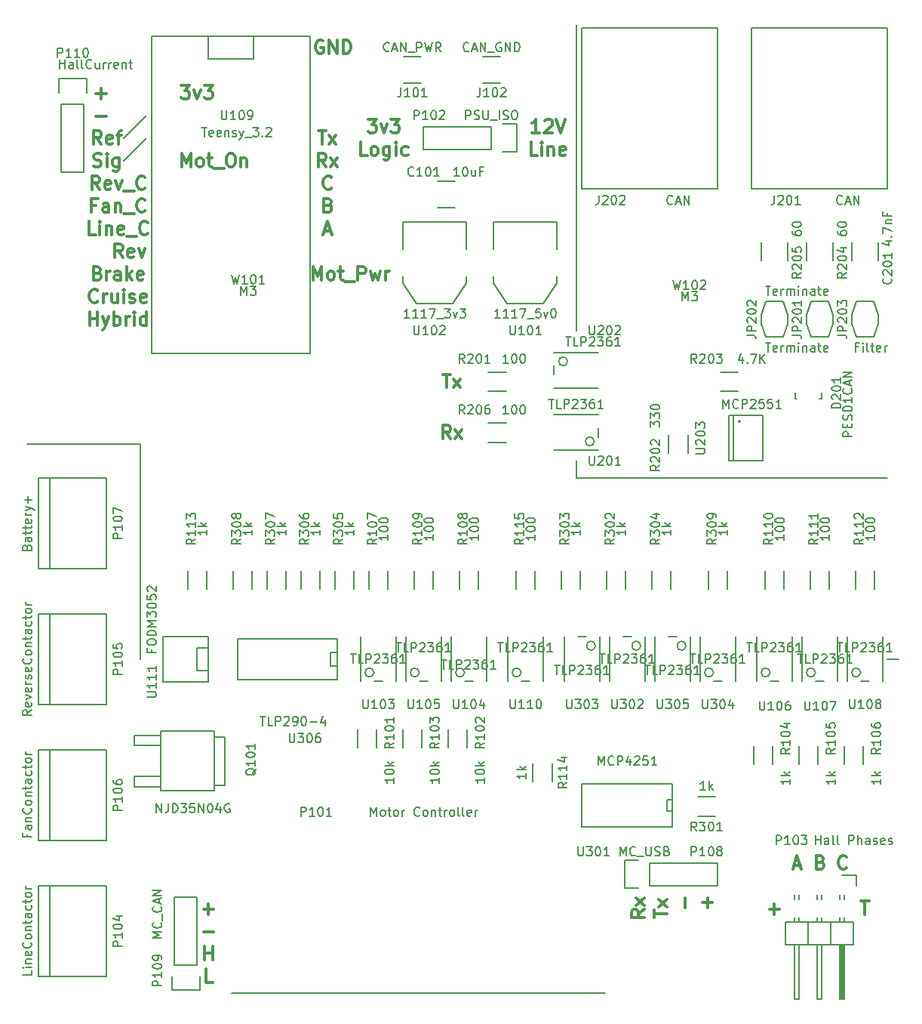
<source format=gbr>
G04 #@! TF.FileFunction,Legend,Top*
%FSLAX46Y46*%
G04 Gerber Fmt 4.6, Leading zero omitted, Abs format (unit mm)*
G04 Created by KiCad (PCBNEW 4.0.3+e1-6302~38~ubuntu15.10.1-stable) date Thu Nov 17 05:13:21 2016*
%MOMM*%
%LPD*%
G01*
G04 APERTURE LIST*
%ADD10C,0.200000*%
%ADD11C,0.300000*%
%ADD12C,0.150000*%
G04 APERTURE END LIST*
D10*
X142270000Y-133540000D02*
X141000000Y-133540000D01*
D11*
X91962143Y-108818571D02*
X91462143Y-108104286D01*
X91105000Y-108818571D02*
X91105000Y-107318571D01*
X91676428Y-107318571D01*
X91819286Y-107390000D01*
X91890714Y-107461429D01*
X91962143Y-107604286D01*
X91962143Y-107818571D01*
X91890714Y-107961429D01*
X91819286Y-108032857D01*
X91676428Y-108104286D01*
X91105000Y-108104286D01*
X92462143Y-108818571D02*
X93247857Y-107818571D01*
X92462143Y-107818571D02*
X93247857Y-108818571D01*
X91069286Y-101603571D02*
X91926429Y-101603571D01*
X91497858Y-103103571D02*
X91497858Y-101603571D01*
X92283572Y-103103571D02*
X93069286Y-102103571D01*
X92283572Y-102103571D02*
X93069286Y-103103571D01*
X52104286Y-85958571D02*
X51390000Y-85958571D01*
X51390000Y-84458571D01*
X52604286Y-85958571D02*
X52604286Y-84958571D01*
X52604286Y-84458571D02*
X52532857Y-84530000D01*
X52604286Y-84601429D01*
X52675714Y-84530000D01*
X52604286Y-84458571D01*
X52604286Y-84601429D01*
X53318572Y-84958571D02*
X53318572Y-85958571D01*
X53318572Y-85101429D02*
X53390000Y-85030000D01*
X53532858Y-84958571D01*
X53747143Y-84958571D01*
X53890000Y-85030000D01*
X53961429Y-85172857D01*
X53961429Y-85958571D01*
X55247143Y-85887143D02*
X55104286Y-85958571D01*
X54818572Y-85958571D01*
X54675715Y-85887143D01*
X54604286Y-85744286D01*
X54604286Y-85172857D01*
X54675715Y-85030000D01*
X54818572Y-84958571D01*
X55104286Y-84958571D01*
X55247143Y-85030000D01*
X55318572Y-85172857D01*
X55318572Y-85315714D01*
X54604286Y-85458571D01*
X55604286Y-86101429D02*
X56747143Y-86101429D01*
X57961429Y-85815714D02*
X57890000Y-85887143D01*
X57675714Y-85958571D01*
X57532857Y-85958571D01*
X57318572Y-85887143D01*
X57175714Y-85744286D01*
X57104286Y-85601429D01*
X57032857Y-85315714D01*
X57032857Y-85101429D01*
X57104286Y-84815714D01*
X57175714Y-84672857D01*
X57318572Y-84530000D01*
X57532857Y-84458571D01*
X57675714Y-84458571D01*
X57890000Y-84530000D01*
X57961429Y-84601429D01*
X52175715Y-82632857D02*
X51675715Y-82632857D01*
X51675715Y-83418571D02*
X51675715Y-81918571D01*
X52390001Y-81918571D01*
X53604286Y-83418571D02*
X53604286Y-82632857D01*
X53532857Y-82490000D01*
X53390000Y-82418571D01*
X53104286Y-82418571D01*
X52961429Y-82490000D01*
X53604286Y-83347143D02*
X53461429Y-83418571D01*
X53104286Y-83418571D01*
X52961429Y-83347143D01*
X52890000Y-83204286D01*
X52890000Y-83061429D01*
X52961429Y-82918571D01*
X53104286Y-82847143D01*
X53461429Y-82847143D01*
X53604286Y-82775714D01*
X54318572Y-82418571D02*
X54318572Y-83418571D01*
X54318572Y-82561429D02*
X54390000Y-82490000D01*
X54532858Y-82418571D01*
X54747143Y-82418571D01*
X54890000Y-82490000D01*
X54961429Y-82632857D01*
X54961429Y-83418571D01*
X55318572Y-83561429D02*
X56461429Y-83561429D01*
X57675715Y-83275714D02*
X57604286Y-83347143D01*
X57390000Y-83418571D01*
X57247143Y-83418571D01*
X57032858Y-83347143D01*
X56890000Y-83204286D01*
X56818572Y-83061429D01*
X56747143Y-82775714D01*
X56747143Y-82561429D01*
X56818572Y-82275714D01*
X56890000Y-82132857D01*
X57032858Y-81990000D01*
X57247143Y-81918571D01*
X57390000Y-81918571D01*
X57604286Y-81990000D01*
X57675715Y-82061429D01*
X52568572Y-80878571D02*
X52068572Y-80164286D01*
X51711429Y-80878571D02*
X51711429Y-79378571D01*
X52282857Y-79378571D01*
X52425715Y-79450000D01*
X52497143Y-79521429D01*
X52568572Y-79664286D01*
X52568572Y-79878571D01*
X52497143Y-80021429D01*
X52425715Y-80092857D01*
X52282857Y-80164286D01*
X51711429Y-80164286D01*
X53782857Y-80807143D02*
X53640000Y-80878571D01*
X53354286Y-80878571D01*
X53211429Y-80807143D01*
X53140000Y-80664286D01*
X53140000Y-80092857D01*
X53211429Y-79950000D01*
X53354286Y-79878571D01*
X53640000Y-79878571D01*
X53782857Y-79950000D01*
X53854286Y-80092857D01*
X53854286Y-80235714D01*
X53140000Y-80378571D01*
X54354286Y-79878571D02*
X54711429Y-80878571D01*
X55068571Y-79878571D01*
X55282857Y-81021429D02*
X56425714Y-81021429D01*
X57640000Y-80735714D02*
X57568571Y-80807143D01*
X57354285Y-80878571D01*
X57211428Y-80878571D01*
X56997143Y-80807143D01*
X56854285Y-80664286D01*
X56782857Y-80521429D01*
X56711428Y-80235714D01*
X56711428Y-80021429D01*
X56782857Y-79735714D01*
X56854285Y-79592857D01*
X56997143Y-79450000D01*
X57211428Y-79378571D01*
X57354285Y-79378571D01*
X57568571Y-79450000D01*
X57640000Y-79521429D01*
D10*
X55275000Y-77660000D02*
X57815000Y-75120000D01*
X55275000Y-75120000D02*
X57815000Y-72580000D01*
D11*
X61792143Y-78338571D02*
X61792143Y-76838571D01*
X62292143Y-77910000D01*
X62792143Y-76838571D01*
X62792143Y-78338571D01*
X63720715Y-78338571D02*
X63577857Y-78267143D01*
X63506429Y-78195714D01*
X63435000Y-78052857D01*
X63435000Y-77624286D01*
X63506429Y-77481429D01*
X63577857Y-77410000D01*
X63720715Y-77338571D01*
X63935000Y-77338571D01*
X64077857Y-77410000D01*
X64149286Y-77481429D01*
X64220715Y-77624286D01*
X64220715Y-78052857D01*
X64149286Y-78195714D01*
X64077857Y-78267143D01*
X63935000Y-78338571D01*
X63720715Y-78338571D01*
X64649286Y-77338571D02*
X65220715Y-77338571D01*
X64863572Y-76838571D02*
X64863572Y-78124286D01*
X64935000Y-78267143D01*
X65077858Y-78338571D01*
X65220715Y-78338571D01*
X65363572Y-78481429D02*
X66506429Y-78481429D01*
X67149286Y-76838571D02*
X67435000Y-76838571D01*
X67577858Y-76910000D01*
X67720715Y-77052857D01*
X67792143Y-77338571D01*
X67792143Y-77838571D01*
X67720715Y-78124286D01*
X67577858Y-78267143D01*
X67435000Y-78338571D01*
X67149286Y-78338571D01*
X67006429Y-78267143D01*
X66863572Y-78124286D01*
X66792143Y-77838571D01*
X66792143Y-77338571D01*
X66863572Y-77052857D01*
X67006429Y-76910000D01*
X67149286Y-76838571D01*
X68435001Y-77338571D02*
X68435001Y-78338571D01*
X68435001Y-77481429D02*
X68506429Y-77410000D01*
X68649287Y-77338571D01*
X68863572Y-77338571D01*
X69006429Y-77410000D01*
X69077858Y-77552857D01*
X69077858Y-78338571D01*
X76496429Y-91038571D02*
X76496429Y-89538571D01*
X76996429Y-90610000D01*
X77496429Y-89538571D01*
X77496429Y-91038571D01*
X78425001Y-91038571D02*
X78282143Y-90967143D01*
X78210715Y-90895714D01*
X78139286Y-90752857D01*
X78139286Y-90324286D01*
X78210715Y-90181429D01*
X78282143Y-90110000D01*
X78425001Y-90038571D01*
X78639286Y-90038571D01*
X78782143Y-90110000D01*
X78853572Y-90181429D01*
X78925001Y-90324286D01*
X78925001Y-90752857D01*
X78853572Y-90895714D01*
X78782143Y-90967143D01*
X78639286Y-91038571D01*
X78425001Y-91038571D01*
X79353572Y-90038571D02*
X79925001Y-90038571D01*
X79567858Y-89538571D02*
X79567858Y-90824286D01*
X79639286Y-90967143D01*
X79782144Y-91038571D01*
X79925001Y-91038571D01*
X80067858Y-91181429D02*
X81210715Y-91181429D01*
X81567858Y-91038571D02*
X81567858Y-89538571D01*
X82139286Y-89538571D01*
X82282144Y-89610000D01*
X82353572Y-89681429D01*
X82425001Y-89824286D01*
X82425001Y-90038571D01*
X82353572Y-90181429D01*
X82282144Y-90252857D01*
X82139286Y-90324286D01*
X81567858Y-90324286D01*
X82925001Y-90038571D02*
X83210715Y-91038571D01*
X83496429Y-90324286D01*
X83782144Y-91038571D01*
X84067858Y-90038571D01*
X84639287Y-91038571D02*
X84639287Y-90038571D01*
X84639287Y-90324286D02*
X84710715Y-90181429D01*
X84782144Y-90110000D01*
X84925001Y-90038571D01*
X85067858Y-90038571D01*
X51461429Y-96118571D02*
X51461429Y-94618571D01*
X51461429Y-95332857D02*
X52318572Y-95332857D01*
X52318572Y-96118571D02*
X52318572Y-94618571D01*
X52890001Y-95118571D02*
X53247144Y-96118571D01*
X53604286Y-95118571D02*
X53247144Y-96118571D01*
X53104286Y-96475714D01*
X53032858Y-96547143D01*
X52890001Y-96618571D01*
X54175715Y-96118571D02*
X54175715Y-94618571D01*
X54175715Y-95190000D02*
X54318572Y-95118571D01*
X54604286Y-95118571D01*
X54747143Y-95190000D01*
X54818572Y-95261429D01*
X54890001Y-95404286D01*
X54890001Y-95832857D01*
X54818572Y-95975714D01*
X54747143Y-96047143D01*
X54604286Y-96118571D01*
X54318572Y-96118571D01*
X54175715Y-96047143D01*
X55532858Y-96118571D02*
X55532858Y-95118571D01*
X55532858Y-95404286D02*
X55604286Y-95261429D01*
X55675715Y-95190000D01*
X55818572Y-95118571D01*
X55961429Y-95118571D01*
X56461429Y-96118571D02*
X56461429Y-95118571D01*
X56461429Y-94618571D02*
X56390000Y-94690000D01*
X56461429Y-94761429D01*
X56532857Y-94690000D01*
X56461429Y-94618571D01*
X56461429Y-94761429D01*
X57818572Y-96118571D02*
X57818572Y-94618571D01*
X57818572Y-96047143D02*
X57675715Y-96118571D01*
X57390001Y-96118571D01*
X57247143Y-96047143D01*
X57175715Y-95975714D01*
X57104286Y-95832857D01*
X57104286Y-95404286D01*
X57175715Y-95261429D01*
X57247143Y-95190000D01*
X57390001Y-95118571D01*
X57675715Y-95118571D01*
X57818572Y-95190000D01*
X52354286Y-93435714D02*
X52282857Y-93507143D01*
X52068571Y-93578571D01*
X51925714Y-93578571D01*
X51711429Y-93507143D01*
X51568571Y-93364286D01*
X51497143Y-93221429D01*
X51425714Y-92935714D01*
X51425714Y-92721429D01*
X51497143Y-92435714D01*
X51568571Y-92292857D01*
X51711429Y-92150000D01*
X51925714Y-92078571D01*
X52068571Y-92078571D01*
X52282857Y-92150000D01*
X52354286Y-92221429D01*
X52997143Y-93578571D02*
X52997143Y-92578571D01*
X52997143Y-92864286D02*
X53068571Y-92721429D01*
X53140000Y-92650000D01*
X53282857Y-92578571D01*
X53425714Y-92578571D01*
X54568571Y-92578571D02*
X54568571Y-93578571D01*
X53925714Y-92578571D02*
X53925714Y-93364286D01*
X53997142Y-93507143D01*
X54140000Y-93578571D01*
X54354285Y-93578571D01*
X54497142Y-93507143D01*
X54568571Y-93435714D01*
X55282857Y-93578571D02*
X55282857Y-92578571D01*
X55282857Y-92078571D02*
X55211428Y-92150000D01*
X55282857Y-92221429D01*
X55354285Y-92150000D01*
X55282857Y-92078571D01*
X55282857Y-92221429D01*
X55925714Y-93507143D02*
X56068571Y-93578571D01*
X56354286Y-93578571D01*
X56497143Y-93507143D01*
X56568571Y-93364286D01*
X56568571Y-93292857D01*
X56497143Y-93150000D01*
X56354286Y-93078571D01*
X56140000Y-93078571D01*
X55997143Y-93007143D01*
X55925714Y-92864286D01*
X55925714Y-92792857D01*
X55997143Y-92650000D01*
X56140000Y-92578571D01*
X56354286Y-92578571D01*
X56497143Y-92650000D01*
X57782857Y-93507143D02*
X57640000Y-93578571D01*
X57354286Y-93578571D01*
X57211429Y-93507143D01*
X57140000Y-93364286D01*
X57140000Y-92792857D01*
X57211429Y-92650000D01*
X57354286Y-92578571D01*
X57640000Y-92578571D01*
X57782857Y-92650000D01*
X57854286Y-92792857D01*
X57854286Y-92935714D01*
X57140000Y-93078571D01*
X52354286Y-90252857D02*
X52568572Y-90324286D01*
X52640000Y-90395714D01*
X52711429Y-90538571D01*
X52711429Y-90752857D01*
X52640000Y-90895714D01*
X52568572Y-90967143D01*
X52425714Y-91038571D01*
X51854286Y-91038571D01*
X51854286Y-89538571D01*
X52354286Y-89538571D01*
X52497143Y-89610000D01*
X52568572Y-89681429D01*
X52640000Y-89824286D01*
X52640000Y-89967143D01*
X52568572Y-90110000D01*
X52497143Y-90181429D01*
X52354286Y-90252857D01*
X51854286Y-90252857D01*
X53354286Y-91038571D02*
X53354286Y-90038571D01*
X53354286Y-90324286D02*
X53425714Y-90181429D01*
X53497143Y-90110000D01*
X53640000Y-90038571D01*
X53782857Y-90038571D01*
X54925714Y-91038571D02*
X54925714Y-90252857D01*
X54854285Y-90110000D01*
X54711428Y-90038571D01*
X54425714Y-90038571D01*
X54282857Y-90110000D01*
X54925714Y-90967143D02*
X54782857Y-91038571D01*
X54425714Y-91038571D01*
X54282857Y-90967143D01*
X54211428Y-90824286D01*
X54211428Y-90681429D01*
X54282857Y-90538571D01*
X54425714Y-90467143D01*
X54782857Y-90467143D01*
X54925714Y-90395714D01*
X55640000Y-91038571D02*
X55640000Y-89538571D01*
X55782857Y-90467143D02*
X56211428Y-91038571D01*
X56211428Y-90038571D02*
X55640000Y-90610000D01*
X57425714Y-90967143D02*
X57282857Y-91038571D01*
X56997143Y-91038571D01*
X56854286Y-90967143D01*
X56782857Y-90824286D01*
X56782857Y-90252857D01*
X56854286Y-90110000D01*
X56997143Y-90038571D01*
X57282857Y-90038571D01*
X57425714Y-90110000D01*
X57497143Y-90252857D01*
X57497143Y-90395714D01*
X56782857Y-90538571D01*
X55160001Y-88498571D02*
X54660001Y-87784286D01*
X54302858Y-88498571D02*
X54302858Y-86998571D01*
X54874286Y-86998571D01*
X55017144Y-87070000D01*
X55088572Y-87141429D01*
X55160001Y-87284286D01*
X55160001Y-87498571D01*
X55088572Y-87641429D01*
X55017144Y-87712857D01*
X54874286Y-87784286D01*
X54302858Y-87784286D01*
X56374286Y-88427143D02*
X56231429Y-88498571D01*
X55945715Y-88498571D01*
X55802858Y-88427143D01*
X55731429Y-88284286D01*
X55731429Y-87712857D01*
X55802858Y-87570000D01*
X55945715Y-87498571D01*
X56231429Y-87498571D01*
X56374286Y-87570000D01*
X56445715Y-87712857D01*
X56445715Y-87855714D01*
X55731429Y-87998571D01*
X56945715Y-87498571D02*
X57302858Y-88498571D01*
X57660000Y-87498571D01*
X77777857Y-85530000D02*
X78492143Y-85530000D01*
X77635000Y-85958571D02*
X78135000Y-84458571D01*
X78635000Y-85958571D01*
X78242143Y-82632857D02*
X78456429Y-82704286D01*
X78527857Y-82775714D01*
X78599286Y-82918571D01*
X78599286Y-83132857D01*
X78527857Y-83275714D01*
X78456429Y-83347143D01*
X78313571Y-83418571D01*
X77742143Y-83418571D01*
X77742143Y-81918571D01*
X78242143Y-81918571D01*
X78385000Y-81990000D01*
X78456429Y-82061429D01*
X78527857Y-82204286D01*
X78527857Y-82347143D01*
X78456429Y-82490000D01*
X78385000Y-82561429D01*
X78242143Y-82632857D01*
X77742143Y-82632857D01*
X78599286Y-80735714D02*
X78527857Y-80807143D01*
X78313571Y-80878571D01*
X78170714Y-80878571D01*
X77956429Y-80807143D01*
X77813571Y-80664286D01*
X77742143Y-80521429D01*
X77670714Y-80235714D01*
X77670714Y-80021429D01*
X77742143Y-79735714D01*
X77813571Y-79592857D01*
X77956429Y-79450000D01*
X78170714Y-79378571D01*
X78313571Y-79378571D01*
X78527857Y-79450000D01*
X78599286Y-79521429D01*
X77992143Y-78338571D02*
X77492143Y-77624286D01*
X77135000Y-78338571D02*
X77135000Y-76838571D01*
X77706428Y-76838571D01*
X77849286Y-76910000D01*
X77920714Y-76981429D01*
X77992143Y-77124286D01*
X77992143Y-77338571D01*
X77920714Y-77481429D01*
X77849286Y-77552857D01*
X77706428Y-77624286D01*
X77135000Y-77624286D01*
X78492143Y-78338571D02*
X79277857Y-77338571D01*
X78492143Y-77338571D02*
X79277857Y-78338571D01*
X77099286Y-74298571D02*
X77956429Y-74298571D01*
X77527858Y-75798571D02*
X77527858Y-74298571D01*
X78313572Y-75798571D02*
X79099286Y-74798571D01*
X78313572Y-74798571D02*
X79099286Y-75798571D01*
X61744287Y-69218571D02*
X62672858Y-69218571D01*
X62172858Y-69790000D01*
X62387144Y-69790000D01*
X62530001Y-69861429D01*
X62601430Y-69932857D01*
X62672858Y-70075714D01*
X62672858Y-70432857D01*
X62601430Y-70575714D01*
X62530001Y-70647143D01*
X62387144Y-70718571D01*
X61958572Y-70718571D01*
X61815715Y-70647143D01*
X61744287Y-70575714D01*
X63172858Y-69718571D02*
X63530001Y-70718571D01*
X63887143Y-69718571D01*
X64315715Y-69218571D02*
X65244286Y-69218571D01*
X64744286Y-69790000D01*
X64958572Y-69790000D01*
X65101429Y-69861429D01*
X65172858Y-69932857D01*
X65244286Y-70075714D01*
X65244286Y-70432857D01*
X65172858Y-70575714D01*
X65101429Y-70647143D01*
X64958572Y-70718571D01*
X64530000Y-70718571D01*
X64387143Y-70647143D01*
X64315715Y-70575714D01*
X77627143Y-64210000D02*
X77484286Y-64138571D01*
X77270000Y-64138571D01*
X77055715Y-64210000D01*
X76912857Y-64352857D01*
X76841429Y-64495714D01*
X76770000Y-64781429D01*
X76770000Y-64995714D01*
X76841429Y-65281429D01*
X76912857Y-65424286D01*
X77055715Y-65567143D01*
X77270000Y-65638571D01*
X77412857Y-65638571D01*
X77627143Y-65567143D01*
X77698572Y-65495714D01*
X77698572Y-64995714D01*
X77412857Y-64995714D01*
X78341429Y-65638571D02*
X78341429Y-64138571D01*
X79198572Y-65638571D01*
X79198572Y-64138571D01*
X79912858Y-65638571D02*
X79912858Y-64138571D01*
X80270001Y-64138571D01*
X80484286Y-64210000D01*
X80627144Y-64352857D01*
X80698572Y-64495714D01*
X80770001Y-64781429D01*
X80770001Y-64995714D01*
X80698572Y-65281429D01*
X80627144Y-65424286D01*
X80484286Y-65567143D01*
X80270001Y-65638571D01*
X79912858Y-65638571D01*
X82699287Y-73023571D02*
X83627858Y-73023571D01*
X83127858Y-73595000D01*
X83342144Y-73595000D01*
X83485001Y-73666429D01*
X83556430Y-73737857D01*
X83627858Y-73880714D01*
X83627858Y-74237857D01*
X83556430Y-74380714D01*
X83485001Y-74452143D01*
X83342144Y-74523571D01*
X82913572Y-74523571D01*
X82770715Y-74452143D01*
X82699287Y-74380714D01*
X84127858Y-73523571D02*
X84485001Y-74523571D01*
X84842143Y-73523571D01*
X85270715Y-73023571D02*
X86199286Y-73023571D01*
X85699286Y-73595000D01*
X85913572Y-73595000D01*
X86056429Y-73666429D01*
X86127858Y-73737857D01*
X86199286Y-73880714D01*
X86199286Y-74237857D01*
X86127858Y-74380714D01*
X86056429Y-74452143D01*
X85913572Y-74523571D01*
X85485000Y-74523571D01*
X85342143Y-74452143D01*
X85270715Y-74380714D01*
X82592143Y-77073571D02*
X81877857Y-77073571D01*
X81877857Y-75573571D01*
X83306429Y-77073571D02*
X83163571Y-77002143D01*
X83092143Y-76930714D01*
X83020714Y-76787857D01*
X83020714Y-76359286D01*
X83092143Y-76216429D01*
X83163571Y-76145000D01*
X83306429Y-76073571D01*
X83520714Y-76073571D01*
X83663571Y-76145000D01*
X83735000Y-76216429D01*
X83806429Y-76359286D01*
X83806429Y-76787857D01*
X83735000Y-76930714D01*
X83663571Y-77002143D01*
X83520714Y-77073571D01*
X83306429Y-77073571D01*
X85092143Y-76073571D02*
X85092143Y-77287857D01*
X85020714Y-77430714D01*
X84949286Y-77502143D01*
X84806429Y-77573571D01*
X84592143Y-77573571D01*
X84449286Y-77502143D01*
X85092143Y-77002143D02*
X84949286Y-77073571D01*
X84663572Y-77073571D01*
X84520714Y-77002143D01*
X84449286Y-76930714D01*
X84377857Y-76787857D01*
X84377857Y-76359286D01*
X84449286Y-76216429D01*
X84520714Y-76145000D01*
X84663572Y-76073571D01*
X84949286Y-76073571D01*
X85092143Y-76145000D01*
X85806429Y-77073571D02*
X85806429Y-76073571D01*
X85806429Y-75573571D02*
X85735000Y-75645000D01*
X85806429Y-75716429D01*
X85877857Y-75645000D01*
X85806429Y-75573571D01*
X85806429Y-75716429D01*
X87163572Y-77002143D02*
X87020715Y-77073571D01*
X86735001Y-77073571D01*
X86592143Y-77002143D01*
X86520715Y-76930714D01*
X86449286Y-76787857D01*
X86449286Y-76359286D01*
X86520715Y-76216429D01*
X86592143Y-76145000D01*
X86735001Y-76073571D01*
X87020715Y-76073571D01*
X87163572Y-76145000D01*
X101971429Y-74523571D02*
X101114286Y-74523571D01*
X101542858Y-74523571D02*
X101542858Y-73023571D01*
X101400001Y-73237857D01*
X101257143Y-73380714D01*
X101114286Y-73452143D01*
X102542857Y-73166429D02*
X102614286Y-73095000D01*
X102757143Y-73023571D01*
X103114286Y-73023571D01*
X103257143Y-73095000D01*
X103328572Y-73166429D01*
X103400000Y-73309286D01*
X103400000Y-73452143D01*
X103328572Y-73666429D01*
X102471429Y-74523571D01*
X103400000Y-74523571D01*
X103828571Y-73023571D02*
X104328571Y-74523571D01*
X104828571Y-73023571D01*
X101685715Y-77073571D02*
X100971429Y-77073571D01*
X100971429Y-75573571D01*
X102185715Y-77073571D02*
X102185715Y-76073571D01*
X102185715Y-75573571D02*
X102114286Y-75645000D01*
X102185715Y-75716429D01*
X102257143Y-75645000D01*
X102185715Y-75573571D01*
X102185715Y-75716429D01*
X102900001Y-76073571D02*
X102900001Y-77073571D01*
X102900001Y-76216429D02*
X102971429Y-76145000D01*
X103114287Y-76073571D01*
X103328572Y-76073571D01*
X103471429Y-76145000D01*
X103542858Y-76287857D01*
X103542858Y-77073571D01*
X104828572Y-77002143D02*
X104685715Y-77073571D01*
X104400001Y-77073571D01*
X104257144Y-77002143D01*
X104185715Y-76859286D01*
X104185715Y-76287857D01*
X104257144Y-76145000D01*
X104400001Y-76073571D01*
X104685715Y-76073571D01*
X104828572Y-76145000D01*
X104900001Y-76287857D01*
X104900001Y-76430714D01*
X104185715Y-76573571D01*
X51905714Y-78267143D02*
X52120000Y-78338571D01*
X52477143Y-78338571D01*
X52620000Y-78267143D01*
X52691429Y-78195714D01*
X52762857Y-78052857D01*
X52762857Y-77910000D01*
X52691429Y-77767143D01*
X52620000Y-77695714D01*
X52477143Y-77624286D01*
X52191429Y-77552857D01*
X52048571Y-77481429D01*
X51977143Y-77410000D01*
X51905714Y-77267143D01*
X51905714Y-77124286D01*
X51977143Y-76981429D01*
X52048571Y-76910000D01*
X52191429Y-76838571D01*
X52548571Y-76838571D01*
X52762857Y-76910000D01*
X53405714Y-78338571D02*
X53405714Y-77338571D01*
X53405714Y-76838571D02*
X53334285Y-76910000D01*
X53405714Y-76981429D01*
X53477142Y-76910000D01*
X53405714Y-76838571D01*
X53405714Y-76981429D01*
X54762857Y-77338571D02*
X54762857Y-78552857D01*
X54691428Y-78695714D01*
X54620000Y-78767143D01*
X54477143Y-78838571D01*
X54262857Y-78838571D01*
X54120000Y-78767143D01*
X54762857Y-78267143D02*
X54620000Y-78338571D01*
X54334286Y-78338571D01*
X54191428Y-78267143D01*
X54120000Y-78195714D01*
X54048571Y-78052857D01*
X54048571Y-77624286D01*
X54120000Y-77481429D01*
X54191428Y-77410000D01*
X54334286Y-77338571D01*
X54620000Y-77338571D01*
X54762857Y-77410000D01*
X52762858Y-75798571D02*
X52262858Y-75084286D01*
X51905715Y-75798571D02*
X51905715Y-74298571D01*
X52477143Y-74298571D01*
X52620001Y-74370000D01*
X52691429Y-74441429D01*
X52762858Y-74584286D01*
X52762858Y-74798571D01*
X52691429Y-74941429D01*
X52620001Y-75012857D01*
X52477143Y-75084286D01*
X51905715Y-75084286D01*
X53977143Y-75727143D02*
X53834286Y-75798571D01*
X53548572Y-75798571D01*
X53405715Y-75727143D01*
X53334286Y-75584286D01*
X53334286Y-75012857D01*
X53405715Y-74870000D01*
X53548572Y-74798571D01*
X53834286Y-74798571D01*
X53977143Y-74870000D01*
X54048572Y-75012857D01*
X54048572Y-75155714D01*
X53334286Y-75298571D01*
X54477143Y-74798571D02*
X55048572Y-74798571D01*
X54691429Y-75798571D02*
X54691429Y-74512857D01*
X54762857Y-74370000D01*
X54905715Y-74298571D01*
X55048572Y-74298571D01*
X52163572Y-72687143D02*
X53306429Y-72687143D01*
X52163572Y-70147143D02*
X53306429Y-70147143D01*
X52735000Y-70718571D02*
X52735000Y-69575714D01*
X65264286Y-169778571D02*
X64550000Y-169778571D01*
X64550000Y-168278571D01*
X64371429Y-167238571D02*
X64371429Y-165738571D01*
X64371429Y-166452857D02*
X65228572Y-166452857D01*
X65228572Y-167238571D02*
X65228572Y-165738571D01*
X64228572Y-164127143D02*
X65371429Y-164127143D01*
X64228572Y-161587143D02*
X65371429Y-161587143D01*
X64800000Y-162158571D02*
X64800000Y-161015714D01*
X113738571Y-161622857D02*
X113024286Y-162122857D01*
X113738571Y-162480000D02*
X112238571Y-162480000D01*
X112238571Y-161908572D01*
X112310000Y-161765714D01*
X112381429Y-161694286D01*
X112524286Y-161622857D01*
X112738571Y-161622857D01*
X112881429Y-161694286D01*
X112952857Y-161765714D01*
X113024286Y-161908572D01*
X113024286Y-162480000D01*
X113738571Y-161122857D02*
X112738571Y-160337143D01*
X112738571Y-161122857D02*
X113738571Y-160337143D01*
X114778571Y-162515714D02*
X114778571Y-161658571D01*
X116278571Y-162087142D02*
X114778571Y-162087142D01*
X116278571Y-161301428D02*
X115278571Y-160515714D01*
X115278571Y-161301428D02*
X116278571Y-160515714D01*
X118247143Y-161416428D02*
X118247143Y-160273571D01*
X120787143Y-161416428D02*
X120787143Y-160273571D01*
X121358571Y-160845000D02*
X120215714Y-160845000D01*
X138031429Y-160658571D02*
X138888572Y-160658571D01*
X138460001Y-162158571D02*
X138460001Y-160658571D01*
X127728572Y-161587143D02*
X128871429Y-161587143D01*
X128300000Y-162158571D02*
X128300000Y-161015714D01*
X136384286Y-156935714D02*
X136312857Y-157007143D01*
X136098571Y-157078571D01*
X135955714Y-157078571D01*
X135741429Y-157007143D01*
X135598571Y-156864286D01*
X135527143Y-156721429D01*
X135455714Y-156435714D01*
X135455714Y-156221429D01*
X135527143Y-155935714D01*
X135598571Y-155792857D01*
X135741429Y-155650000D01*
X135955714Y-155578571D01*
X136098571Y-155578571D01*
X136312857Y-155650000D01*
X136384286Y-155721429D01*
X133487143Y-156292857D02*
X133701429Y-156364286D01*
X133772857Y-156435714D01*
X133844286Y-156578571D01*
X133844286Y-156792857D01*
X133772857Y-156935714D01*
X133701429Y-157007143D01*
X133558571Y-157078571D01*
X132987143Y-157078571D01*
X132987143Y-155578571D01*
X133487143Y-155578571D01*
X133630000Y-155650000D01*
X133701429Y-155721429D01*
X133772857Y-155864286D01*
X133772857Y-156007143D01*
X133701429Y-156150000D01*
X133630000Y-156221429D01*
X133487143Y-156292857D01*
X132987143Y-156292857D01*
X130482857Y-156650000D02*
X131197143Y-156650000D01*
X130340000Y-157078571D02*
X130840000Y-155578571D01*
X131340000Y-157078571D01*
D10*
X106075000Y-113220000D02*
X141000000Y-113220000D01*
X106075000Y-111315000D02*
X106075000Y-113220000D01*
X106075000Y-96710000D02*
X106075000Y-62420000D01*
X57180000Y-109410000D02*
X57180000Y-133540000D01*
X44480000Y-109410000D02*
X57180000Y-109410000D01*
D12*
X96550000Y-73850000D02*
X88930000Y-73850000D01*
X96550000Y-76390000D02*
X88930000Y-76390000D01*
X99370000Y-76670000D02*
X97820000Y-76670000D01*
X88930000Y-73850000D02*
X88930000Y-76390000D01*
X96550000Y-76390000D02*
X96550000Y-73850000D01*
X97820000Y-73570000D02*
X99370000Y-73570000D01*
X99370000Y-73570000D02*
X99370000Y-76670000D01*
X67420000Y-170990000D02*
X109330000Y-170990000D01*
X126825000Y-88820000D02*
X126825000Y-86820000D01*
X129775000Y-86820000D02*
X129775000Y-88820000D01*
X141000000Y-62801000D02*
X125760000Y-62801000D01*
X125760000Y-62801000D02*
X125760000Y-80835000D01*
X125760000Y-80835000D02*
X141000000Y-80835000D01*
X141000000Y-80835000D02*
X141000000Y-62801000D01*
X92470000Y-79995000D02*
X90470000Y-79995000D01*
X90470000Y-82945000D02*
X92470000Y-82945000D01*
X136985000Y-86820000D02*
X136985000Y-88820000D01*
X139935000Y-88820000D02*
X139935000Y-86820000D01*
X133609820Y-103644200D02*
X133609820Y-104345240D01*
X133609820Y-104345240D02*
X133360900Y-104345240D01*
X130810840Y-104345240D02*
X130610180Y-104345240D01*
X130610180Y-104345240D02*
X130610180Y-103644200D01*
X88660000Y-68975000D02*
X86660000Y-68975000D01*
X86660000Y-66025000D02*
X88660000Y-66025000D01*
X97550000Y-68975000D02*
X95550000Y-68975000D01*
X95550000Y-66025000D02*
X97550000Y-66025000D01*
X121950000Y-62801000D02*
X106710000Y-62801000D01*
X106710000Y-62801000D02*
X106710000Y-80835000D01*
X106710000Y-80835000D02*
X121950000Y-80835000D01*
X121950000Y-80835000D02*
X121950000Y-62801000D01*
X134880000Y-94940000D02*
X134880000Y-95940000D01*
X134880000Y-95940000D02*
X134380000Y-97440000D01*
X134380000Y-97440000D02*
X132380000Y-97440000D01*
X132380000Y-97440000D02*
X131880000Y-95940000D01*
X131880000Y-95940000D02*
X131880000Y-94940000D01*
X131880000Y-94940000D02*
X132380000Y-93440000D01*
X132380000Y-93440000D02*
X134380000Y-93440000D01*
X134380000Y-93440000D02*
X134880000Y-94940000D01*
X126800000Y-95940000D02*
X126800000Y-94940000D01*
X126800000Y-94940000D02*
X127300000Y-93440000D01*
X127300000Y-93440000D02*
X129300000Y-93440000D01*
X129300000Y-93440000D02*
X129800000Y-94940000D01*
X129800000Y-94940000D02*
X129800000Y-95940000D01*
X129800000Y-95940000D02*
X129300000Y-97440000D01*
X129300000Y-97440000D02*
X127300000Y-97440000D01*
X127300000Y-97440000D02*
X126800000Y-95940000D01*
X139960000Y-94940000D02*
X139960000Y-95940000D01*
X139960000Y-95940000D02*
X139460000Y-97440000D01*
X139460000Y-97440000D02*
X137460000Y-97440000D01*
X137460000Y-97440000D02*
X136960000Y-95940000D01*
X136960000Y-95940000D02*
X136960000Y-94940000D01*
X136960000Y-94940000D02*
X137460000Y-93440000D01*
X137460000Y-93440000D02*
X139460000Y-93440000D01*
X139460000Y-93440000D02*
X139960000Y-94940000D01*
X47020000Y-169100000D02*
X47020000Y-158940000D01*
X45750000Y-169100000D02*
X53370000Y-169100000D01*
X53370000Y-169100000D02*
X53370000Y-158940000D01*
X53370000Y-158940000D02*
X45750000Y-158940000D01*
X45750000Y-158940000D02*
X45750000Y-169100000D01*
X47020000Y-138620000D02*
X47020000Y-128460000D01*
X45750000Y-138620000D02*
X53370000Y-138620000D01*
X53370000Y-138620000D02*
X53370000Y-128460000D01*
X53370000Y-128460000D02*
X45750000Y-128460000D01*
X45750000Y-128460000D02*
X45750000Y-138620000D01*
X47020000Y-153860000D02*
X47020000Y-143700000D01*
X45750000Y-153860000D02*
X53370000Y-153860000D01*
X53370000Y-153860000D02*
X53370000Y-143700000D01*
X53370000Y-143700000D02*
X45750000Y-143700000D01*
X45750000Y-143700000D02*
X45750000Y-153860000D01*
X114330000Y-158940000D02*
X121950000Y-158940000D01*
X114330000Y-156400000D02*
X121950000Y-156400000D01*
X111510000Y-156120000D02*
X113060000Y-156120000D01*
X121950000Y-158940000D02*
X121950000Y-156400000D01*
X114330000Y-156400000D02*
X114330000Y-158940000D01*
X113060000Y-159220000D02*
X111510000Y-159220000D01*
X111510000Y-159220000D02*
X111510000Y-156120000D01*
X63530000Y-167830000D02*
X63530000Y-160210000D01*
X60990000Y-167830000D02*
X60990000Y-160210000D01*
X60710000Y-170650000D02*
X60710000Y-169100000D01*
X63530000Y-160210000D02*
X60990000Y-160210000D01*
X60990000Y-167830000D02*
X63530000Y-167830000D01*
X63810000Y-169100000D02*
X63810000Y-170650000D01*
X63810000Y-170650000D02*
X60710000Y-170650000D01*
X81505000Y-143430000D02*
X81505000Y-141430000D01*
X83655000Y-141430000D02*
X83655000Y-143430000D01*
X91665000Y-143430000D02*
X91665000Y-141430000D01*
X93815000Y-141430000D02*
X93815000Y-143430000D01*
X86585000Y-143430000D02*
X86585000Y-141430000D01*
X88735000Y-141430000D02*
X88735000Y-143430000D01*
X125955000Y-145335000D02*
X125955000Y-143335000D01*
X128105000Y-143335000D02*
X128105000Y-145335000D01*
X131035000Y-145335000D02*
X131035000Y-143335000D01*
X133185000Y-143335000D02*
X133185000Y-145335000D01*
X136115000Y-145335000D02*
X136115000Y-143335000D01*
X138265000Y-143335000D02*
X138265000Y-145335000D01*
X82775000Y-125650000D02*
X82775000Y-123650000D01*
X84925000Y-123650000D02*
X84925000Y-125650000D01*
X92935000Y-125650000D02*
X92935000Y-123650000D01*
X95085000Y-123650000D02*
X95085000Y-125650000D01*
X87855000Y-125650000D02*
X87855000Y-123650000D01*
X90005000Y-123650000D02*
X90005000Y-125650000D01*
X127225000Y-125650000D02*
X127225000Y-123650000D01*
X129375000Y-123650000D02*
X129375000Y-125650000D01*
X132305000Y-125650000D02*
X132305000Y-123650000D01*
X134455000Y-123650000D02*
X134455000Y-125650000D01*
X137385000Y-125650000D02*
X137385000Y-123650000D01*
X139535000Y-123650000D02*
X139535000Y-125650000D01*
X62455000Y-125650000D02*
X62455000Y-123650000D01*
X64605000Y-123650000D02*
X64605000Y-125650000D01*
X101190000Y-147240000D02*
X101190000Y-145240000D01*
X103340000Y-145240000D02*
X103340000Y-147240000D01*
X99285000Y-125650000D02*
X99285000Y-123650000D01*
X101435000Y-123650000D02*
X101435000Y-125650000D01*
X96185000Y-101350000D02*
X98185000Y-101350000D01*
X98185000Y-103500000D02*
X96185000Y-103500000D01*
X118580000Y-108410000D02*
X118580000Y-110410000D01*
X116430000Y-110410000D02*
X116430000Y-108410000D01*
X124220000Y-103500000D02*
X122220000Y-103500000D01*
X122220000Y-101350000D02*
X124220000Y-101350000D01*
X131905000Y-88820000D02*
X131905000Y-86820000D01*
X134855000Y-86820000D02*
X134855000Y-88820000D01*
X119680000Y-148975000D02*
X121680000Y-148975000D01*
X121680000Y-151125000D02*
X119680000Y-151125000D01*
X109445000Y-125650000D02*
X109445000Y-123650000D01*
X111595000Y-123650000D02*
X111595000Y-125650000D01*
X104365000Y-125650000D02*
X104365000Y-123650000D01*
X106515000Y-123650000D02*
X106515000Y-125650000D01*
X114525000Y-125650000D02*
X114525000Y-123650000D01*
X116675000Y-123650000D02*
X116675000Y-125650000D01*
X81115000Y-123650000D02*
X81115000Y-125650000D01*
X78965000Y-125650000D02*
X78965000Y-123650000D01*
X77305000Y-123650000D02*
X77305000Y-125650000D01*
X75155000Y-125650000D02*
X75155000Y-123650000D01*
X73495000Y-123650000D02*
X73495000Y-125650000D01*
X71345000Y-125650000D02*
X71345000Y-123650000D01*
X69685000Y-123650000D02*
X69685000Y-125650000D01*
X67535000Y-125650000D02*
X67535000Y-123650000D01*
X83350000Y-135040000D02*
G75*
G03X83350000Y-135040000I-500000J0D01*
G01*
X83350000Y-136040000D02*
X84350000Y-136040000D01*
X85850000Y-131040000D02*
X85850000Y-136040000D01*
X81850000Y-131040000D02*
X81850000Y-136040000D01*
X93510000Y-135040000D02*
G75*
G03X93510000Y-135040000I-500000J0D01*
G01*
X93510000Y-136040000D02*
X94510000Y-136040000D01*
X96010000Y-131040000D02*
X96010000Y-136040000D01*
X92010000Y-131040000D02*
X92010000Y-136040000D01*
X88430000Y-135040000D02*
G75*
G03X88430000Y-135040000I-500000J0D01*
G01*
X88430000Y-136040000D02*
X89430000Y-136040000D01*
X90930000Y-131040000D02*
X90930000Y-136040000D01*
X86930000Y-131040000D02*
X86930000Y-136040000D01*
X127800000Y-135040000D02*
G75*
G03X127800000Y-135040000I-500000J0D01*
G01*
X127800000Y-136040000D02*
X128800000Y-136040000D01*
X130300000Y-131040000D02*
X130300000Y-136040000D01*
X126300000Y-131040000D02*
X126300000Y-136040000D01*
X132880000Y-135040000D02*
G75*
G03X132880000Y-135040000I-500000J0D01*
G01*
X132880000Y-136040000D02*
X133880000Y-136040000D01*
X135380000Y-131040000D02*
X135380000Y-136040000D01*
X131380000Y-131040000D02*
X131380000Y-136040000D01*
X137960000Y-135040000D02*
G75*
G03X137960000Y-135040000I-500000J0D01*
G01*
X137960000Y-136040000D02*
X138960000Y-136040000D01*
X140460000Y-131040000D02*
X140460000Y-136040000D01*
X136460000Y-131040000D02*
X136460000Y-136040000D01*
X99860000Y-135040000D02*
G75*
G03X99860000Y-135040000I-500000J0D01*
G01*
X99860000Y-136040000D02*
X100860000Y-136040000D01*
X102360000Y-131040000D02*
X102360000Y-136040000D01*
X98360000Y-131040000D02*
X98360000Y-136040000D01*
X108075000Y-109140000D02*
G75*
G03X108075000Y-109140000I-500000J0D01*
G01*
X108575000Y-108640000D02*
X108575000Y-107640000D01*
X103575000Y-106140000D02*
X108575000Y-106140000D01*
X103575000Y-110140000D02*
X108575000Y-110140000D01*
X105075000Y-100155000D02*
G75*
G03X105075000Y-100155000I-500000J0D01*
G01*
X103575000Y-100655000D02*
X103575000Y-101655000D01*
X108575000Y-103155000D02*
X103575000Y-103155000D01*
X108575000Y-99155000D02*
X103575000Y-99155000D01*
X124490000Y-106870000D02*
G75*
G03X124490000Y-106870000I-127000J0D01*
G01*
X123728000Y-106235000D02*
X123728000Y-111315000D01*
X127030000Y-106235000D02*
X127030000Y-111315000D01*
X123220000Y-106235000D02*
X123220000Y-111315000D01*
X123220000Y-106235000D02*
X127030000Y-106235000D01*
X123220000Y-111315000D02*
X127030000Y-111315000D01*
X113290000Y-132040000D02*
G75*
G03X113290000Y-132040000I-500000J0D01*
G01*
X112290000Y-131040000D02*
X111290000Y-131040000D01*
X109790000Y-136040000D02*
X109790000Y-131040000D01*
X113790000Y-136040000D02*
X113790000Y-131040000D01*
X108210000Y-132040000D02*
G75*
G03X108210000Y-132040000I-500000J0D01*
G01*
X107210000Y-131040000D02*
X106210000Y-131040000D01*
X104710000Y-136040000D02*
X104710000Y-131040000D01*
X108710000Y-136040000D02*
X108710000Y-131040000D01*
X121450000Y-135040000D02*
G75*
G03X121450000Y-135040000I-500000J0D01*
G01*
X121450000Y-136040000D02*
X122450000Y-136040000D01*
X123950000Y-131040000D02*
X123950000Y-136040000D01*
X119950000Y-131040000D02*
X119950000Y-136040000D01*
X118370000Y-132040000D02*
G75*
G03X118370000Y-132040000I-500000J0D01*
G01*
X117370000Y-131040000D02*
X116370000Y-131040000D01*
X114870000Y-136040000D02*
X114870000Y-131040000D01*
X118870000Y-136040000D02*
X118870000Y-131040000D01*
X65422300Y-142264900D02*
X66616100Y-142264900D01*
X66616100Y-142264900D02*
X66616100Y-147675100D01*
X66616100Y-147675100D02*
X65409600Y-147675100D01*
X59415200Y-146697200D02*
X56506900Y-146697200D01*
X56506900Y-147840200D02*
X59415200Y-147840200D01*
X56506900Y-146697200D02*
X56506900Y-147840200D01*
X56506900Y-142099800D02*
X56506900Y-143242800D01*
X56506900Y-143242800D02*
X59415200Y-143242800D01*
X59415200Y-142099800D02*
X56506900Y-142099800D01*
X59415200Y-148322800D02*
X65409600Y-148322800D01*
X65409600Y-148322800D02*
X65409600Y-141617200D01*
X65409600Y-141617200D02*
X59415200Y-141617200D01*
X59415200Y-148322800D02*
X59415200Y-141617200D01*
X103916000Y-87566000D02*
X103916000Y-84518000D01*
X103916000Y-84518000D02*
X96804000Y-84518000D01*
X96804000Y-84518000D02*
X96804000Y-87566000D01*
X103916000Y-90614000D02*
X103916000Y-91376000D01*
X103916000Y-91376000D02*
X102392000Y-93662000D01*
X102392000Y-93662000D02*
X98328000Y-93662000D01*
X98328000Y-93662000D02*
X96804000Y-91376000D01*
X96804000Y-91376000D02*
X96804000Y-90614000D01*
X93756000Y-87566000D02*
X93756000Y-84518000D01*
X93756000Y-84518000D02*
X86644000Y-84518000D01*
X86644000Y-84518000D02*
X86644000Y-87566000D01*
X93756000Y-90614000D02*
X93756000Y-91376000D01*
X93756000Y-91376000D02*
X92232000Y-93662000D01*
X92232000Y-93662000D02*
X88168000Y-93662000D01*
X88168000Y-93662000D02*
X86644000Y-91376000D01*
X86644000Y-91376000D02*
X86644000Y-90614000D01*
X59720000Y-131000000D02*
X64800000Y-131000000D01*
X64800000Y-136080000D02*
X59720000Y-136080000D01*
X64800000Y-136080000D02*
X64800000Y-131000000D01*
X59720000Y-131000000D02*
X59720000Y-136080000D01*
X64800000Y-134810000D02*
X63530000Y-134810000D01*
X63530000Y-134810000D02*
X63530000Y-132270000D01*
X63530000Y-132270000D02*
X64800000Y-132270000D01*
X106710000Y-152336000D02*
X106710000Y-147510000D01*
X106710000Y-147510000D02*
X116870000Y-147510000D01*
X116870000Y-147510000D02*
X116870000Y-152336000D01*
X116870000Y-152336000D02*
X106710000Y-152336000D01*
X116870000Y-150558000D02*
X116235000Y-150558000D01*
X116235000Y-150558000D02*
X116235000Y-149288000D01*
X116235000Y-149288000D02*
X116870000Y-149288000D01*
X79278000Y-134302000D02*
X78516000Y-134302000D01*
X78516000Y-134302000D02*
X78516000Y-132778000D01*
X78516000Y-132778000D02*
X79278000Y-132778000D01*
X68102000Y-135826000D02*
X68102000Y-131254000D01*
X68102000Y-131254000D02*
X79278000Y-131254000D01*
X79278000Y-131254000D02*
X79278000Y-135826000D01*
X79278000Y-135826000D02*
X68102000Y-135826000D01*
X47020000Y-123380000D02*
X47020000Y-113220000D01*
X45750000Y-123380000D02*
X53370000Y-123380000D01*
X53370000Y-123380000D02*
X53370000Y-113220000D01*
X53370000Y-113220000D02*
X45750000Y-113220000D01*
X45750000Y-113220000D02*
X45750000Y-123380000D01*
X98185000Y-109215000D02*
X96185000Y-109215000D01*
X96185000Y-107065000D02*
X98185000Y-107065000D01*
X120875000Y-125650000D02*
X120875000Y-123650000D01*
X123025000Y-123650000D02*
X123025000Y-125650000D01*
X130586000Y-160464000D02*
X130586000Y-159956000D01*
X131094000Y-160464000D02*
X131094000Y-159956000D01*
X133126000Y-160464000D02*
X133126000Y-159956000D01*
X133634000Y-160464000D02*
X133634000Y-159956000D01*
X135666000Y-160464000D02*
X135666000Y-159956000D01*
X136174000Y-160464000D02*
X136174000Y-159956000D01*
X133634000Y-163004000D02*
X133634000Y-162496000D01*
X133126000Y-163004000D02*
X133126000Y-162496000D01*
X131094000Y-163004000D02*
X131094000Y-162496000D01*
X130586000Y-163004000D02*
X130586000Y-162496000D01*
X136174000Y-163004000D02*
X136174000Y-162496000D01*
X135666000Y-163004000D02*
X135666000Y-162496000D01*
X137470000Y-158940000D02*
X137470000Y-157790000D01*
X137470000Y-157790000D02*
X135920000Y-157790000D01*
X136047000Y-165544000D02*
X136047000Y-171513000D01*
X136047000Y-171513000D02*
X135793000Y-171513000D01*
X135793000Y-171513000D02*
X135793000Y-165671000D01*
X135793000Y-165671000D02*
X135920000Y-165671000D01*
X135920000Y-165671000D02*
X135920000Y-171513000D01*
X134650000Y-163004000D02*
X132110000Y-163004000D01*
X132110000Y-163004000D02*
X132110000Y-165544000D01*
X133634000Y-165544000D02*
X133634000Y-171640000D01*
X133634000Y-171640000D02*
X133126000Y-171640000D01*
X133126000Y-171640000D02*
X133126000Y-165544000D01*
X132110000Y-165544000D02*
X134650000Y-165544000D01*
X129570000Y-163004000D02*
X129570000Y-165544000D01*
X129570000Y-165544000D02*
X132110000Y-165544000D01*
X130586000Y-171640000D02*
X130586000Y-165544000D01*
X131094000Y-171640000D02*
X130586000Y-171640000D01*
X131094000Y-165544000D02*
X131094000Y-171640000D01*
X129570000Y-163004000D02*
X129570000Y-165544000D01*
X132110000Y-163004000D02*
X129570000Y-163004000D01*
X132110000Y-163004000D02*
X132110000Y-165544000D01*
X134650000Y-163004000D02*
X134650000Y-165544000D01*
X134650000Y-165544000D02*
X137190000Y-165544000D01*
X135666000Y-171640000D02*
X135666000Y-165544000D01*
X136174000Y-171640000D02*
X135666000Y-171640000D01*
X136174000Y-165544000D02*
X136174000Y-171640000D01*
X134650000Y-163004000D02*
X134650000Y-165544000D01*
X137190000Y-163004000D02*
X134650000Y-163004000D01*
X137190000Y-163004000D02*
X137190000Y-165544000D01*
X58450000Y-63690000D02*
X58450000Y-99250000D01*
X58450000Y-99250000D02*
X76230000Y-99250000D01*
X76230000Y-99250000D02*
X76230000Y-63690000D01*
X64800000Y-63690000D02*
X64800000Y-66230000D01*
X64800000Y-66230000D02*
X69880000Y-66230000D01*
X69880000Y-66230000D02*
X69880000Y-63690000D01*
X58450000Y-63690000D02*
X76230000Y-63690000D01*
X48290000Y-71310000D02*
X48290000Y-78930000D01*
X50830000Y-71310000D02*
X50830000Y-78930000D01*
X51110000Y-68490000D02*
X51110000Y-70040000D01*
X48290000Y-78930000D02*
X50830000Y-78930000D01*
X50830000Y-71310000D02*
X48290000Y-71310000D01*
X48010000Y-70040000D02*
X48010000Y-68490000D01*
X48010000Y-68490000D02*
X51110000Y-68490000D01*
X87874524Y-73032381D02*
X87874524Y-72032381D01*
X88255477Y-72032381D01*
X88350715Y-72080000D01*
X88398334Y-72127619D01*
X88445953Y-72222857D01*
X88445953Y-72365714D01*
X88398334Y-72460952D01*
X88350715Y-72508571D01*
X88255477Y-72556190D01*
X87874524Y-72556190D01*
X89398334Y-73032381D02*
X88826905Y-73032381D01*
X89112619Y-73032381D02*
X89112619Y-72032381D01*
X89017381Y-72175238D01*
X88922143Y-72270476D01*
X88826905Y-72318095D01*
X90017381Y-72032381D02*
X90112620Y-72032381D01*
X90207858Y-72080000D01*
X90255477Y-72127619D01*
X90303096Y-72222857D01*
X90350715Y-72413333D01*
X90350715Y-72651429D01*
X90303096Y-72841905D01*
X90255477Y-72937143D01*
X90207858Y-72984762D01*
X90112620Y-73032381D01*
X90017381Y-73032381D01*
X89922143Y-72984762D01*
X89874524Y-72937143D01*
X89826905Y-72841905D01*
X89779286Y-72651429D01*
X89779286Y-72413333D01*
X89826905Y-72222857D01*
X89874524Y-72127619D01*
X89922143Y-72080000D01*
X90017381Y-72032381D01*
X90731667Y-72127619D02*
X90779286Y-72080000D01*
X90874524Y-72032381D01*
X91112620Y-72032381D01*
X91207858Y-72080000D01*
X91255477Y-72127619D01*
X91303096Y-72222857D01*
X91303096Y-72318095D01*
X91255477Y-72460952D01*
X90684048Y-73032381D01*
X91303096Y-73032381D01*
X93669048Y-73032381D02*
X93669048Y-72032381D01*
X94050001Y-72032381D01*
X94145239Y-72080000D01*
X94192858Y-72127619D01*
X94240477Y-72222857D01*
X94240477Y-72365714D01*
X94192858Y-72460952D01*
X94145239Y-72508571D01*
X94050001Y-72556190D01*
X93669048Y-72556190D01*
X94621429Y-72984762D02*
X94764286Y-73032381D01*
X95002382Y-73032381D01*
X95097620Y-72984762D01*
X95145239Y-72937143D01*
X95192858Y-72841905D01*
X95192858Y-72746667D01*
X95145239Y-72651429D01*
X95097620Y-72603810D01*
X95002382Y-72556190D01*
X94811905Y-72508571D01*
X94716667Y-72460952D01*
X94669048Y-72413333D01*
X94621429Y-72318095D01*
X94621429Y-72222857D01*
X94669048Y-72127619D01*
X94716667Y-72080000D01*
X94811905Y-72032381D01*
X95050001Y-72032381D01*
X95192858Y-72080000D01*
X95621429Y-72032381D02*
X95621429Y-72841905D01*
X95669048Y-72937143D01*
X95716667Y-72984762D01*
X95811905Y-73032381D01*
X96002382Y-73032381D01*
X96097620Y-72984762D01*
X96145239Y-72937143D01*
X96192858Y-72841905D01*
X96192858Y-72032381D01*
X96430953Y-73127619D02*
X97192858Y-73127619D01*
X97430953Y-73032381D02*
X97430953Y-72032381D01*
X97859524Y-72984762D02*
X98002381Y-73032381D01*
X98240477Y-73032381D01*
X98335715Y-72984762D01*
X98383334Y-72937143D01*
X98430953Y-72841905D01*
X98430953Y-72746667D01*
X98383334Y-72651429D01*
X98335715Y-72603810D01*
X98240477Y-72556190D01*
X98050000Y-72508571D01*
X97954762Y-72460952D01*
X97907143Y-72413333D01*
X97859524Y-72318095D01*
X97859524Y-72222857D01*
X97907143Y-72127619D01*
X97954762Y-72080000D01*
X98050000Y-72032381D01*
X98288096Y-72032381D01*
X98430953Y-72080000D01*
X99050000Y-72032381D02*
X99240477Y-72032381D01*
X99335715Y-72080000D01*
X99430953Y-72175238D01*
X99478572Y-72365714D01*
X99478572Y-72699048D01*
X99430953Y-72889524D01*
X99335715Y-72984762D01*
X99240477Y-73032381D01*
X99050000Y-73032381D01*
X98954762Y-72984762D01*
X98859524Y-72889524D01*
X98811905Y-72699048D01*
X98811905Y-72365714D01*
X98859524Y-72175238D01*
X98954762Y-72080000D01*
X99050000Y-72032381D01*
X75174524Y-151137381D02*
X75174524Y-150137381D01*
X75555477Y-150137381D01*
X75650715Y-150185000D01*
X75698334Y-150232619D01*
X75745953Y-150327857D01*
X75745953Y-150470714D01*
X75698334Y-150565952D01*
X75650715Y-150613571D01*
X75555477Y-150661190D01*
X75174524Y-150661190D01*
X76698334Y-151137381D02*
X76126905Y-151137381D01*
X76412619Y-151137381D02*
X76412619Y-150137381D01*
X76317381Y-150280238D01*
X76222143Y-150375476D01*
X76126905Y-150423095D01*
X77317381Y-150137381D02*
X77412620Y-150137381D01*
X77507858Y-150185000D01*
X77555477Y-150232619D01*
X77603096Y-150327857D01*
X77650715Y-150518333D01*
X77650715Y-150756429D01*
X77603096Y-150946905D01*
X77555477Y-151042143D01*
X77507858Y-151089762D01*
X77412620Y-151137381D01*
X77317381Y-151137381D01*
X77222143Y-151089762D01*
X77174524Y-151042143D01*
X77126905Y-150946905D01*
X77079286Y-150756429D01*
X77079286Y-150518333D01*
X77126905Y-150327857D01*
X77174524Y-150232619D01*
X77222143Y-150185000D01*
X77317381Y-150137381D01*
X78603096Y-151137381D02*
X78031667Y-151137381D01*
X78317381Y-151137381D02*
X78317381Y-150137381D01*
X78222143Y-150280238D01*
X78126905Y-150375476D01*
X78031667Y-150423095D01*
X83001427Y-151137381D02*
X83001427Y-150137381D01*
X83334761Y-150851667D01*
X83668094Y-150137381D01*
X83668094Y-151137381D01*
X84287141Y-151137381D02*
X84191903Y-151089762D01*
X84144284Y-151042143D01*
X84096665Y-150946905D01*
X84096665Y-150661190D01*
X84144284Y-150565952D01*
X84191903Y-150518333D01*
X84287141Y-150470714D01*
X84429999Y-150470714D01*
X84525237Y-150518333D01*
X84572856Y-150565952D01*
X84620475Y-150661190D01*
X84620475Y-150946905D01*
X84572856Y-151042143D01*
X84525237Y-151089762D01*
X84429999Y-151137381D01*
X84287141Y-151137381D01*
X84906189Y-150470714D02*
X85287141Y-150470714D01*
X85049046Y-150137381D02*
X85049046Y-150994524D01*
X85096665Y-151089762D01*
X85191903Y-151137381D01*
X85287141Y-151137381D01*
X85763332Y-151137381D02*
X85668094Y-151089762D01*
X85620475Y-151042143D01*
X85572856Y-150946905D01*
X85572856Y-150661190D01*
X85620475Y-150565952D01*
X85668094Y-150518333D01*
X85763332Y-150470714D01*
X85906190Y-150470714D01*
X86001428Y-150518333D01*
X86049047Y-150565952D01*
X86096666Y-150661190D01*
X86096666Y-150946905D01*
X86049047Y-151042143D01*
X86001428Y-151089762D01*
X85906190Y-151137381D01*
X85763332Y-151137381D01*
X86525237Y-151137381D02*
X86525237Y-150470714D01*
X86525237Y-150661190D02*
X86572856Y-150565952D01*
X86620475Y-150518333D01*
X86715713Y-150470714D01*
X86810952Y-150470714D01*
X88477619Y-151042143D02*
X88430000Y-151089762D01*
X88287143Y-151137381D01*
X88191905Y-151137381D01*
X88049047Y-151089762D01*
X87953809Y-150994524D01*
X87906190Y-150899286D01*
X87858571Y-150708810D01*
X87858571Y-150565952D01*
X87906190Y-150375476D01*
X87953809Y-150280238D01*
X88049047Y-150185000D01*
X88191905Y-150137381D01*
X88287143Y-150137381D01*
X88430000Y-150185000D01*
X88477619Y-150232619D01*
X89049047Y-151137381D02*
X88953809Y-151089762D01*
X88906190Y-151042143D01*
X88858571Y-150946905D01*
X88858571Y-150661190D01*
X88906190Y-150565952D01*
X88953809Y-150518333D01*
X89049047Y-150470714D01*
X89191905Y-150470714D01*
X89287143Y-150518333D01*
X89334762Y-150565952D01*
X89382381Y-150661190D01*
X89382381Y-150946905D01*
X89334762Y-151042143D01*
X89287143Y-151089762D01*
X89191905Y-151137381D01*
X89049047Y-151137381D01*
X89810952Y-150470714D02*
X89810952Y-151137381D01*
X89810952Y-150565952D02*
X89858571Y-150518333D01*
X89953809Y-150470714D01*
X90096667Y-150470714D01*
X90191905Y-150518333D01*
X90239524Y-150613571D01*
X90239524Y-151137381D01*
X90572857Y-150470714D02*
X90953809Y-150470714D01*
X90715714Y-150137381D02*
X90715714Y-150994524D01*
X90763333Y-151089762D01*
X90858571Y-151137381D01*
X90953809Y-151137381D01*
X91287143Y-151137381D02*
X91287143Y-150470714D01*
X91287143Y-150661190D02*
X91334762Y-150565952D01*
X91382381Y-150518333D01*
X91477619Y-150470714D01*
X91572858Y-150470714D01*
X92049048Y-151137381D02*
X91953810Y-151089762D01*
X91906191Y-151042143D01*
X91858572Y-150946905D01*
X91858572Y-150661190D01*
X91906191Y-150565952D01*
X91953810Y-150518333D01*
X92049048Y-150470714D01*
X92191906Y-150470714D01*
X92287144Y-150518333D01*
X92334763Y-150565952D01*
X92382382Y-150661190D01*
X92382382Y-150946905D01*
X92334763Y-151042143D01*
X92287144Y-151089762D01*
X92191906Y-151137381D01*
X92049048Y-151137381D01*
X92953810Y-151137381D02*
X92858572Y-151089762D01*
X92810953Y-150994524D01*
X92810953Y-150137381D01*
X93477620Y-151137381D02*
X93382382Y-151089762D01*
X93334763Y-150994524D01*
X93334763Y-150137381D01*
X94239526Y-151089762D02*
X94144288Y-151137381D01*
X93953811Y-151137381D01*
X93858573Y-151089762D01*
X93810954Y-150994524D01*
X93810954Y-150613571D01*
X93858573Y-150518333D01*
X93953811Y-150470714D01*
X94144288Y-150470714D01*
X94239526Y-150518333D01*
X94287145Y-150613571D01*
X94287145Y-150708810D01*
X93810954Y-150804048D01*
X94715716Y-151137381D02*
X94715716Y-150470714D01*
X94715716Y-150661190D02*
X94763335Y-150565952D01*
X94810954Y-150518333D01*
X94906192Y-150470714D01*
X95001431Y-150470714D01*
X131292381Y-90209047D02*
X130816190Y-90542381D01*
X131292381Y-90780476D02*
X130292381Y-90780476D01*
X130292381Y-90399523D01*
X130340000Y-90304285D01*
X130387619Y-90256666D01*
X130482857Y-90209047D01*
X130625714Y-90209047D01*
X130720952Y-90256666D01*
X130768571Y-90304285D01*
X130816190Y-90399523D01*
X130816190Y-90780476D01*
X130387619Y-89828095D02*
X130340000Y-89780476D01*
X130292381Y-89685238D01*
X130292381Y-89447142D01*
X130340000Y-89351904D01*
X130387619Y-89304285D01*
X130482857Y-89256666D01*
X130578095Y-89256666D01*
X130720952Y-89304285D01*
X131292381Y-89875714D01*
X131292381Y-89256666D01*
X130292381Y-88637619D02*
X130292381Y-88542380D01*
X130340000Y-88447142D01*
X130387619Y-88399523D01*
X130482857Y-88351904D01*
X130673333Y-88304285D01*
X130911429Y-88304285D01*
X131101905Y-88351904D01*
X131197143Y-88399523D01*
X131244762Y-88447142D01*
X131292381Y-88542380D01*
X131292381Y-88637619D01*
X131244762Y-88732857D01*
X131197143Y-88780476D01*
X131101905Y-88828095D01*
X130911429Y-88875714D01*
X130673333Y-88875714D01*
X130482857Y-88828095D01*
X130387619Y-88780476D01*
X130340000Y-88732857D01*
X130292381Y-88637619D01*
X130292381Y-87399523D02*
X130292381Y-87875714D01*
X130768571Y-87923333D01*
X130720952Y-87875714D01*
X130673333Y-87780476D01*
X130673333Y-87542380D01*
X130720952Y-87447142D01*
X130768571Y-87399523D01*
X130863810Y-87351904D01*
X131101905Y-87351904D01*
X131197143Y-87399523D01*
X131244762Y-87447142D01*
X131292381Y-87542380D01*
X131292381Y-87780476D01*
X131244762Y-87875714D01*
X131197143Y-87923333D01*
X130292381Y-85565714D02*
X130292381Y-85756191D01*
X130340000Y-85851429D01*
X130387619Y-85899048D01*
X130530476Y-85994286D01*
X130720952Y-86041905D01*
X131101905Y-86041905D01*
X131197143Y-85994286D01*
X131244762Y-85946667D01*
X131292381Y-85851429D01*
X131292381Y-85660952D01*
X131244762Y-85565714D01*
X131197143Y-85518095D01*
X131101905Y-85470476D01*
X130863810Y-85470476D01*
X130768571Y-85518095D01*
X130720952Y-85565714D01*
X130673333Y-85660952D01*
X130673333Y-85851429D01*
X130720952Y-85946667D01*
X130768571Y-85994286D01*
X130863810Y-86041905D01*
X130292381Y-84851429D02*
X130292381Y-84756190D01*
X130340000Y-84660952D01*
X130387619Y-84613333D01*
X130482857Y-84565714D01*
X130673333Y-84518095D01*
X130911429Y-84518095D01*
X131101905Y-84565714D01*
X131197143Y-84613333D01*
X131244762Y-84660952D01*
X131292381Y-84756190D01*
X131292381Y-84851429D01*
X131244762Y-84946667D01*
X131197143Y-84994286D01*
X131101905Y-85041905D01*
X130911429Y-85089524D01*
X130673333Y-85089524D01*
X130482857Y-85041905D01*
X130387619Y-84994286D01*
X130340000Y-84946667D01*
X130292381Y-84851429D01*
X128284286Y-81557381D02*
X128284286Y-82271667D01*
X128236666Y-82414524D01*
X128141428Y-82509762D01*
X127998571Y-82557381D01*
X127903333Y-82557381D01*
X128712857Y-81652619D02*
X128760476Y-81605000D01*
X128855714Y-81557381D01*
X129093810Y-81557381D01*
X129189048Y-81605000D01*
X129236667Y-81652619D01*
X129284286Y-81747857D01*
X129284286Y-81843095D01*
X129236667Y-81985952D01*
X128665238Y-82557381D01*
X129284286Y-82557381D01*
X129903333Y-81557381D02*
X129998572Y-81557381D01*
X130093810Y-81605000D01*
X130141429Y-81652619D01*
X130189048Y-81747857D01*
X130236667Y-81938333D01*
X130236667Y-82176429D01*
X130189048Y-82366905D01*
X130141429Y-82462143D01*
X130093810Y-82509762D01*
X129998572Y-82557381D01*
X129903333Y-82557381D01*
X129808095Y-82509762D01*
X129760476Y-82462143D01*
X129712857Y-82366905D01*
X129665238Y-82176429D01*
X129665238Y-81938333D01*
X129712857Y-81747857D01*
X129760476Y-81652619D01*
X129808095Y-81605000D01*
X129903333Y-81557381D01*
X131189048Y-82557381D02*
X130617619Y-82557381D01*
X130903333Y-82557381D02*
X130903333Y-81557381D01*
X130808095Y-81700238D01*
X130712857Y-81795476D01*
X130617619Y-81843095D01*
X135912143Y-82462143D02*
X135864524Y-82509762D01*
X135721667Y-82557381D01*
X135626429Y-82557381D01*
X135483571Y-82509762D01*
X135388333Y-82414524D01*
X135340714Y-82319286D01*
X135293095Y-82128810D01*
X135293095Y-81985952D01*
X135340714Y-81795476D01*
X135388333Y-81700238D01*
X135483571Y-81605000D01*
X135626429Y-81557381D01*
X135721667Y-81557381D01*
X135864524Y-81605000D01*
X135912143Y-81652619D01*
X136293095Y-82271667D02*
X136769286Y-82271667D01*
X136197857Y-82557381D02*
X136531190Y-81557381D01*
X136864524Y-82557381D01*
X137197857Y-82557381D02*
X137197857Y-81557381D01*
X137769286Y-82557381D01*
X137769286Y-81557381D01*
X87810953Y-79287143D02*
X87763334Y-79334762D01*
X87620477Y-79382381D01*
X87525239Y-79382381D01*
X87382381Y-79334762D01*
X87287143Y-79239524D01*
X87239524Y-79144286D01*
X87191905Y-78953810D01*
X87191905Y-78810952D01*
X87239524Y-78620476D01*
X87287143Y-78525238D01*
X87382381Y-78430000D01*
X87525239Y-78382381D01*
X87620477Y-78382381D01*
X87763334Y-78430000D01*
X87810953Y-78477619D01*
X88763334Y-79382381D02*
X88191905Y-79382381D01*
X88477619Y-79382381D02*
X88477619Y-78382381D01*
X88382381Y-78525238D01*
X88287143Y-78620476D01*
X88191905Y-78668095D01*
X89382381Y-78382381D02*
X89477620Y-78382381D01*
X89572858Y-78430000D01*
X89620477Y-78477619D01*
X89668096Y-78572857D01*
X89715715Y-78763333D01*
X89715715Y-79001429D01*
X89668096Y-79191905D01*
X89620477Y-79287143D01*
X89572858Y-79334762D01*
X89477620Y-79382381D01*
X89382381Y-79382381D01*
X89287143Y-79334762D01*
X89239524Y-79287143D01*
X89191905Y-79191905D01*
X89144286Y-79001429D01*
X89144286Y-78763333D01*
X89191905Y-78572857D01*
X89239524Y-78477619D01*
X89287143Y-78430000D01*
X89382381Y-78382381D01*
X90668096Y-79382381D02*
X90096667Y-79382381D01*
X90382381Y-79382381D02*
X90382381Y-78382381D01*
X90287143Y-78525238D01*
X90191905Y-78620476D01*
X90096667Y-78668095D01*
X92938572Y-79382381D02*
X92367143Y-79382381D01*
X92652857Y-79382381D02*
X92652857Y-78382381D01*
X92557619Y-78525238D01*
X92462381Y-78620476D01*
X92367143Y-78668095D01*
X93557619Y-78382381D02*
X93652858Y-78382381D01*
X93748096Y-78430000D01*
X93795715Y-78477619D01*
X93843334Y-78572857D01*
X93890953Y-78763333D01*
X93890953Y-79001429D01*
X93843334Y-79191905D01*
X93795715Y-79287143D01*
X93748096Y-79334762D01*
X93652858Y-79382381D01*
X93557619Y-79382381D01*
X93462381Y-79334762D01*
X93414762Y-79287143D01*
X93367143Y-79191905D01*
X93319524Y-79001429D01*
X93319524Y-78763333D01*
X93367143Y-78572857D01*
X93414762Y-78477619D01*
X93462381Y-78430000D01*
X93557619Y-78382381D01*
X94748096Y-78715714D02*
X94748096Y-79382381D01*
X94319524Y-78715714D02*
X94319524Y-79239524D01*
X94367143Y-79334762D01*
X94462381Y-79382381D01*
X94605239Y-79382381D01*
X94700477Y-79334762D01*
X94748096Y-79287143D01*
X95557620Y-78858571D02*
X95224286Y-78858571D01*
X95224286Y-79382381D02*
X95224286Y-78382381D01*
X95700477Y-78382381D01*
X141357143Y-90844047D02*
X141404762Y-90891666D01*
X141452381Y-91034523D01*
X141452381Y-91129761D01*
X141404762Y-91272619D01*
X141309524Y-91367857D01*
X141214286Y-91415476D01*
X141023810Y-91463095D01*
X140880952Y-91463095D01*
X140690476Y-91415476D01*
X140595238Y-91367857D01*
X140500000Y-91272619D01*
X140452381Y-91129761D01*
X140452381Y-91034523D01*
X140500000Y-90891666D01*
X140547619Y-90844047D01*
X140547619Y-90463095D02*
X140500000Y-90415476D01*
X140452381Y-90320238D01*
X140452381Y-90082142D01*
X140500000Y-89986904D01*
X140547619Y-89939285D01*
X140642857Y-89891666D01*
X140738095Y-89891666D01*
X140880952Y-89939285D01*
X141452381Y-90510714D01*
X141452381Y-89891666D01*
X140452381Y-89272619D02*
X140452381Y-89177380D01*
X140500000Y-89082142D01*
X140547619Y-89034523D01*
X140642857Y-88986904D01*
X140833333Y-88939285D01*
X141071429Y-88939285D01*
X141261905Y-88986904D01*
X141357143Y-89034523D01*
X141404762Y-89082142D01*
X141452381Y-89177380D01*
X141452381Y-89272619D01*
X141404762Y-89367857D01*
X141357143Y-89415476D01*
X141261905Y-89463095D01*
X141071429Y-89510714D01*
X140833333Y-89510714D01*
X140642857Y-89463095D01*
X140547619Y-89415476D01*
X140500000Y-89367857D01*
X140452381Y-89272619D01*
X141452381Y-87986904D02*
X141452381Y-88558333D01*
X141452381Y-88272619D02*
X140452381Y-88272619D01*
X140595238Y-88367857D01*
X140690476Y-88463095D01*
X140738095Y-88558333D01*
X140785714Y-86684761D02*
X141452381Y-86684761D01*
X140404762Y-86922857D02*
X141119048Y-87160952D01*
X141119048Y-86541904D01*
X141357143Y-86160952D02*
X141404762Y-86113333D01*
X141452381Y-86160952D01*
X141404762Y-86208571D01*
X141357143Y-86160952D01*
X141452381Y-86160952D01*
X140452381Y-85780000D02*
X140452381Y-85113333D01*
X141452381Y-85541905D01*
X140785714Y-84732381D02*
X141452381Y-84732381D01*
X140880952Y-84732381D02*
X140833333Y-84684762D01*
X140785714Y-84589524D01*
X140785714Y-84446666D01*
X140833333Y-84351428D01*
X140928571Y-84303809D01*
X141452381Y-84303809D01*
X140928571Y-83494285D02*
X140928571Y-83827619D01*
X141452381Y-83827619D02*
X140452381Y-83827619D01*
X140452381Y-83351428D01*
X135737381Y-105385476D02*
X134737381Y-105385476D01*
X134737381Y-105147381D01*
X134785000Y-105004523D01*
X134880238Y-104909285D01*
X134975476Y-104861666D01*
X135165952Y-104814047D01*
X135308810Y-104814047D01*
X135499286Y-104861666D01*
X135594524Y-104909285D01*
X135689762Y-105004523D01*
X135737381Y-105147381D01*
X135737381Y-105385476D01*
X134832619Y-104433095D02*
X134785000Y-104385476D01*
X134737381Y-104290238D01*
X134737381Y-104052142D01*
X134785000Y-103956904D01*
X134832619Y-103909285D01*
X134927857Y-103861666D01*
X135023095Y-103861666D01*
X135165952Y-103909285D01*
X135737381Y-104480714D01*
X135737381Y-103861666D01*
X134737381Y-103242619D02*
X134737381Y-103147380D01*
X134785000Y-103052142D01*
X134832619Y-103004523D01*
X134927857Y-102956904D01*
X135118333Y-102909285D01*
X135356429Y-102909285D01*
X135546905Y-102956904D01*
X135642143Y-103004523D01*
X135689762Y-103052142D01*
X135737381Y-103147380D01*
X135737381Y-103242619D01*
X135689762Y-103337857D01*
X135642143Y-103385476D01*
X135546905Y-103433095D01*
X135356429Y-103480714D01*
X135118333Y-103480714D01*
X134927857Y-103433095D01*
X134832619Y-103385476D01*
X134785000Y-103337857D01*
X134737381Y-103242619D01*
X135737381Y-101956904D02*
X135737381Y-102528333D01*
X135737381Y-102242619D02*
X134737381Y-102242619D01*
X134880238Y-102337857D01*
X134975476Y-102433095D01*
X135023095Y-102528333D01*
X137007381Y-108584048D02*
X136007381Y-108584048D01*
X136007381Y-108203095D01*
X136055000Y-108107857D01*
X136102619Y-108060238D01*
X136197857Y-108012619D01*
X136340714Y-108012619D01*
X136435952Y-108060238D01*
X136483571Y-108107857D01*
X136531190Y-108203095D01*
X136531190Y-108584048D01*
X136483571Y-107584048D02*
X136483571Y-107250714D01*
X137007381Y-107107857D02*
X137007381Y-107584048D01*
X136007381Y-107584048D01*
X136007381Y-107107857D01*
X136959762Y-106726905D02*
X137007381Y-106584048D01*
X137007381Y-106345952D01*
X136959762Y-106250714D01*
X136912143Y-106203095D01*
X136816905Y-106155476D01*
X136721667Y-106155476D01*
X136626429Y-106203095D01*
X136578810Y-106250714D01*
X136531190Y-106345952D01*
X136483571Y-106536429D01*
X136435952Y-106631667D01*
X136388333Y-106679286D01*
X136293095Y-106726905D01*
X136197857Y-106726905D01*
X136102619Y-106679286D01*
X136055000Y-106631667D01*
X136007381Y-106536429D01*
X136007381Y-106298333D01*
X136055000Y-106155476D01*
X137007381Y-105726905D02*
X136007381Y-105726905D01*
X136007381Y-105488810D01*
X136055000Y-105345952D01*
X136150238Y-105250714D01*
X136245476Y-105203095D01*
X136435952Y-105155476D01*
X136578810Y-105155476D01*
X136769286Y-105203095D01*
X136864524Y-105250714D01*
X136959762Y-105345952D01*
X137007381Y-105488810D01*
X137007381Y-105726905D01*
X137007381Y-104203095D02*
X137007381Y-104774524D01*
X137007381Y-104488810D02*
X136007381Y-104488810D01*
X136150238Y-104584048D01*
X136245476Y-104679286D01*
X136293095Y-104774524D01*
X136912143Y-103203095D02*
X136959762Y-103250714D01*
X137007381Y-103393571D01*
X137007381Y-103488809D01*
X136959762Y-103631667D01*
X136864524Y-103726905D01*
X136769286Y-103774524D01*
X136578810Y-103822143D01*
X136435952Y-103822143D01*
X136245476Y-103774524D01*
X136150238Y-103726905D01*
X136055000Y-103631667D01*
X136007381Y-103488809D01*
X136007381Y-103393571D01*
X136055000Y-103250714D01*
X136102619Y-103203095D01*
X136721667Y-102822143D02*
X136721667Y-102345952D01*
X137007381Y-102917381D02*
X136007381Y-102584048D01*
X137007381Y-102250714D01*
X137007381Y-101917381D02*
X136007381Y-101917381D01*
X137007381Y-101345952D01*
X136007381Y-101345952D01*
X86374286Y-69492381D02*
X86374286Y-70206667D01*
X86326666Y-70349524D01*
X86231428Y-70444762D01*
X86088571Y-70492381D01*
X85993333Y-70492381D01*
X87374286Y-70492381D02*
X86802857Y-70492381D01*
X87088571Y-70492381D02*
X87088571Y-69492381D01*
X86993333Y-69635238D01*
X86898095Y-69730476D01*
X86802857Y-69778095D01*
X87993333Y-69492381D02*
X88088572Y-69492381D01*
X88183810Y-69540000D01*
X88231429Y-69587619D01*
X88279048Y-69682857D01*
X88326667Y-69873333D01*
X88326667Y-70111429D01*
X88279048Y-70301905D01*
X88231429Y-70397143D01*
X88183810Y-70444762D01*
X88088572Y-70492381D01*
X87993333Y-70492381D01*
X87898095Y-70444762D01*
X87850476Y-70397143D01*
X87802857Y-70301905D01*
X87755238Y-70111429D01*
X87755238Y-69873333D01*
X87802857Y-69682857D01*
X87850476Y-69587619D01*
X87898095Y-69540000D01*
X87993333Y-69492381D01*
X89279048Y-70492381D02*
X88707619Y-70492381D01*
X88993333Y-70492381D02*
X88993333Y-69492381D01*
X88898095Y-69635238D01*
X88802857Y-69730476D01*
X88707619Y-69778095D01*
X85064762Y-65317143D02*
X85017143Y-65364762D01*
X84874286Y-65412381D01*
X84779048Y-65412381D01*
X84636190Y-65364762D01*
X84540952Y-65269524D01*
X84493333Y-65174286D01*
X84445714Y-64983810D01*
X84445714Y-64840952D01*
X84493333Y-64650476D01*
X84540952Y-64555238D01*
X84636190Y-64460000D01*
X84779048Y-64412381D01*
X84874286Y-64412381D01*
X85017143Y-64460000D01*
X85064762Y-64507619D01*
X85445714Y-65126667D02*
X85921905Y-65126667D01*
X85350476Y-65412381D02*
X85683809Y-64412381D01*
X86017143Y-65412381D01*
X86350476Y-65412381D02*
X86350476Y-64412381D01*
X86921905Y-65412381D01*
X86921905Y-64412381D01*
X87160000Y-65507619D02*
X87921905Y-65507619D01*
X88160000Y-65412381D02*
X88160000Y-64412381D01*
X88540953Y-64412381D01*
X88636191Y-64460000D01*
X88683810Y-64507619D01*
X88731429Y-64602857D01*
X88731429Y-64745714D01*
X88683810Y-64840952D01*
X88636191Y-64888571D01*
X88540953Y-64936190D01*
X88160000Y-64936190D01*
X89064762Y-64412381D02*
X89302857Y-65412381D01*
X89493334Y-64698095D01*
X89683810Y-65412381D01*
X89921905Y-64412381D01*
X90874286Y-65412381D02*
X90540952Y-64936190D01*
X90302857Y-65412381D02*
X90302857Y-64412381D01*
X90683810Y-64412381D01*
X90779048Y-64460000D01*
X90826667Y-64507619D01*
X90874286Y-64602857D01*
X90874286Y-64745714D01*
X90826667Y-64840952D01*
X90779048Y-64888571D01*
X90683810Y-64936190D01*
X90302857Y-64936190D01*
X95264286Y-69492381D02*
X95264286Y-70206667D01*
X95216666Y-70349524D01*
X95121428Y-70444762D01*
X94978571Y-70492381D01*
X94883333Y-70492381D01*
X96264286Y-70492381D02*
X95692857Y-70492381D01*
X95978571Y-70492381D02*
X95978571Y-69492381D01*
X95883333Y-69635238D01*
X95788095Y-69730476D01*
X95692857Y-69778095D01*
X96883333Y-69492381D02*
X96978572Y-69492381D01*
X97073810Y-69540000D01*
X97121429Y-69587619D01*
X97169048Y-69682857D01*
X97216667Y-69873333D01*
X97216667Y-70111429D01*
X97169048Y-70301905D01*
X97121429Y-70397143D01*
X97073810Y-70444762D01*
X96978572Y-70492381D01*
X96883333Y-70492381D01*
X96788095Y-70444762D01*
X96740476Y-70397143D01*
X96692857Y-70301905D01*
X96645238Y-70111429D01*
X96645238Y-69873333D01*
X96692857Y-69682857D01*
X96740476Y-69587619D01*
X96788095Y-69540000D01*
X96883333Y-69492381D01*
X97597619Y-69587619D02*
X97645238Y-69540000D01*
X97740476Y-69492381D01*
X97978572Y-69492381D01*
X98073810Y-69540000D01*
X98121429Y-69587619D01*
X98169048Y-69682857D01*
X98169048Y-69778095D01*
X98121429Y-69920952D01*
X97550000Y-70492381D01*
X98169048Y-70492381D01*
X94002381Y-65317143D02*
X93954762Y-65364762D01*
X93811905Y-65412381D01*
X93716667Y-65412381D01*
X93573809Y-65364762D01*
X93478571Y-65269524D01*
X93430952Y-65174286D01*
X93383333Y-64983810D01*
X93383333Y-64840952D01*
X93430952Y-64650476D01*
X93478571Y-64555238D01*
X93573809Y-64460000D01*
X93716667Y-64412381D01*
X93811905Y-64412381D01*
X93954762Y-64460000D01*
X94002381Y-64507619D01*
X94383333Y-65126667D02*
X94859524Y-65126667D01*
X94288095Y-65412381D02*
X94621428Y-64412381D01*
X94954762Y-65412381D01*
X95288095Y-65412381D02*
X95288095Y-64412381D01*
X95859524Y-65412381D01*
X95859524Y-64412381D01*
X96097619Y-65507619D02*
X96859524Y-65507619D01*
X97621429Y-64460000D02*
X97526191Y-64412381D01*
X97383334Y-64412381D01*
X97240476Y-64460000D01*
X97145238Y-64555238D01*
X97097619Y-64650476D01*
X97050000Y-64840952D01*
X97050000Y-64983810D01*
X97097619Y-65174286D01*
X97145238Y-65269524D01*
X97240476Y-65364762D01*
X97383334Y-65412381D01*
X97478572Y-65412381D01*
X97621429Y-65364762D01*
X97669048Y-65317143D01*
X97669048Y-64983810D01*
X97478572Y-64983810D01*
X98097619Y-65412381D02*
X98097619Y-64412381D01*
X98669048Y-65412381D01*
X98669048Y-64412381D01*
X99145238Y-65412381D02*
X99145238Y-64412381D01*
X99383333Y-64412381D01*
X99526191Y-64460000D01*
X99621429Y-64555238D01*
X99669048Y-64650476D01*
X99716667Y-64840952D01*
X99716667Y-64983810D01*
X99669048Y-65174286D01*
X99621429Y-65269524D01*
X99526191Y-65364762D01*
X99383333Y-65412381D01*
X99145238Y-65412381D01*
X108599286Y-81557381D02*
X108599286Y-82271667D01*
X108551666Y-82414524D01*
X108456428Y-82509762D01*
X108313571Y-82557381D01*
X108218333Y-82557381D01*
X109027857Y-81652619D02*
X109075476Y-81605000D01*
X109170714Y-81557381D01*
X109408810Y-81557381D01*
X109504048Y-81605000D01*
X109551667Y-81652619D01*
X109599286Y-81747857D01*
X109599286Y-81843095D01*
X109551667Y-81985952D01*
X108980238Y-82557381D01*
X109599286Y-82557381D01*
X110218333Y-81557381D02*
X110313572Y-81557381D01*
X110408810Y-81605000D01*
X110456429Y-81652619D01*
X110504048Y-81747857D01*
X110551667Y-81938333D01*
X110551667Y-82176429D01*
X110504048Y-82366905D01*
X110456429Y-82462143D01*
X110408810Y-82509762D01*
X110313572Y-82557381D01*
X110218333Y-82557381D01*
X110123095Y-82509762D01*
X110075476Y-82462143D01*
X110027857Y-82366905D01*
X109980238Y-82176429D01*
X109980238Y-81938333D01*
X110027857Y-81747857D01*
X110075476Y-81652619D01*
X110123095Y-81605000D01*
X110218333Y-81557381D01*
X110932619Y-81652619D02*
X110980238Y-81605000D01*
X111075476Y-81557381D01*
X111313572Y-81557381D01*
X111408810Y-81605000D01*
X111456429Y-81652619D01*
X111504048Y-81747857D01*
X111504048Y-81843095D01*
X111456429Y-81985952D01*
X110885000Y-82557381D01*
X111504048Y-82557381D01*
X116862143Y-82462143D02*
X116814524Y-82509762D01*
X116671667Y-82557381D01*
X116576429Y-82557381D01*
X116433571Y-82509762D01*
X116338333Y-82414524D01*
X116290714Y-82319286D01*
X116243095Y-82128810D01*
X116243095Y-81985952D01*
X116290714Y-81795476D01*
X116338333Y-81700238D01*
X116433571Y-81605000D01*
X116576429Y-81557381D01*
X116671667Y-81557381D01*
X116814524Y-81605000D01*
X116862143Y-81652619D01*
X117243095Y-82271667D02*
X117719286Y-82271667D01*
X117147857Y-82557381D02*
X117481190Y-81557381D01*
X117814524Y-82557381D01*
X118147857Y-82557381D02*
X118147857Y-81557381D01*
X118719286Y-82557381D01*
X118719286Y-81557381D01*
X130332381Y-97225714D02*
X131046667Y-97225714D01*
X131189524Y-97273334D01*
X131284762Y-97368572D01*
X131332381Y-97511429D01*
X131332381Y-97606667D01*
X131332381Y-96749524D02*
X130332381Y-96749524D01*
X130332381Y-96368571D01*
X130380000Y-96273333D01*
X130427619Y-96225714D01*
X130522857Y-96178095D01*
X130665714Y-96178095D01*
X130760952Y-96225714D01*
X130808571Y-96273333D01*
X130856190Y-96368571D01*
X130856190Y-96749524D01*
X130427619Y-95797143D02*
X130380000Y-95749524D01*
X130332381Y-95654286D01*
X130332381Y-95416190D01*
X130380000Y-95320952D01*
X130427619Y-95273333D01*
X130522857Y-95225714D01*
X130618095Y-95225714D01*
X130760952Y-95273333D01*
X131332381Y-95844762D01*
X131332381Y-95225714D01*
X130332381Y-94606667D02*
X130332381Y-94511428D01*
X130380000Y-94416190D01*
X130427619Y-94368571D01*
X130522857Y-94320952D01*
X130713333Y-94273333D01*
X130951429Y-94273333D01*
X131141905Y-94320952D01*
X131237143Y-94368571D01*
X131284762Y-94416190D01*
X131332381Y-94511428D01*
X131332381Y-94606667D01*
X131284762Y-94701905D01*
X131237143Y-94749524D01*
X131141905Y-94797143D01*
X130951429Y-94844762D01*
X130713333Y-94844762D01*
X130522857Y-94797143D01*
X130427619Y-94749524D01*
X130380000Y-94701905D01*
X130332381Y-94606667D01*
X131332381Y-93320952D02*
X131332381Y-93892381D01*
X131332381Y-93606667D02*
X130332381Y-93606667D01*
X130475238Y-93701905D01*
X130570476Y-93797143D01*
X130618095Y-93892381D01*
X127292381Y-91717381D02*
X127863810Y-91717381D01*
X127578095Y-92717381D02*
X127578095Y-91717381D01*
X128578096Y-92669762D02*
X128482858Y-92717381D01*
X128292381Y-92717381D01*
X128197143Y-92669762D01*
X128149524Y-92574524D01*
X128149524Y-92193571D01*
X128197143Y-92098333D01*
X128292381Y-92050714D01*
X128482858Y-92050714D01*
X128578096Y-92098333D01*
X128625715Y-92193571D01*
X128625715Y-92288810D01*
X128149524Y-92384048D01*
X129054286Y-92717381D02*
X129054286Y-92050714D01*
X129054286Y-92241190D02*
X129101905Y-92145952D01*
X129149524Y-92098333D01*
X129244762Y-92050714D01*
X129340001Y-92050714D01*
X129673334Y-92717381D02*
X129673334Y-92050714D01*
X129673334Y-92145952D02*
X129720953Y-92098333D01*
X129816191Y-92050714D01*
X129959049Y-92050714D01*
X130054287Y-92098333D01*
X130101906Y-92193571D01*
X130101906Y-92717381D01*
X130101906Y-92193571D02*
X130149525Y-92098333D01*
X130244763Y-92050714D01*
X130387620Y-92050714D01*
X130482858Y-92098333D01*
X130530477Y-92193571D01*
X130530477Y-92717381D01*
X131006667Y-92717381D02*
X131006667Y-92050714D01*
X131006667Y-91717381D02*
X130959048Y-91765000D01*
X131006667Y-91812619D01*
X131054286Y-91765000D01*
X131006667Y-91717381D01*
X131006667Y-91812619D01*
X131482857Y-92050714D02*
X131482857Y-92717381D01*
X131482857Y-92145952D02*
X131530476Y-92098333D01*
X131625714Y-92050714D01*
X131768572Y-92050714D01*
X131863810Y-92098333D01*
X131911429Y-92193571D01*
X131911429Y-92717381D01*
X132816191Y-92717381D02*
X132816191Y-92193571D01*
X132768572Y-92098333D01*
X132673334Y-92050714D01*
X132482857Y-92050714D01*
X132387619Y-92098333D01*
X132816191Y-92669762D02*
X132720953Y-92717381D01*
X132482857Y-92717381D01*
X132387619Y-92669762D01*
X132340000Y-92574524D01*
X132340000Y-92479286D01*
X132387619Y-92384048D01*
X132482857Y-92336429D01*
X132720953Y-92336429D01*
X132816191Y-92288810D01*
X133149524Y-92050714D02*
X133530476Y-92050714D01*
X133292381Y-91717381D02*
X133292381Y-92574524D01*
X133340000Y-92669762D01*
X133435238Y-92717381D01*
X133530476Y-92717381D01*
X134244763Y-92669762D02*
X134149525Y-92717381D01*
X133959048Y-92717381D01*
X133863810Y-92669762D01*
X133816191Y-92574524D01*
X133816191Y-92193571D01*
X133863810Y-92098333D01*
X133959048Y-92050714D01*
X134149525Y-92050714D01*
X134244763Y-92098333D01*
X134292382Y-92193571D01*
X134292382Y-92288810D01*
X133816191Y-92384048D01*
X125212381Y-97225714D02*
X125926667Y-97225714D01*
X126069524Y-97273334D01*
X126164762Y-97368572D01*
X126212381Y-97511429D01*
X126212381Y-97606667D01*
X126212381Y-96749524D02*
X125212381Y-96749524D01*
X125212381Y-96368571D01*
X125260000Y-96273333D01*
X125307619Y-96225714D01*
X125402857Y-96178095D01*
X125545714Y-96178095D01*
X125640952Y-96225714D01*
X125688571Y-96273333D01*
X125736190Y-96368571D01*
X125736190Y-96749524D01*
X125307619Y-95797143D02*
X125260000Y-95749524D01*
X125212381Y-95654286D01*
X125212381Y-95416190D01*
X125260000Y-95320952D01*
X125307619Y-95273333D01*
X125402857Y-95225714D01*
X125498095Y-95225714D01*
X125640952Y-95273333D01*
X126212381Y-95844762D01*
X126212381Y-95225714D01*
X125212381Y-94606667D02*
X125212381Y-94511428D01*
X125260000Y-94416190D01*
X125307619Y-94368571D01*
X125402857Y-94320952D01*
X125593333Y-94273333D01*
X125831429Y-94273333D01*
X126021905Y-94320952D01*
X126117143Y-94368571D01*
X126164762Y-94416190D01*
X126212381Y-94511428D01*
X126212381Y-94606667D01*
X126164762Y-94701905D01*
X126117143Y-94749524D01*
X126021905Y-94797143D01*
X125831429Y-94844762D01*
X125593333Y-94844762D01*
X125402857Y-94797143D01*
X125307619Y-94749524D01*
X125260000Y-94701905D01*
X125212381Y-94606667D01*
X125307619Y-93892381D02*
X125260000Y-93844762D01*
X125212381Y-93749524D01*
X125212381Y-93511428D01*
X125260000Y-93416190D01*
X125307619Y-93368571D01*
X125402857Y-93320952D01*
X125498095Y-93320952D01*
X125640952Y-93368571D01*
X126212381Y-93940000D01*
X126212381Y-93320952D01*
X127292381Y-98067381D02*
X127863810Y-98067381D01*
X127578095Y-99067381D02*
X127578095Y-98067381D01*
X128578096Y-99019762D02*
X128482858Y-99067381D01*
X128292381Y-99067381D01*
X128197143Y-99019762D01*
X128149524Y-98924524D01*
X128149524Y-98543571D01*
X128197143Y-98448333D01*
X128292381Y-98400714D01*
X128482858Y-98400714D01*
X128578096Y-98448333D01*
X128625715Y-98543571D01*
X128625715Y-98638810D01*
X128149524Y-98734048D01*
X129054286Y-99067381D02*
X129054286Y-98400714D01*
X129054286Y-98591190D02*
X129101905Y-98495952D01*
X129149524Y-98448333D01*
X129244762Y-98400714D01*
X129340001Y-98400714D01*
X129673334Y-99067381D02*
X129673334Y-98400714D01*
X129673334Y-98495952D02*
X129720953Y-98448333D01*
X129816191Y-98400714D01*
X129959049Y-98400714D01*
X130054287Y-98448333D01*
X130101906Y-98543571D01*
X130101906Y-99067381D01*
X130101906Y-98543571D02*
X130149525Y-98448333D01*
X130244763Y-98400714D01*
X130387620Y-98400714D01*
X130482858Y-98448333D01*
X130530477Y-98543571D01*
X130530477Y-99067381D01*
X131006667Y-99067381D02*
X131006667Y-98400714D01*
X131006667Y-98067381D02*
X130959048Y-98115000D01*
X131006667Y-98162619D01*
X131054286Y-98115000D01*
X131006667Y-98067381D01*
X131006667Y-98162619D01*
X131482857Y-98400714D02*
X131482857Y-99067381D01*
X131482857Y-98495952D02*
X131530476Y-98448333D01*
X131625714Y-98400714D01*
X131768572Y-98400714D01*
X131863810Y-98448333D01*
X131911429Y-98543571D01*
X131911429Y-99067381D01*
X132816191Y-99067381D02*
X132816191Y-98543571D01*
X132768572Y-98448333D01*
X132673334Y-98400714D01*
X132482857Y-98400714D01*
X132387619Y-98448333D01*
X132816191Y-99019762D02*
X132720953Y-99067381D01*
X132482857Y-99067381D01*
X132387619Y-99019762D01*
X132340000Y-98924524D01*
X132340000Y-98829286D01*
X132387619Y-98734048D01*
X132482857Y-98686429D01*
X132720953Y-98686429D01*
X132816191Y-98638810D01*
X133149524Y-98400714D02*
X133530476Y-98400714D01*
X133292381Y-98067381D02*
X133292381Y-98924524D01*
X133340000Y-99019762D01*
X133435238Y-99067381D01*
X133530476Y-99067381D01*
X134244763Y-99019762D02*
X134149525Y-99067381D01*
X133959048Y-99067381D01*
X133863810Y-99019762D01*
X133816191Y-98924524D01*
X133816191Y-98543571D01*
X133863810Y-98448333D01*
X133959048Y-98400714D01*
X134149525Y-98400714D01*
X134244763Y-98448333D01*
X134292382Y-98543571D01*
X134292382Y-98638810D01*
X133816191Y-98734048D01*
X135412381Y-97225714D02*
X136126667Y-97225714D01*
X136269524Y-97273334D01*
X136364762Y-97368572D01*
X136412381Y-97511429D01*
X136412381Y-97606667D01*
X136412381Y-96749524D02*
X135412381Y-96749524D01*
X135412381Y-96368571D01*
X135460000Y-96273333D01*
X135507619Y-96225714D01*
X135602857Y-96178095D01*
X135745714Y-96178095D01*
X135840952Y-96225714D01*
X135888571Y-96273333D01*
X135936190Y-96368571D01*
X135936190Y-96749524D01*
X135507619Y-95797143D02*
X135460000Y-95749524D01*
X135412381Y-95654286D01*
X135412381Y-95416190D01*
X135460000Y-95320952D01*
X135507619Y-95273333D01*
X135602857Y-95225714D01*
X135698095Y-95225714D01*
X135840952Y-95273333D01*
X136412381Y-95844762D01*
X136412381Y-95225714D01*
X135412381Y-94606667D02*
X135412381Y-94511428D01*
X135460000Y-94416190D01*
X135507619Y-94368571D01*
X135602857Y-94320952D01*
X135793333Y-94273333D01*
X136031429Y-94273333D01*
X136221905Y-94320952D01*
X136317143Y-94368571D01*
X136364762Y-94416190D01*
X136412381Y-94511428D01*
X136412381Y-94606667D01*
X136364762Y-94701905D01*
X136317143Y-94749524D01*
X136221905Y-94797143D01*
X136031429Y-94844762D01*
X135793333Y-94844762D01*
X135602857Y-94797143D01*
X135507619Y-94749524D01*
X135460000Y-94701905D01*
X135412381Y-94606667D01*
X135412381Y-93940000D02*
X135412381Y-93320952D01*
X135793333Y-93654286D01*
X135793333Y-93511428D01*
X135840952Y-93416190D01*
X135888571Y-93368571D01*
X135983810Y-93320952D01*
X136221905Y-93320952D01*
X136317143Y-93368571D01*
X136364762Y-93416190D01*
X136412381Y-93511428D01*
X136412381Y-93797143D01*
X136364762Y-93892381D01*
X136317143Y-93940000D01*
X137714048Y-98543571D02*
X137380714Y-98543571D01*
X137380714Y-99067381D02*
X137380714Y-98067381D01*
X137856905Y-98067381D01*
X138237857Y-99067381D02*
X138237857Y-98400714D01*
X138237857Y-98067381D02*
X138190238Y-98115000D01*
X138237857Y-98162619D01*
X138285476Y-98115000D01*
X138237857Y-98067381D01*
X138237857Y-98162619D01*
X138856904Y-99067381D02*
X138761666Y-99019762D01*
X138714047Y-98924524D01*
X138714047Y-98067381D01*
X139095000Y-98400714D02*
X139475952Y-98400714D01*
X139237857Y-98067381D02*
X139237857Y-98924524D01*
X139285476Y-99019762D01*
X139380714Y-99067381D01*
X139475952Y-99067381D01*
X140190239Y-99019762D02*
X140095001Y-99067381D01*
X139904524Y-99067381D01*
X139809286Y-99019762D01*
X139761667Y-98924524D01*
X139761667Y-98543571D01*
X139809286Y-98448333D01*
X139904524Y-98400714D01*
X140095001Y-98400714D01*
X140190239Y-98448333D01*
X140237858Y-98543571D01*
X140237858Y-98638810D01*
X139761667Y-98734048D01*
X140666429Y-99067381D02*
X140666429Y-98400714D01*
X140666429Y-98591190D02*
X140714048Y-98495952D01*
X140761667Y-98448333D01*
X140856905Y-98400714D01*
X140952144Y-98400714D01*
X55092381Y-165710476D02*
X54092381Y-165710476D01*
X54092381Y-165329523D01*
X54140000Y-165234285D01*
X54187619Y-165186666D01*
X54282857Y-165139047D01*
X54425714Y-165139047D01*
X54520952Y-165186666D01*
X54568571Y-165234285D01*
X54616190Y-165329523D01*
X54616190Y-165710476D01*
X55092381Y-164186666D02*
X55092381Y-164758095D01*
X55092381Y-164472381D02*
X54092381Y-164472381D01*
X54235238Y-164567619D01*
X54330476Y-164662857D01*
X54378095Y-164758095D01*
X54092381Y-163567619D02*
X54092381Y-163472380D01*
X54140000Y-163377142D01*
X54187619Y-163329523D01*
X54282857Y-163281904D01*
X54473333Y-163234285D01*
X54711429Y-163234285D01*
X54901905Y-163281904D01*
X54997143Y-163329523D01*
X55044762Y-163377142D01*
X55092381Y-163472380D01*
X55092381Y-163567619D01*
X55044762Y-163662857D01*
X54997143Y-163710476D01*
X54901905Y-163758095D01*
X54711429Y-163805714D01*
X54473333Y-163805714D01*
X54282857Y-163758095D01*
X54187619Y-163710476D01*
X54140000Y-163662857D01*
X54092381Y-163567619D01*
X54425714Y-162377142D02*
X55092381Y-162377142D01*
X54044762Y-162615238D02*
X54759048Y-162853333D01*
X54759048Y-162234285D01*
X44932381Y-168448572D02*
X44932381Y-168924763D01*
X43932381Y-168924763D01*
X44932381Y-168115239D02*
X44265714Y-168115239D01*
X43932381Y-168115239D02*
X43980000Y-168162858D01*
X44027619Y-168115239D01*
X43980000Y-168067620D01*
X43932381Y-168115239D01*
X44027619Y-168115239D01*
X44265714Y-167639049D02*
X44932381Y-167639049D01*
X44360952Y-167639049D02*
X44313333Y-167591430D01*
X44265714Y-167496192D01*
X44265714Y-167353334D01*
X44313333Y-167258096D01*
X44408571Y-167210477D01*
X44932381Y-167210477D01*
X44884762Y-166353334D02*
X44932381Y-166448572D01*
X44932381Y-166639049D01*
X44884762Y-166734287D01*
X44789524Y-166781906D01*
X44408571Y-166781906D01*
X44313333Y-166734287D01*
X44265714Y-166639049D01*
X44265714Y-166448572D01*
X44313333Y-166353334D01*
X44408571Y-166305715D01*
X44503810Y-166305715D01*
X44599048Y-166781906D01*
X44837143Y-165305715D02*
X44884762Y-165353334D01*
X44932381Y-165496191D01*
X44932381Y-165591429D01*
X44884762Y-165734287D01*
X44789524Y-165829525D01*
X44694286Y-165877144D01*
X44503810Y-165924763D01*
X44360952Y-165924763D01*
X44170476Y-165877144D01*
X44075238Y-165829525D01*
X43980000Y-165734287D01*
X43932381Y-165591429D01*
X43932381Y-165496191D01*
X43980000Y-165353334D01*
X44027619Y-165305715D01*
X44932381Y-164734287D02*
X44884762Y-164829525D01*
X44837143Y-164877144D01*
X44741905Y-164924763D01*
X44456190Y-164924763D01*
X44360952Y-164877144D01*
X44313333Y-164829525D01*
X44265714Y-164734287D01*
X44265714Y-164591429D01*
X44313333Y-164496191D01*
X44360952Y-164448572D01*
X44456190Y-164400953D01*
X44741905Y-164400953D01*
X44837143Y-164448572D01*
X44884762Y-164496191D01*
X44932381Y-164591429D01*
X44932381Y-164734287D01*
X44265714Y-163972382D02*
X44932381Y-163972382D01*
X44360952Y-163972382D02*
X44313333Y-163924763D01*
X44265714Y-163829525D01*
X44265714Y-163686667D01*
X44313333Y-163591429D01*
X44408571Y-163543810D01*
X44932381Y-163543810D01*
X44265714Y-163210477D02*
X44265714Y-162829525D01*
X43932381Y-163067620D02*
X44789524Y-163067620D01*
X44884762Y-163020001D01*
X44932381Y-162924763D01*
X44932381Y-162829525D01*
X44932381Y-162067619D02*
X44408571Y-162067619D01*
X44313333Y-162115238D01*
X44265714Y-162210476D01*
X44265714Y-162400953D01*
X44313333Y-162496191D01*
X44884762Y-162067619D02*
X44932381Y-162162857D01*
X44932381Y-162400953D01*
X44884762Y-162496191D01*
X44789524Y-162543810D01*
X44694286Y-162543810D01*
X44599048Y-162496191D01*
X44551429Y-162400953D01*
X44551429Y-162162857D01*
X44503810Y-162067619D01*
X44884762Y-161162857D02*
X44932381Y-161258095D01*
X44932381Y-161448572D01*
X44884762Y-161543810D01*
X44837143Y-161591429D01*
X44741905Y-161639048D01*
X44456190Y-161639048D01*
X44360952Y-161591429D01*
X44313333Y-161543810D01*
X44265714Y-161448572D01*
X44265714Y-161258095D01*
X44313333Y-161162857D01*
X44265714Y-160877143D02*
X44265714Y-160496191D01*
X43932381Y-160734286D02*
X44789524Y-160734286D01*
X44884762Y-160686667D01*
X44932381Y-160591429D01*
X44932381Y-160496191D01*
X44932381Y-160020000D02*
X44884762Y-160115238D01*
X44837143Y-160162857D01*
X44741905Y-160210476D01*
X44456190Y-160210476D01*
X44360952Y-160162857D01*
X44313333Y-160115238D01*
X44265714Y-160020000D01*
X44265714Y-159877142D01*
X44313333Y-159781904D01*
X44360952Y-159734285D01*
X44456190Y-159686666D01*
X44741905Y-159686666D01*
X44837143Y-159734285D01*
X44884762Y-159781904D01*
X44932381Y-159877142D01*
X44932381Y-160020000D01*
X44932381Y-159258095D02*
X44265714Y-159258095D01*
X44456190Y-159258095D02*
X44360952Y-159210476D01*
X44313333Y-159162857D01*
X44265714Y-159067619D01*
X44265714Y-158972380D01*
X55092381Y-135230476D02*
X54092381Y-135230476D01*
X54092381Y-134849523D01*
X54140000Y-134754285D01*
X54187619Y-134706666D01*
X54282857Y-134659047D01*
X54425714Y-134659047D01*
X54520952Y-134706666D01*
X54568571Y-134754285D01*
X54616190Y-134849523D01*
X54616190Y-135230476D01*
X55092381Y-133706666D02*
X55092381Y-134278095D01*
X55092381Y-133992381D02*
X54092381Y-133992381D01*
X54235238Y-134087619D01*
X54330476Y-134182857D01*
X54378095Y-134278095D01*
X54092381Y-133087619D02*
X54092381Y-132992380D01*
X54140000Y-132897142D01*
X54187619Y-132849523D01*
X54282857Y-132801904D01*
X54473333Y-132754285D01*
X54711429Y-132754285D01*
X54901905Y-132801904D01*
X54997143Y-132849523D01*
X55044762Y-132897142D01*
X55092381Y-132992380D01*
X55092381Y-133087619D01*
X55044762Y-133182857D01*
X54997143Y-133230476D01*
X54901905Y-133278095D01*
X54711429Y-133325714D01*
X54473333Y-133325714D01*
X54282857Y-133278095D01*
X54187619Y-133230476D01*
X54140000Y-133182857D01*
X54092381Y-133087619D01*
X54092381Y-131849523D02*
X54092381Y-132325714D01*
X54568571Y-132373333D01*
X54520952Y-132325714D01*
X54473333Y-132230476D01*
X54473333Y-131992380D01*
X54520952Y-131897142D01*
X54568571Y-131849523D01*
X54663810Y-131801904D01*
X54901905Y-131801904D01*
X54997143Y-131849523D01*
X55044762Y-131897142D01*
X55092381Y-131992380D01*
X55092381Y-132230476D01*
X55044762Y-132325714D01*
X54997143Y-132373333D01*
X44932381Y-139230477D02*
X44456190Y-139563811D01*
X44932381Y-139801906D02*
X43932381Y-139801906D01*
X43932381Y-139420953D01*
X43980000Y-139325715D01*
X44027619Y-139278096D01*
X44122857Y-139230477D01*
X44265714Y-139230477D01*
X44360952Y-139278096D01*
X44408571Y-139325715D01*
X44456190Y-139420953D01*
X44456190Y-139801906D01*
X44884762Y-138420953D02*
X44932381Y-138516191D01*
X44932381Y-138706668D01*
X44884762Y-138801906D01*
X44789524Y-138849525D01*
X44408571Y-138849525D01*
X44313333Y-138801906D01*
X44265714Y-138706668D01*
X44265714Y-138516191D01*
X44313333Y-138420953D01*
X44408571Y-138373334D01*
X44503810Y-138373334D01*
X44599048Y-138849525D01*
X44265714Y-138040001D02*
X44932381Y-137801906D01*
X44265714Y-137563810D01*
X44884762Y-136801905D02*
X44932381Y-136897143D01*
X44932381Y-137087620D01*
X44884762Y-137182858D01*
X44789524Y-137230477D01*
X44408571Y-137230477D01*
X44313333Y-137182858D01*
X44265714Y-137087620D01*
X44265714Y-136897143D01*
X44313333Y-136801905D01*
X44408571Y-136754286D01*
X44503810Y-136754286D01*
X44599048Y-137230477D01*
X44932381Y-136325715D02*
X44265714Y-136325715D01*
X44456190Y-136325715D02*
X44360952Y-136278096D01*
X44313333Y-136230477D01*
X44265714Y-136135239D01*
X44265714Y-136040000D01*
X44884762Y-135754286D02*
X44932381Y-135659048D01*
X44932381Y-135468572D01*
X44884762Y-135373333D01*
X44789524Y-135325714D01*
X44741905Y-135325714D01*
X44646667Y-135373333D01*
X44599048Y-135468572D01*
X44599048Y-135611429D01*
X44551429Y-135706667D01*
X44456190Y-135754286D01*
X44408571Y-135754286D01*
X44313333Y-135706667D01*
X44265714Y-135611429D01*
X44265714Y-135468572D01*
X44313333Y-135373333D01*
X44884762Y-134516190D02*
X44932381Y-134611428D01*
X44932381Y-134801905D01*
X44884762Y-134897143D01*
X44789524Y-134944762D01*
X44408571Y-134944762D01*
X44313333Y-134897143D01*
X44265714Y-134801905D01*
X44265714Y-134611428D01*
X44313333Y-134516190D01*
X44408571Y-134468571D01*
X44503810Y-134468571D01*
X44599048Y-134944762D01*
X44837143Y-133468571D02*
X44884762Y-133516190D01*
X44932381Y-133659047D01*
X44932381Y-133754285D01*
X44884762Y-133897143D01*
X44789524Y-133992381D01*
X44694286Y-134040000D01*
X44503810Y-134087619D01*
X44360952Y-134087619D01*
X44170476Y-134040000D01*
X44075238Y-133992381D01*
X43980000Y-133897143D01*
X43932381Y-133754285D01*
X43932381Y-133659047D01*
X43980000Y-133516190D01*
X44027619Y-133468571D01*
X44932381Y-132897143D02*
X44884762Y-132992381D01*
X44837143Y-133040000D01*
X44741905Y-133087619D01*
X44456190Y-133087619D01*
X44360952Y-133040000D01*
X44313333Y-132992381D01*
X44265714Y-132897143D01*
X44265714Y-132754285D01*
X44313333Y-132659047D01*
X44360952Y-132611428D01*
X44456190Y-132563809D01*
X44741905Y-132563809D01*
X44837143Y-132611428D01*
X44884762Y-132659047D01*
X44932381Y-132754285D01*
X44932381Y-132897143D01*
X44265714Y-132135238D02*
X44932381Y-132135238D01*
X44360952Y-132135238D02*
X44313333Y-132087619D01*
X44265714Y-131992381D01*
X44265714Y-131849523D01*
X44313333Y-131754285D01*
X44408571Y-131706666D01*
X44932381Y-131706666D01*
X44265714Y-131373333D02*
X44265714Y-130992381D01*
X43932381Y-131230476D02*
X44789524Y-131230476D01*
X44884762Y-131182857D01*
X44932381Y-131087619D01*
X44932381Y-130992381D01*
X44932381Y-130230475D02*
X44408571Y-130230475D01*
X44313333Y-130278094D01*
X44265714Y-130373332D01*
X44265714Y-130563809D01*
X44313333Y-130659047D01*
X44884762Y-130230475D02*
X44932381Y-130325713D01*
X44932381Y-130563809D01*
X44884762Y-130659047D01*
X44789524Y-130706666D01*
X44694286Y-130706666D01*
X44599048Y-130659047D01*
X44551429Y-130563809D01*
X44551429Y-130325713D01*
X44503810Y-130230475D01*
X44884762Y-129325713D02*
X44932381Y-129420951D01*
X44932381Y-129611428D01*
X44884762Y-129706666D01*
X44837143Y-129754285D01*
X44741905Y-129801904D01*
X44456190Y-129801904D01*
X44360952Y-129754285D01*
X44313333Y-129706666D01*
X44265714Y-129611428D01*
X44265714Y-129420951D01*
X44313333Y-129325713D01*
X44265714Y-129039999D02*
X44265714Y-128659047D01*
X43932381Y-128897142D02*
X44789524Y-128897142D01*
X44884762Y-128849523D01*
X44932381Y-128754285D01*
X44932381Y-128659047D01*
X44932381Y-128182856D02*
X44884762Y-128278094D01*
X44837143Y-128325713D01*
X44741905Y-128373332D01*
X44456190Y-128373332D01*
X44360952Y-128325713D01*
X44313333Y-128278094D01*
X44265714Y-128182856D01*
X44265714Y-128039998D01*
X44313333Y-127944760D01*
X44360952Y-127897141D01*
X44456190Y-127849522D01*
X44741905Y-127849522D01*
X44837143Y-127897141D01*
X44884762Y-127944760D01*
X44932381Y-128039998D01*
X44932381Y-128182856D01*
X44932381Y-127420951D02*
X44265714Y-127420951D01*
X44456190Y-127420951D02*
X44360952Y-127373332D01*
X44313333Y-127325713D01*
X44265714Y-127230475D01*
X44265714Y-127135236D01*
X55092381Y-150470476D02*
X54092381Y-150470476D01*
X54092381Y-150089523D01*
X54140000Y-149994285D01*
X54187619Y-149946666D01*
X54282857Y-149899047D01*
X54425714Y-149899047D01*
X54520952Y-149946666D01*
X54568571Y-149994285D01*
X54616190Y-150089523D01*
X54616190Y-150470476D01*
X55092381Y-148946666D02*
X55092381Y-149518095D01*
X55092381Y-149232381D02*
X54092381Y-149232381D01*
X54235238Y-149327619D01*
X54330476Y-149422857D01*
X54378095Y-149518095D01*
X54092381Y-148327619D02*
X54092381Y-148232380D01*
X54140000Y-148137142D01*
X54187619Y-148089523D01*
X54282857Y-148041904D01*
X54473333Y-147994285D01*
X54711429Y-147994285D01*
X54901905Y-148041904D01*
X54997143Y-148089523D01*
X55044762Y-148137142D01*
X55092381Y-148232380D01*
X55092381Y-148327619D01*
X55044762Y-148422857D01*
X54997143Y-148470476D01*
X54901905Y-148518095D01*
X54711429Y-148565714D01*
X54473333Y-148565714D01*
X54282857Y-148518095D01*
X54187619Y-148470476D01*
X54140000Y-148422857D01*
X54092381Y-148327619D01*
X54092381Y-147137142D02*
X54092381Y-147327619D01*
X54140000Y-147422857D01*
X54187619Y-147470476D01*
X54330476Y-147565714D01*
X54520952Y-147613333D01*
X54901905Y-147613333D01*
X54997143Y-147565714D01*
X55044762Y-147518095D01*
X55092381Y-147422857D01*
X55092381Y-147232380D01*
X55044762Y-147137142D01*
X54997143Y-147089523D01*
X54901905Y-147041904D01*
X54663810Y-147041904D01*
X54568571Y-147089523D01*
X54520952Y-147137142D01*
X54473333Y-147232380D01*
X54473333Y-147422857D01*
X54520952Y-147518095D01*
X54568571Y-147565714D01*
X54663810Y-147613333D01*
X44408571Y-153160953D02*
X44408571Y-153494287D01*
X44932381Y-153494287D02*
X43932381Y-153494287D01*
X43932381Y-153018096D01*
X44932381Y-152208572D02*
X44408571Y-152208572D01*
X44313333Y-152256191D01*
X44265714Y-152351429D01*
X44265714Y-152541906D01*
X44313333Y-152637144D01*
X44884762Y-152208572D02*
X44932381Y-152303810D01*
X44932381Y-152541906D01*
X44884762Y-152637144D01*
X44789524Y-152684763D01*
X44694286Y-152684763D01*
X44599048Y-152637144D01*
X44551429Y-152541906D01*
X44551429Y-152303810D01*
X44503810Y-152208572D01*
X44265714Y-151732382D02*
X44932381Y-151732382D01*
X44360952Y-151732382D02*
X44313333Y-151684763D01*
X44265714Y-151589525D01*
X44265714Y-151446667D01*
X44313333Y-151351429D01*
X44408571Y-151303810D01*
X44932381Y-151303810D01*
X44837143Y-150256191D02*
X44884762Y-150303810D01*
X44932381Y-150446667D01*
X44932381Y-150541905D01*
X44884762Y-150684763D01*
X44789524Y-150780001D01*
X44694286Y-150827620D01*
X44503810Y-150875239D01*
X44360952Y-150875239D01*
X44170476Y-150827620D01*
X44075238Y-150780001D01*
X43980000Y-150684763D01*
X43932381Y-150541905D01*
X43932381Y-150446667D01*
X43980000Y-150303810D01*
X44027619Y-150256191D01*
X44932381Y-149684763D02*
X44884762Y-149780001D01*
X44837143Y-149827620D01*
X44741905Y-149875239D01*
X44456190Y-149875239D01*
X44360952Y-149827620D01*
X44313333Y-149780001D01*
X44265714Y-149684763D01*
X44265714Y-149541905D01*
X44313333Y-149446667D01*
X44360952Y-149399048D01*
X44456190Y-149351429D01*
X44741905Y-149351429D01*
X44837143Y-149399048D01*
X44884762Y-149446667D01*
X44932381Y-149541905D01*
X44932381Y-149684763D01*
X44265714Y-148922858D02*
X44932381Y-148922858D01*
X44360952Y-148922858D02*
X44313333Y-148875239D01*
X44265714Y-148780001D01*
X44265714Y-148637143D01*
X44313333Y-148541905D01*
X44408571Y-148494286D01*
X44932381Y-148494286D01*
X44265714Y-148160953D02*
X44265714Y-147780001D01*
X43932381Y-148018096D02*
X44789524Y-148018096D01*
X44884762Y-147970477D01*
X44932381Y-147875239D01*
X44932381Y-147780001D01*
X44932381Y-147018095D02*
X44408571Y-147018095D01*
X44313333Y-147065714D01*
X44265714Y-147160952D01*
X44265714Y-147351429D01*
X44313333Y-147446667D01*
X44884762Y-147018095D02*
X44932381Y-147113333D01*
X44932381Y-147351429D01*
X44884762Y-147446667D01*
X44789524Y-147494286D01*
X44694286Y-147494286D01*
X44599048Y-147446667D01*
X44551429Y-147351429D01*
X44551429Y-147113333D01*
X44503810Y-147018095D01*
X44884762Y-146113333D02*
X44932381Y-146208571D01*
X44932381Y-146399048D01*
X44884762Y-146494286D01*
X44837143Y-146541905D01*
X44741905Y-146589524D01*
X44456190Y-146589524D01*
X44360952Y-146541905D01*
X44313333Y-146494286D01*
X44265714Y-146399048D01*
X44265714Y-146208571D01*
X44313333Y-146113333D01*
X44265714Y-145827619D02*
X44265714Y-145446667D01*
X43932381Y-145684762D02*
X44789524Y-145684762D01*
X44884762Y-145637143D01*
X44932381Y-145541905D01*
X44932381Y-145446667D01*
X44932381Y-144970476D02*
X44884762Y-145065714D01*
X44837143Y-145113333D01*
X44741905Y-145160952D01*
X44456190Y-145160952D01*
X44360952Y-145113333D01*
X44313333Y-145065714D01*
X44265714Y-144970476D01*
X44265714Y-144827618D01*
X44313333Y-144732380D01*
X44360952Y-144684761D01*
X44456190Y-144637142D01*
X44741905Y-144637142D01*
X44837143Y-144684761D01*
X44884762Y-144732380D01*
X44932381Y-144827618D01*
X44932381Y-144970476D01*
X44932381Y-144208571D02*
X44265714Y-144208571D01*
X44456190Y-144208571D02*
X44360952Y-144160952D01*
X44313333Y-144113333D01*
X44265714Y-144018095D01*
X44265714Y-143922856D01*
X118989524Y-155582381D02*
X118989524Y-154582381D01*
X119370477Y-154582381D01*
X119465715Y-154630000D01*
X119513334Y-154677619D01*
X119560953Y-154772857D01*
X119560953Y-154915714D01*
X119513334Y-155010952D01*
X119465715Y-155058571D01*
X119370477Y-155106190D01*
X118989524Y-155106190D01*
X120513334Y-155582381D02*
X119941905Y-155582381D01*
X120227619Y-155582381D02*
X120227619Y-154582381D01*
X120132381Y-154725238D01*
X120037143Y-154820476D01*
X119941905Y-154868095D01*
X121132381Y-154582381D02*
X121227620Y-154582381D01*
X121322858Y-154630000D01*
X121370477Y-154677619D01*
X121418096Y-154772857D01*
X121465715Y-154963333D01*
X121465715Y-155201429D01*
X121418096Y-155391905D01*
X121370477Y-155487143D01*
X121322858Y-155534762D01*
X121227620Y-155582381D01*
X121132381Y-155582381D01*
X121037143Y-155534762D01*
X120989524Y-155487143D01*
X120941905Y-155391905D01*
X120894286Y-155201429D01*
X120894286Y-154963333D01*
X120941905Y-154772857D01*
X120989524Y-154677619D01*
X121037143Y-154630000D01*
X121132381Y-154582381D01*
X122037143Y-155010952D02*
X121941905Y-154963333D01*
X121894286Y-154915714D01*
X121846667Y-154820476D01*
X121846667Y-154772857D01*
X121894286Y-154677619D01*
X121941905Y-154630000D01*
X122037143Y-154582381D01*
X122227620Y-154582381D01*
X122322858Y-154630000D01*
X122370477Y-154677619D01*
X122418096Y-154772857D01*
X122418096Y-154820476D01*
X122370477Y-154915714D01*
X122322858Y-154963333D01*
X122227620Y-155010952D01*
X122037143Y-155010952D01*
X121941905Y-155058571D01*
X121894286Y-155106190D01*
X121846667Y-155201429D01*
X121846667Y-155391905D01*
X121894286Y-155487143D01*
X121941905Y-155534762D01*
X122037143Y-155582381D01*
X122227620Y-155582381D01*
X122322858Y-155534762D01*
X122370477Y-155487143D01*
X122418096Y-155391905D01*
X122418096Y-155201429D01*
X122370477Y-155106190D01*
X122322858Y-155058571D01*
X122227620Y-155010952D01*
X110980714Y-155582381D02*
X110980714Y-154582381D01*
X111314048Y-155296667D01*
X111647381Y-154582381D01*
X111647381Y-155582381D01*
X112695000Y-155487143D02*
X112647381Y-155534762D01*
X112504524Y-155582381D01*
X112409286Y-155582381D01*
X112266428Y-155534762D01*
X112171190Y-155439524D01*
X112123571Y-155344286D01*
X112075952Y-155153810D01*
X112075952Y-155010952D01*
X112123571Y-154820476D01*
X112171190Y-154725238D01*
X112266428Y-154630000D01*
X112409286Y-154582381D01*
X112504524Y-154582381D01*
X112647381Y-154630000D01*
X112695000Y-154677619D01*
X112885476Y-155677619D02*
X113647381Y-155677619D01*
X113885476Y-154582381D02*
X113885476Y-155391905D01*
X113933095Y-155487143D01*
X113980714Y-155534762D01*
X114075952Y-155582381D01*
X114266429Y-155582381D01*
X114361667Y-155534762D01*
X114409286Y-155487143D01*
X114456905Y-155391905D01*
X114456905Y-154582381D01*
X114885476Y-155534762D02*
X115028333Y-155582381D01*
X115266429Y-155582381D01*
X115361667Y-155534762D01*
X115409286Y-155487143D01*
X115456905Y-155391905D01*
X115456905Y-155296667D01*
X115409286Y-155201429D01*
X115361667Y-155153810D01*
X115266429Y-155106190D01*
X115075952Y-155058571D01*
X114980714Y-155010952D01*
X114933095Y-154963333D01*
X114885476Y-154868095D01*
X114885476Y-154772857D01*
X114933095Y-154677619D01*
X114980714Y-154630000D01*
X115075952Y-154582381D01*
X115314048Y-154582381D01*
X115456905Y-154630000D01*
X116218810Y-155058571D02*
X116361667Y-155106190D01*
X116409286Y-155153810D01*
X116456905Y-155249048D01*
X116456905Y-155391905D01*
X116409286Y-155487143D01*
X116361667Y-155534762D01*
X116266429Y-155582381D01*
X115885476Y-155582381D01*
X115885476Y-154582381D01*
X116218810Y-154582381D01*
X116314048Y-154630000D01*
X116361667Y-154677619D01*
X116409286Y-154772857D01*
X116409286Y-154868095D01*
X116361667Y-154963333D01*
X116314048Y-155010952D01*
X116218810Y-155058571D01*
X115885476Y-155058571D01*
X59537381Y-170155476D02*
X58537381Y-170155476D01*
X58537381Y-169774523D01*
X58585000Y-169679285D01*
X58632619Y-169631666D01*
X58727857Y-169584047D01*
X58870714Y-169584047D01*
X58965952Y-169631666D01*
X59013571Y-169679285D01*
X59061190Y-169774523D01*
X59061190Y-170155476D01*
X59537381Y-168631666D02*
X59537381Y-169203095D01*
X59537381Y-168917381D02*
X58537381Y-168917381D01*
X58680238Y-169012619D01*
X58775476Y-169107857D01*
X58823095Y-169203095D01*
X58537381Y-168012619D02*
X58537381Y-167917380D01*
X58585000Y-167822142D01*
X58632619Y-167774523D01*
X58727857Y-167726904D01*
X58918333Y-167679285D01*
X59156429Y-167679285D01*
X59346905Y-167726904D01*
X59442143Y-167774523D01*
X59489762Y-167822142D01*
X59537381Y-167917380D01*
X59537381Y-168012619D01*
X59489762Y-168107857D01*
X59442143Y-168155476D01*
X59346905Y-168203095D01*
X59156429Y-168250714D01*
X58918333Y-168250714D01*
X58727857Y-168203095D01*
X58632619Y-168155476D01*
X58585000Y-168107857D01*
X58537381Y-168012619D01*
X59537381Y-167203095D02*
X59537381Y-167012619D01*
X59489762Y-166917380D01*
X59442143Y-166869761D01*
X59299286Y-166774523D01*
X59108810Y-166726904D01*
X58727857Y-166726904D01*
X58632619Y-166774523D01*
X58585000Y-166822142D01*
X58537381Y-166917380D01*
X58537381Y-167107857D01*
X58585000Y-167203095D01*
X58632619Y-167250714D01*
X58727857Y-167298333D01*
X58965952Y-167298333D01*
X59061190Y-167250714D01*
X59108810Y-167203095D01*
X59156429Y-167107857D01*
X59156429Y-166917380D01*
X59108810Y-166822142D01*
X59061190Y-166774523D01*
X58965952Y-166726904D01*
X59537381Y-164781667D02*
X58537381Y-164781667D01*
X59251667Y-164448333D01*
X58537381Y-164115000D01*
X59537381Y-164115000D01*
X59442143Y-163067381D02*
X59489762Y-163115000D01*
X59537381Y-163257857D01*
X59537381Y-163353095D01*
X59489762Y-163495953D01*
X59394524Y-163591191D01*
X59299286Y-163638810D01*
X59108810Y-163686429D01*
X58965952Y-163686429D01*
X58775476Y-163638810D01*
X58680238Y-163591191D01*
X58585000Y-163495953D01*
X58537381Y-163353095D01*
X58537381Y-163257857D01*
X58585000Y-163115000D01*
X58632619Y-163067381D01*
X59632619Y-162876905D02*
X59632619Y-162115000D01*
X59442143Y-161305476D02*
X59489762Y-161353095D01*
X59537381Y-161495952D01*
X59537381Y-161591190D01*
X59489762Y-161734048D01*
X59394524Y-161829286D01*
X59299286Y-161876905D01*
X59108810Y-161924524D01*
X58965952Y-161924524D01*
X58775476Y-161876905D01*
X58680238Y-161829286D01*
X58585000Y-161734048D01*
X58537381Y-161591190D01*
X58537381Y-161495952D01*
X58585000Y-161353095D01*
X58632619Y-161305476D01*
X59251667Y-160924524D02*
X59251667Y-160448333D01*
X59537381Y-161019762D02*
X58537381Y-160686429D01*
X59537381Y-160353095D01*
X59537381Y-160019762D02*
X58537381Y-160019762D01*
X59537381Y-159448333D01*
X58537381Y-159448333D01*
X85572381Y-142914047D02*
X85096190Y-143247381D01*
X85572381Y-143485476D02*
X84572381Y-143485476D01*
X84572381Y-143104523D01*
X84620000Y-143009285D01*
X84667619Y-142961666D01*
X84762857Y-142914047D01*
X84905714Y-142914047D01*
X85000952Y-142961666D01*
X85048571Y-143009285D01*
X85096190Y-143104523D01*
X85096190Y-143485476D01*
X85572381Y-141961666D02*
X85572381Y-142533095D01*
X85572381Y-142247381D02*
X84572381Y-142247381D01*
X84715238Y-142342619D01*
X84810476Y-142437857D01*
X84858095Y-142533095D01*
X84572381Y-141342619D02*
X84572381Y-141247380D01*
X84620000Y-141152142D01*
X84667619Y-141104523D01*
X84762857Y-141056904D01*
X84953333Y-141009285D01*
X85191429Y-141009285D01*
X85381905Y-141056904D01*
X85477143Y-141104523D01*
X85524762Y-141152142D01*
X85572381Y-141247380D01*
X85572381Y-141342619D01*
X85524762Y-141437857D01*
X85477143Y-141485476D01*
X85381905Y-141533095D01*
X85191429Y-141580714D01*
X84953333Y-141580714D01*
X84762857Y-141533095D01*
X84667619Y-141485476D01*
X84620000Y-141437857D01*
X84572381Y-141342619D01*
X85572381Y-140056904D02*
X85572381Y-140628333D01*
X85572381Y-140342619D02*
X84572381Y-140342619D01*
X84715238Y-140437857D01*
X84810476Y-140533095D01*
X84858095Y-140628333D01*
X85572381Y-146835238D02*
X85572381Y-147406667D01*
X85572381Y-147120953D02*
X84572381Y-147120953D01*
X84715238Y-147216191D01*
X84810476Y-147311429D01*
X84858095Y-147406667D01*
X84572381Y-146216191D02*
X84572381Y-146120952D01*
X84620000Y-146025714D01*
X84667619Y-145978095D01*
X84762857Y-145930476D01*
X84953333Y-145882857D01*
X85191429Y-145882857D01*
X85381905Y-145930476D01*
X85477143Y-145978095D01*
X85524762Y-146025714D01*
X85572381Y-146120952D01*
X85572381Y-146216191D01*
X85524762Y-146311429D01*
X85477143Y-146359048D01*
X85381905Y-146406667D01*
X85191429Y-146454286D01*
X84953333Y-146454286D01*
X84762857Y-146406667D01*
X84667619Y-146359048D01*
X84620000Y-146311429D01*
X84572381Y-146216191D01*
X85572381Y-145454286D02*
X84572381Y-145454286D01*
X85191429Y-145359048D02*
X85572381Y-145073333D01*
X84905714Y-145073333D02*
X85286667Y-145454286D01*
X95732381Y-142914047D02*
X95256190Y-143247381D01*
X95732381Y-143485476D02*
X94732381Y-143485476D01*
X94732381Y-143104523D01*
X94780000Y-143009285D01*
X94827619Y-142961666D01*
X94922857Y-142914047D01*
X95065714Y-142914047D01*
X95160952Y-142961666D01*
X95208571Y-143009285D01*
X95256190Y-143104523D01*
X95256190Y-143485476D01*
X95732381Y-141961666D02*
X95732381Y-142533095D01*
X95732381Y-142247381D02*
X94732381Y-142247381D01*
X94875238Y-142342619D01*
X94970476Y-142437857D01*
X95018095Y-142533095D01*
X94732381Y-141342619D02*
X94732381Y-141247380D01*
X94780000Y-141152142D01*
X94827619Y-141104523D01*
X94922857Y-141056904D01*
X95113333Y-141009285D01*
X95351429Y-141009285D01*
X95541905Y-141056904D01*
X95637143Y-141104523D01*
X95684762Y-141152142D01*
X95732381Y-141247380D01*
X95732381Y-141342619D01*
X95684762Y-141437857D01*
X95637143Y-141485476D01*
X95541905Y-141533095D01*
X95351429Y-141580714D01*
X95113333Y-141580714D01*
X94922857Y-141533095D01*
X94827619Y-141485476D01*
X94780000Y-141437857D01*
X94732381Y-141342619D01*
X94827619Y-140628333D02*
X94780000Y-140580714D01*
X94732381Y-140485476D01*
X94732381Y-140247380D01*
X94780000Y-140152142D01*
X94827619Y-140104523D01*
X94922857Y-140056904D01*
X95018095Y-140056904D01*
X95160952Y-140104523D01*
X95732381Y-140675952D01*
X95732381Y-140056904D01*
X95732381Y-146835238D02*
X95732381Y-147406667D01*
X95732381Y-147120953D02*
X94732381Y-147120953D01*
X94875238Y-147216191D01*
X94970476Y-147311429D01*
X95018095Y-147406667D01*
X94732381Y-146216191D02*
X94732381Y-146120952D01*
X94780000Y-146025714D01*
X94827619Y-145978095D01*
X94922857Y-145930476D01*
X95113333Y-145882857D01*
X95351429Y-145882857D01*
X95541905Y-145930476D01*
X95637143Y-145978095D01*
X95684762Y-146025714D01*
X95732381Y-146120952D01*
X95732381Y-146216191D01*
X95684762Y-146311429D01*
X95637143Y-146359048D01*
X95541905Y-146406667D01*
X95351429Y-146454286D01*
X95113333Y-146454286D01*
X94922857Y-146406667D01*
X94827619Y-146359048D01*
X94780000Y-146311429D01*
X94732381Y-146216191D01*
X95732381Y-145454286D02*
X94732381Y-145454286D01*
X95351429Y-145359048D02*
X95732381Y-145073333D01*
X95065714Y-145073333D02*
X95446667Y-145454286D01*
X90652381Y-142914047D02*
X90176190Y-143247381D01*
X90652381Y-143485476D02*
X89652381Y-143485476D01*
X89652381Y-143104523D01*
X89700000Y-143009285D01*
X89747619Y-142961666D01*
X89842857Y-142914047D01*
X89985714Y-142914047D01*
X90080952Y-142961666D01*
X90128571Y-143009285D01*
X90176190Y-143104523D01*
X90176190Y-143485476D01*
X90652381Y-141961666D02*
X90652381Y-142533095D01*
X90652381Y-142247381D02*
X89652381Y-142247381D01*
X89795238Y-142342619D01*
X89890476Y-142437857D01*
X89938095Y-142533095D01*
X89652381Y-141342619D02*
X89652381Y-141247380D01*
X89700000Y-141152142D01*
X89747619Y-141104523D01*
X89842857Y-141056904D01*
X90033333Y-141009285D01*
X90271429Y-141009285D01*
X90461905Y-141056904D01*
X90557143Y-141104523D01*
X90604762Y-141152142D01*
X90652381Y-141247380D01*
X90652381Y-141342619D01*
X90604762Y-141437857D01*
X90557143Y-141485476D01*
X90461905Y-141533095D01*
X90271429Y-141580714D01*
X90033333Y-141580714D01*
X89842857Y-141533095D01*
X89747619Y-141485476D01*
X89700000Y-141437857D01*
X89652381Y-141342619D01*
X89652381Y-140675952D02*
X89652381Y-140056904D01*
X90033333Y-140390238D01*
X90033333Y-140247380D01*
X90080952Y-140152142D01*
X90128571Y-140104523D01*
X90223810Y-140056904D01*
X90461905Y-140056904D01*
X90557143Y-140104523D01*
X90604762Y-140152142D01*
X90652381Y-140247380D01*
X90652381Y-140533095D01*
X90604762Y-140628333D01*
X90557143Y-140675952D01*
X90652381Y-146835238D02*
X90652381Y-147406667D01*
X90652381Y-147120953D02*
X89652381Y-147120953D01*
X89795238Y-147216191D01*
X89890476Y-147311429D01*
X89938095Y-147406667D01*
X89652381Y-146216191D02*
X89652381Y-146120952D01*
X89700000Y-146025714D01*
X89747619Y-145978095D01*
X89842857Y-145930476D01*
X90033333Y-145882857D01*
X90271429Y-145882857D01*
X90461905Y-145930476D01*
X90557143Y-145978095D01*
X90604762Y-146025714D01*
X90652381Y-146120952D01*
X90652381Y-146216191D01*
X90604762Y-146311429D01*
X90557143Y-146359048D01*
X90461905Y-146406667D01*
X90271429Y-146454286D01*
X90033333Y-146454286D01*
X89842857Y-146406667D01*
X89747619Y-146359048D01*
X89700000Y-146311429D01*
X89652381Y-146216191D01*
X90652381Y-145454286D02*
X89652381Y-145454286D01*
X90271429Y-145359048D02*
X90652381Y-145073333D01*
X89985714Y-145073333D02*
X90366667Y-145454286D01*
X130022381Y-143549047D02*
X129546190Y-143882381D01*
X130022381Y-144120476D02*
X129022381Y-144120476D01*
X129022381Y-143739523D01*
X129070000Y-143644285D01*
X129117619Y-143596666D01*
X129212857Y-143549047D01*
X129355714Y-143549047D01*
X129450952Y-143596666D01*
X129498571Y-143644285D01*
X129546190Y-143739523D01*
X129546190Y-144120476D01*
X130022381Y-142596666D02*
X130022381Y-143168095D01*
X130022381Y-142882381D02*
X129022381Y-142882381D01*
X129165238Y-142977619D01*
X129260476Y-143072857D01*
X129308095Y-143168095D01*
X129022381Y-141977619D02*
X129022381Y-141882380D01*
X129070000Y-141787142D01*
X129117619Y-141739523D01*
X129212857Y-141691904D01*
X129403333Y-141644285D01*
X129641429Y-141644285D01*
X129831905Y-141691904D01*
X129927143Y-141739523D01*
X129974762Y-141787142D01*
X130022381Y-141882380D01*
X130022381Y-141977619D01*
X129974762Y-142072857D01*
X129927143Y-142120476D01*
X129831905Y-142168095D01*
X129641429Y-142215714D01*
X129403333Y-142215714D01*
X129212857Y-142168095D01*
X129117619Y-142120476D01*
X129070000Y-142072857D01*
X129022381Y-141977619D01*
X129355714Y-140787142D02*
X130022381Y-140787142D01*
X128974762Y-141025238D02*
X129689048Y-141263333D01*
X129689048Y-140644285D01*
X130022381Y-146994047D02*
X130022381Y-147565476D01*
X130022381Y-147279762D02*
X129022381Y-147279762D01*
X129165238Y-147375000D01*
X129260476Y-147470238D01*
X129308095Y-147565476D01*
X130022381Y-146565476D02*
X129022381Y-146565476D01*
X129641429Y-146470238D02*
X130022381Y-146184523D01*
X129355714Y-146184523D02*
X129736667Y-146565476D01*
X135102381Y-143549047D02*
X134626190Y-143882381D01*
X135102381Y-144120476D02*
X134102381Y-144120476D01*
X134102381Y-143739523D01*
X134150000Y-143644285D01*
X134197619Y-143596666D01*
X134292857Y-143549047D01*
X134435714Y-143549047D01*
X134530952Y-143596666D01*
X134578571Y-143644285D01*
X134626190Y-143739523D01*
X134626190Y-144120476D01*
X135102381Y-142596666D02*
X135102381Y-143168095D01*
X135102381Y-142882381D02*
X134102381Y-142882381D01*
X134245238Y-142977619D01*
X134340476Y-143072857D01*
X134388095Y-143168095D01*
X134102381Y-141977619D02*
X134102381Y-141882380D01*
X134150000Y-141787142D01*
X134197619Y-141739523D01*
X134292857Y-141691904D01*
X134483333Y-141644285D01*
X134721429Y-141644285D01*
X134911905Y-141691904D01*
X135007143Y-141739523D01*
X135054762Y-141787142D01*
X135102381Y-141882380D01*
X135102381Y-141977619D01*
X135054762Y-142072857D01*
X135007143Y-142120476D01*
X134911905Y-142168095D01*
X134721429Y-142215714D01*
X134483333Y-142215714D01*
X134292857Y-142168095D01*
X134197619Y-142120476D01*
X134150000Y-142072857D01*
X134102381Y-141977619D01*
X134102381Y-140739523D02*
X134102381Y-141215714D01*
X134578571Y-141263333D01*
X134530952Y-141215714D01*
X134483333Y-141120476D01*
X134483333Y-140882380D01*
X134530952Y-140787142D01*
X134578571Y-140739523D01*
X134673810Y-140691904D01*
X134911905Y-140691904D01*
X135007143Y-140739523D01*
X135054762Y-140787142D01*
X135102381Y-140882380D01*
X135102381Y-141120476D01*
X135054762Y-141215714D01*
X135007143Y-141263333D01*
X135102381Y-146994047D02*
X135102381Y-147565476D01*
X135102381Y-147279762D02*
X134102381Y-147279762D01*
X134245238Y-147375000D01*
X134340476Y-147470238D01*
X134388095Y-147565476D01*
X135102381Y-146565476D02*
X134102381Y-146565476D01*
X134721429Y-146470238D02*
X135102381Y-146184523D01*
X134435714Y-146184523D02*
X134816667Y-146565476D01*
X140182381Y-143549047D02*
X139706190Y-143882381D01*
X140182381Y-144120476D02*
X139182381Y-144120476D01*
X139182381Y-143739523D01*
X139230000Y-143644285D01*
X139277619Y-143596666D01*
X139372857Y-143549047D01*
X139515714Y-143549047D01*
X139610952Y-143596666D01*
X139658571Y-143644285D01*
X139706190Y-143739523D01*
X139706190Y-144120476D01*
X140182381Y-142596666D02*
X140182381Y-143168095D01*
X140182381Y-142882381D02*
X139182381Y-142882381D01*
X139325238Y-142977619D01*
X139420476Y-143072857D01*
X139468095Y-143168095D01*
X139182381Y-141977619D02*
X139182381Y-141882380D01*
X139230000Y-141787142D01*
X139277619Y-141739523D01*
X139372857Y-141691904D01*
X139563333Y-141644285D01*
X139801429Y-141644285D01*
X139991905Y-141691904D01*
X140087143Y-141739523D01*
X140134762Y-141787142D01*
X140182381Y-141882380D01*
X140182381Y-141977619D01*
X140134762Y-142072857D01*
X140087143Y-142120476D01*
X139991905Y-142168095D01*
X139801429Y-142215714D01*
X139563333Y-142215714D01*
X139372857Y-142168095D01*
X139277619Y-142120476D01*
X139230000Y-142072857D01*
X139182381Y-141977619D01*
X139182381Y-140787142D02*
X139182381Y-140977619D01*
X139230000Y-141072857D01*
X139277619Y-141120476D01*
X139420476Y-141215714D01*
X139610952Y-141263333D01*
X139991905Y-141263333D01*
X140087143Y-141215714D01*
X140134762Y-141168095D01*
X140182381Y-141072857D01*
X140182381Y-140882380D01*
X140134762Y-140787142D01*
X140087143Y-140739523D01*
X139991905Y-140691904D01*
X139753810Y-140691904D01*
X139658571Y-140739523D01*
X139610952Y-140787142D01*
X139563333Y-140882380D01*
X139563333Y-141072857D01*
X139610952Y-141168095D01*
X139658571Y-141215714D01*
X139753810Y-141263333D01*
X140182381Y-146994047D02*
X140182381Y-147565476D01*
X140182381Y-147279762D02*
X139182381Y-147279762D01*
X139325238Y-147375000D01*
X139420476Y-147470238D01*
X139468095Y-147565476D01*
X140182381Y-146565476D02*
X139182381Y-146565476D01*
X139801429Y-146470238D02*
X140182381Y-146184523D01*
X139515714Y-146184523D02*
X139896667Y-146565476D01*
X83667381Y-120054047D02*
X83191190Y-120387381D01*
X83667381Y-120625476D02*
X82667381Y-120625476D01*
X82667381Y-120244523D01*
X82715000Y-120149285D01*
X82762619Y-120101666D01*
X82857857Y-120054047D01*
X83000714Y-120054047D01*
X83095952Y-120101666D01*
X83143571Y-120149285D01*
X83191190Y-120244523D01*
X83191190Y-120625476D01*
X83667381Y-119101666D02*
X83667381Y-119673095D01*
X83667381Y-119387381D02*
X82667381Y-119387381D01*
X82810238Y-119482619D01*
X82905476Y-119577857D01*
X82953095Y-119673095D01*
X82667381Y-118482619D02*
X82667381Y-118387380D01*
X82715000Y-118292142D01*
X82762619Y-118244523D01*
X82857857Y-118196904D01*
X83048333Y-118149285D01*
X83286429Y-118149285D01*
X83476905Y-118196904D01*
X83572143Y-118244523D01*
X83619762Y-118292142D01*
X83667381Y-118387380D01*
X83667381Y-118482619D01*
X83619762Y-118577857D01*
X83572143Y-118625476D01*
X83476905Y-118673095D01*
X83286429Y-118720714D01*
X83048333Y-118720714D01*
X82857857Y-118673095D01*
X82762619Y-118625476D01*
X82715000Y-118577857D01*
X82667381Y-118482619D01*
X82667381Y-117815952D02*
X82667381Y-117149285D01*
X83667381Y-117577857D01*
X84937381Y-119601666D02*
X84937381Y-120173095D01*
X84937381Y-119887381D02*
X83937381Y-119887381D01*
X84080238Y-119982619D01*
X84175476Y-120077857D01*
X84223095Y-120173095D01*
X83937381Y-118982619D02*
X83937381Y-118887380D01*
X83985000Y-118792142D01*
X84032619Y-118744523D01*
X84127857Y-118696904D01*
X84318333Y-118649285D01*
X84556429Y-118649285D01*
X84746905Y-118696904D01*
X84842143Y-118744523D01*
X84889762Y-118792142D01*
X84937381Y-118887380D01*
X84937381Y-118982619D01*
X84889762Y-119077857D01*
X84842143Y-119125476D01*
X84746905Y-119173095D01*
X84556429Y-119220714D01*
X84318333Y-119220714D01*
X84127857Y-119173095D01*
X84032619Y-119125476D01*
X83985000Y-119077857D01*
X83937381Y-118982619D01*
X83937381Y-118030238D02*
X83937381Y-117934999D01*
X83985000Y-117839761D01*
X84032619Y-117792142D01*
X84127857Y-117744523D01*
X84318333Y-117696904D01*
X84556429Y-117696904D01*
X84746905Y-117744523D01*
X84842143Y-117792142D01*
X84889762Y-117839761D01*
X84937381Y-117934999D01*
X84937381Y-118030238D01*
X84889762Y-118125476D01*
X84842143Y-118173095D01*
X84746905Y-118220714D01*
X84556429Y-118268333D01*
X84318333Y-118268333D01*
X84127857Y-118220714D01*
X84032619Y-118173095D01*
X83985000Y-118125476D01*
X83937381Y-118030238D01*
X93827381Y-120054047D02*
X93351190Y-120387381D01*
X93827381Y-120625476D02*
X92827381Y-120625476D01*
X92827381Y-120244523D01*
X92875000Y-120149285D01*
X92922619Y-120101666D01*
X93017857Y-120054047D01*
X93160714Y-120054047D01*
X93255952Y-120101666D01*
X93303571Y-120149285D01*
X93351190Y-120244523D01*
X93351190Y-120625476D01*
X93827381Y-119101666D02*
X93827381Y-119673095D01*
X93827381Y-119387381D02*
X92827381Y-119387381D01*
X92970238Y-119482619D01*
X93065476Y-119577857D01*
X93113095Y-119673095D01*
X92827381Y-118482619D02*
X92827381Y-118387380D01*
X92875000Y-118292142D01*
X92922619Y-118244523D01*
X93017857Y-118196904D01*
X93208333Y-118149285D01*
X93446429Y-118149285D01*
X93636905Y-118196904D01*
X93732143Y-118244523D01*
X93779762Y-118292142D01*
X93827381Y-118387380D01*
X93827381Y-118482619D01*
X93779762Y-118577857D01*
X93732143Y-118625476D01*
X93636905Y-118673095D01*
X93446429Y-118720714D01*
X93208333Y-118720714D01*
X93017857Y-118673095D01*
X92922619Y-118625476D01*
X92875000Y-118577857D01*
X92827381Y-118482619D01*
X93255952Y-117577857D02*
X93208333Y-117673095D01*
X93160714Y-117720714D01*
X93065476Y-117768333D01*
X93017857Y-117768333D01*
X92922619Y-117720714D01*
X92875000Y-117673095D01*
X92827381Y-117577857D01*
X92827381Y-117387380D01*
X92875000Y-117292142D01*
X92922619Y-117244523D01*
X93017857Y-117196904D01*
X93065476Y-117196904D01*
X93160714Y-117244523D01*
X93208333Y-117292142D01*
X93255952Y-117387380D01*
X93255952Y-117577857D01*
X93303571Y-117673095D01*
X93351190Y-117720714D01*
X93446429Y-117768333D01*
X93636905Y-117768333D01*
X93732143Y-117720714D01*
X93779762Y-117673095D01*
X93827381Y-117577857D01*
X93827381Y-117387380D01*
X93779762Y-117292142D01*
X93732143Y-117244523D01*
X93636905Y-117196904D01*
X93446429Y-117196904D01*
X93351190Y-117244523D01*
X93303571Y-117292142D01*
X93255952Y-117387380D01*
X95097381Y-119601666D02*
X95097381Y-120173095D01*
X95097381Y-119887381D02*
X94097381Y-119887381D01*
X94240238Y-119982619D01*
X94335476Y-120077857D01*
X94383095Y-120173095D01*
X94097381Y-118982619D02*
X94097381Y-118887380D01*
X94145000Y-118792142D01*
X94192619Y-118744523D01*
X94287857Y-118696904D01*
X94478333Y-118649285D01*
X94716429Y-118649285D01*
X94906905Y-118696904D01*
X95002143Y-118744523D01*
X95049762Y-118792142D01*
X95097381Y-118887380D01*
X95097381Y-118982619D01*
X95049762Y-119077857D01*
X95002143Y-119125476D01*
X94906905Y-119173095D01*
X94716429Y-119220714D01*
X94478333Y-119220714D01*
X94287857Y-119173095D01*
X94192619Y-119125476D01*
X94145000Y-119077857D01*
X94097381Y-118982619D01*
X94097381Y-118030238D02*
X94097381Y-117934999D01*
X94145000Y-117839761D01*
X94192619Y-117792142D01*
X94287857Y-117744523D01*
X94478333Y-117696904D01*
X94716429Y-117696904D01*
X94906905Y-117744523D01*
X95002143Y-117792142D01*
X95049762Y-117839761D01*
X95097381Y-117934999D01*
X95097381Y-118030238D01*
X95049762Y-118125476D01*
X95002143Y-118173095D01*
X94906905Y-118220714D01*
X94716429Y-118268333D01*
X94478333Y-118268333D01*
X94287857Y-118220714D01*
X94192619Y-118173095D01*
X94145000Y-118125476D01*
X94097381Y-118030238D01*
X88747381Y-120054047D02*
X88271190Y-120387381D01*
X88747381Y-120625476D02*
X87747381Y-120625476D01*
X87747381Y-120244523D01*
X87795000Y-120149285D01*
X87842619Y-120101666D01*
X87937857Y-120054047D01*
X88080714Y-120054047D01*
X88175952Y-120101666D01*
X88223571Y-120149285D01*
X88271190Y-120244523D01*
X88271190Y-120625476D01*
X88747381Y-119101666D02*
X88747381Y-119673095D01*
X88747381Y-119387381D02*
X87747381Y-119387381D01*
X87890238Y-119482619D01*
X87985476Y-119577857D01*
X88033095Y-119673095D01*
X87747381Y-118482619D02*
X87747381Y-118387380D01*
X87795000Y-118292142D01*
X87842619Y-118244523D01*
X87937857Y-118196904D01*
X88128333Y-118149285D01*
X88366429Y-118149285D01*
X88556905Y-118196904D01*
X88652143Y-118244523D01*
X88699762Y-118292142D01*
X88747381Y-118387380D01*
X88747381Y-118482619D01*
X88699762Y-118577857D01*
X88652143Y-118625476D01*
X88556905Y-118673095D01*
X88366429Y-118720714D01*
X88128333Y-118720714D01*
X87937857Y-118673095D01*
X87842619Y-118625476D01*
X87795000Y-118577857D01*
X87747381Y-118482619D01*
X88747381Y-117673095D02*
X88747381Y-117482619D01*
X88699762Y-117387380D01*
X88652143Y-117339761D01*
X88509286Y-117244523D01*
X88318810Y-117196904D01*
X87937857Y-117196904D01*
X87842619Y-117244523D01*
X87795000Y-117292142D01*
X87747381Y-117387380D01*
X87747381Y-117577857D01*
X87795000Y-117673095D01*
X87842619Y-117720714D01*
X87937857Y-117768333D01*
X88175952Y-117768333D01*
X88271190Y-117720714D01*
X88318810Y-117673095D01*
X88366429Y-117577857D01*
X88366429Y-117387380D01*
X88318810Y-117292142D01*
X88271190Y-117244523D01*
X88175952Y-117196904D01*
X90017381Y-119601666D02*
X90017381Y-120173095D01*
X90017381Y-119887381D02*
X89017381Y-119887381D01*
X89160238Y-119982619D01*
X89255476Y-120077857D01*
X89303095Y-120173095D01*
X89017381Y-118982619D02*
X89017381Y-118887380D01*
X89065000Y-118792142D01*
X89112619Y-118744523D01*
X89207857Y-118696904D01*
X89398333Y-118649285D01*
X89636429Y-118649285D01*
X89826905Y-118696904D01*
X89922143Y-118744523D01*
X89969762Y-118792142D01*
X90017381Y-118887380D01*
X90017381Y-118982619D01*
X89969762Y-119077857D01*
X89922143Y-119125476D01*
X89826905Y-119173095D01*
X89636429Y-119220714D01*
X89398333Y-119220714D01*
X89207857Y-119173095D01*
X89112619Y-119125476D01*
X89065000Y-119077857D01*
X89017381Y-118982619D01*
X89017381Y-118030238D02*
X89017381Y-117934999D01*
X89065000Y-117839761D01*
X89112619Y-117792142D01*
X89207857Y-117744523D01*
X89398333Y-117696904D01*
X89636429Y-117696904D01*
X89826905Y-117744523D01*
X89922143Y-117792142D01*
X89969762Y-117839761D01*
X90017381Y-117934999D01*
X90017381Y-118030238D01*
X89969762Y-118125476D01*
X89922143Y-118173095D01*
X89826905Y-118220714D01*
X89636429Y-118268333D01*
X89398333Y-118268333D01*
X89207857Y-118220714D01*
X89112619Y-118173095D01*
X89065000Y-118125476D01*
X89017381Y-118030238D01*
X128117381Y-120054047D02*
X127641190Y-120387381D01*
X128117381Y-120625476D02*
X127117381Y-120625476D01*
X127117381Y-120244523D01*
X127165000Y-120149285D01*
X127212619Y-120101666D01*
X127307857Y-120054047D01*
X127450714Y-120054047D01*
X127545952Y-120101666D01*
X127593571Y-120149285D01*
X127641190Y-120244523D01*
X127641190Y-120625476D01*
X128117381Y-119101666D02*
X128117381Y-119673095D01*
X128117381Y-119387381D02*
X127117381Y-119387381D01*
X127260238Y-119482619D01*
X127355476Y-119577857D01*
X127403095Y-119673095D01*
X128117381Y-118149285D02*
X128117381Y-118720714D01*
X128117381Y-118435000D02*
X127117381Y-118435000D01*
X127260238Y-118530238D01*
X127355476Y-118625476D01*
X127403095Y-118720714D01*
X127117381Y-117530238D02*
X127117381Y-117434999D01*
X127165000Y-117339761D01*
X127212619Y-117292142D01*
X127307857Y-117244523D01*
X127498333Y-117196904D01*
X127736429Y-117196904D01*
X127926905Y-117244523D01*
X128022143Y-117292142D01*
X128069762Y-117339761D01*
X128117381Y-117434999D01*
X128117381Y-117530238D01*
X128069762Y-117625476D01*
X128022143Y-117673095D01*
X127926905Y-117720714D01*
X127736429Y-117768333D01*
X127498333Y-117768333D01*
X127307857Y-117720714D01*
X127212619Y-117673095D01*
X127165000Y-117625476D01*
X127117381Y-117530238D01*
X129387381Y-119601666D02*
X129387381Y-120173095D01*
X129387381Y-119887381D02*
X128387381Y-119887381D01*
X128530238Y-119982619D01*
X128625476Y-120077857D01*
X128673095Y-120173095D01*
X128387381Y-118982619D02*
X128387381Y-118887380D01*
X128435000Y-118792142D01*
X128482619Y-118744523D01*
X128577857Y-118696904D01*
X128768333Y-118649285D01*
X129006429Y-118649285D01*
X129196905Y-118696904D01*
X129292143Y-118744523D01*
X129339762Y-118792142D01*
X129387381Y-118887380D01*
X129387381Y-118982619D01*
X129339762Y-119077857D01*
X129292143Y-119125476D01*
X129196905Y-119173095D01*
X129006429Y-119220714D01*
X128768333Y-119220714D01*
X128577857Y-119173095D01*
X128482619Y-119125476D01*
X128435000Y-119077857D01*
X128387381Y-118982619D01*
X128387381Y-118030238D02*
X128387381Y-117934999D01*
X128435000Y-117839761D01*
X128482619Y-117792142D01*
X128577857Y-117744523D01*
X128768333Y-117696904D01*
X129006429Y-117696904D01*
X129196905Y-117744523D01*
X129292143Y-117792142D01*
X129339762Y-117839761D01*
X129387381Y-117934999D01*
X129387381Y-118030238D01*
X129339762Y-118125476D01*
X129292143Y-118173095D01*
X129196905Y-118220714D01*
X129006429Y-118268333D01*
X128768333Y-118268333D01*
X128577857Y-118220714D01*
X128482619Y-118173095D01*
X128435000Y-118125476D01*
X128387381Y-118030238D01*
X133197381Y-120054047D02*
X132721190Y-120387381D01*
X133197381Y-120625476D02*
X132197381Y-120625476D01*
X132197381Y-120244523D01*
X132245000Y-120149285D01*
X132292619Y-120101666D01*
X132387857Y-120054047D01*
X132530714Y-120054047D01*
X132625952Y-120101666D01*
X132673571Y-120149285D01*
X132721190Y-120244523D01*
X132721190Y-120625476D01*
X133197381Y-119101666D02*
X133197381Y-119673095D01*
X133197381Y-119387381D02*
X132197381Y-119387381D01*
X132340238Y-119482619D01*
X132435476Y-119577857D01*
X132483095Y-119673095D01*
X133197381Y-118149285D02*
X133197381Y-118720714D01*
X133197381Y-118435000D02*
X132197381Y-118435000D01*
X132340238Y-118530238D01*
X132435476Y-118625476D01*
X132483095Y-118720714D01*
X133197381Y-117196904D02*
X133197381Y-117768333D01*
X133197381Y-117482619D02*
X132197381Y-117482619D01*
X132340238Y-117577857D01*
X132435476Y-117673095D01*
X132483095Y-117768333D01*
X134467381Y-119601666D02*
X134467381Y-120173095D01*
X134467381Y-119887381D02*
X133467381Y-119887381D01*
X133610238Y-119982619D01*
X133705476Y-120077857D01*
X133753095Y-120173095D01*
X133467381Y-118982619D02*
X133467381Y-118887380D01*
X133515000Y-118792142D01*
X133562619Y-118744523D01*
X133657857Y-118696904D01*
X133848333Y-118649285D01*
X134086429Y-118649285D01*
X134276905Y-118696904D01*
X134372143Y-118744523D01*
X134419762Y-118792142D01*
X134467381Y-118887380D01*
X134467381Y-118982619D01*
X134419762Y-119077857D01*
X134372143Y-119125476D01*
X134276905Y-119173095D01*
X134086429Y-119220714D01*
X133848333Y-119220714D01*
X133657857Y-119173095D01*
X133562619Y-119125476D01*
X133515000Y-119077857D01*
X133467381Y-118982619D01*
X133467381Y-118030238D02*
X133467381Y-117934999D01*
X133515000Y-117839761D01*
X133562619Y-117792142D01*
X133657857Y-117744523D01*
X133848333Y-117696904D01*
X134086429Y-117696904D01*
X134276905Y-117744523D01*
X134372143Y-117792142D01*
X134419762Y-117839761D01*
X134467381Y-117934999D01*
X134467381Y-118030238D01*
X134419762Y-118125476D01*
X134372143Y-118173095D01*
X134276905Y-118220714D01*
X134086429Y-118268333D01*
X133848333Y-118268333D01*
X133657857Y-118220714D01*
X133562619Y-118173095D01*
X133515000Y-118125476D01*
X133467381Y-118030238D01*
X138277381Y-120054047D02*
X137801190Y-120387381D01*
X138277381Y-120625476D02*
X137277381Y-120625476D01*
X137277381Y-120244523D01*
X137325000Y-120149285D01*
X137372619Y-120101666D01*
X137467857Y-120054047D01*
X137610714Y-120054047D01*
X137705952Y-120101666D01*
X137753571Y-120149285D01*
X137801190Y-120244523D01*
X137801190Y-120625476D01*
X138277381Y-119101666D02*
X138277381Y-119673095D01*
X138277381Y-119387381D02*
X137277381Y-119387381D01*
X137420238Y-119482619D01*
X137515476Y-119577857D01*
X137563095Y-119673095D01*
X138277381Y-118149285D02*
X138277381Y-118720714D01*
X138277381Y-118435000D02*
X137277381Y-118435000D01*
X137420238Y-118530238D01*
X137515476Y-118625476D01*
X137563095Y-118720714D01*
X137372619Y-117768333D02*
X137325000Y-117720714D01*
X137277381Y-117625476D01*
X137277381Y-117387380D01*
X137325000Y-117292142D01*
X137372619Y-117244523D01*
X137467857Y-117196904D01*
X137563095Y-117196904D01*
X137705952Y-117244523D01*
X138277381Y-117815952D01*
X138277381Y-117196904D01*
X139547381Y-119601666D02*
X139547381Y-120173095D01*
X139547381Y-119887381D02*
X138547381Y-119887381D01*
X138690238Y-119982619D01*
X138785476Y-120077857D01*
X138833095Y-120173095D01*
X138547381Y-118982619D02*
X138547381Y-118887380D01*
X138595000Y-118792142D01*
X138642619Y-118744523D01*
X138737857Y-118696904D01*
X138928333Y-118649285D01*
X139166429Y-118649285D01*
X139356905Y-118696904D01*
X139452143Y-118744523D01*
X139499762Y-118792142D01*
X139547381Y-118887380D01*
X139547381Y-118982619D01*
X139499762Y-119077857D01*
X139452143Y-119125476D01*
X139356905Y-119173095D01*
X139166429Y-119220714D01*
X138928333Y-119220714D01*
X138737857Y-119173095D01*
X138642619Y-119125476D01*
X138595000Y-119077857D01*
X138547381Y-118982619D01*
X138547381Y-118030238D02*
X138547381Y-117934999D01*
X138595000Y-117839761D01*
X138642619Y-117792142D01*
X138737857Y-117744523D01*
X138928333Y-117696904D01*
X139166429Y-117696904D01*
X139356905Y-117744523D01*
X139452143Y-117792142D01*
X139499762Y-117839761D01*
X139547381Y-117934999D01*
X139547381Y-118030238D01*
X139499762Y-118125476D01*
X139452143Y-118173095D01*
X139356905Y-118220714D01*
X139166429Y-118268333D01*
X138928333Y-118268333D01*
X138737857Y-118220714D01*
X138642619Y-118173095D01*
X138595000Y-118125476D01*
X138547381Y-118030238D01*
X63347381Y-120054047D02*
X62871190Y-120387381D01*
X63347381Y-120625476D02*
X62347381Y-120625476D01*
X62347381Y-120244523D01*
X62395000Y-120149285D01*
X62442619Y-120101666D01*
X62537857Y-120054047D01*
X62680714Y-120054047D01*
X62775952Y-120101666D01*
X62823571Y-120149285D01*
X62871190Y-120244523D01*
X62871190Y-120625476D01*
X63347381Y-119101666D02*
X63347381Y-119673095D01*
X63347381Y-119387381D02*
X62347381Y-119387381D01*
X62490238Y-119482619D01*
X62585476Y-119577857D01*
X62633095Y-119673095D01*
X63347381Y-118149285D02*
X63347381Y-118720714D01*
X63347381Y-118435000D02*
X62347381Y-118435000D01*
X62490238Y-118530238D01*
X62585476Y-118625476D01*
X62633095Y-118720714D01*
X62347381Y-117815952D02*
X62347381Y-117196904D01*
X62728333Y-117530238D01*
X62728333Y-117387380D01*
X62775952Y-117292142D01*
X62823571Y-117244523D01*
X62918810Y-117196904D01*
X63156905Y-117196904D01*
X63252143Y-117244523D01*
X63299762Y-117292142D01*
X63347381Y-117387380D01*
X63347381Y-117673095D01*
X63299762Y-117768333D01*
X63252143Y-117815952D01*
X64617381Y-119054047D02*
X64617381Y-119625476D01*
X64617381Y-119339762D02*
X63617381Y-119339762D01*
X63760238Y-119435000D01*
X63855476Y-119530238D01*
X63903095Y-119625476D01*
X64617381Y-118625476D02*
X63617381Y-118625476D01*
X64236429Y-118530238D02*
X64617381Y-118244523D01*
X63950714Y-118244523D02*
X64331667Y-118625476D01*
X105017381Y-147359047D02*
X104541190Y-147692381D01*
X105017381Y-147930476D02*
X104017381Y-147930476D01*
X104017381Y-147549523D01*
X104065000Y-147454285D01*
X104112619Y-147406666D01*
X104207857Y-147359047D01*
X104350714Y-147359047D01*
X104445952Y-147406666D01*
X104493571Y-147454285D01*
X104541190Y-147549523D01*
X104541190Y-147930476D01*
X105017381Y-146406666D02*
X105017381Y-146978095D01*
X105017381Y-146692381D02*
X104017381Y-146692381D01*
X104160238Y-146787619D01*
X104255476Y-146882857D01*
X104303095Y-146978095D01*
X105017381Y-145454285D02*
X105017381Y-146025714D01*
X105017381Y-145740000D02*
X104017381Y-145740000D01*
X104160238Y-145835238D01*
X104255476Y-145930476D01*
X104303095Y-146025714D01*
X104350714Y-144597142D02*
X105017381Y-144597142D01*
X103969762Y-144835238D02*
X104684048Y-145073333D01*
X104684048Y-144454285D01*
X100417381Y-146359047D02*
X100417381Y-146930476D01*
X100417381Y-146644762D02*
X99417381Y-146644762D01*
X99560238Y-146740000D01*
X99655476Y-146835238D01*
X99703095Y-146930476D01*
X100417381Y-145930476D02*
X99417381Y-145930476D01*
X100036429Y-145835238D02*
X100417381Y-145549523D01*
X99750714Y-145549523D02*
X100131667Y-145930476D01*
X100177381Y-120054047D02*
X99701190Y-120387381D01*
X100177381Y-120625476D02*
X99177381Y-120625476D01*
X99177381Y-120244523D01*
X99225000Y-120149285D01*
X99272619Y-120101666D01*
X99367857Y-120054047D01*
X99510714Y-120054047D01*
X99605952Y-120101666D01*
X99653571Y-120149285D01*
X99701190Y-120244523D01*
X99701190Y-120625476D01*
X100177381Y-119101666D02*
X100177381Y-119673095D01*
X100177381Y-119387381D02*
X99177381Y-119387381D01*
X99320238Y-119482619D01*
X99415476Y-119577857D01*
X99463095Y-119673095D01*
X100177381Y-118149285D02*
X100177381Y-118720714D01*
X100177381Y-118435000D02*
X99177381Y-118435000D01*
X99320238Y-118530238D01*
X99415476Y-118625476D01*
X99463095Y-118720714D01*
X99177381Y-117244523D02*
X99177381Y-117720714D01*
X99653571Y-117768333D01*
X99605952Y-117720714D01*
X99558333Y-117625476D01*
X99558333Y-117387380D01*
X99605952Y-117292142D01*
X99653571Y-117244523D01*
X99748810Y-117196904D01*
X99986905Y-117196904D01*
X100082143Y-117244523D01*
X100129762Y-117292142D01*
X100177381Y-117387380D01*
X100177381Y-117625476D01*
X100129762Y-117720714D01*
X100082143Y-117768333D01*
X101447381Y-119601666D02*
X101447381Y-120173095D01*
X101447381Y-119887381D02*
X100447381Y-119887381D01*
X100590238Y-119982619D01*
X100685476Y-120077857D01*
X100733095Y-120173095D01*
X100447381Y-118982619D02*
X100447381Y-118887380D01*
X100495000Y-118792142D01*
X100542619Y-118744523D01*
X100637857Y-118696904D01*
X100828333Y-118649285D01*
X101066429Y-118649285D01*
X101256905Y-118696904D01*
X101352143Y-118744523D01*
X101399762Y-118792142D01*
X101447381Y-118887380D01*
X101447381Y-118982619D01*
X101399762Y-119077857D01*
X101352143Y-119125476D01*
X101256905Y-119173095D01*
X101066429Y-119220714D01*
X100828333Y-119220714D01*
X100637857Y-119173095D01*
X100542619Y-119125476D01*
X100495000Y-119077857D01*
X100447381Y-118982619D01*
X100447381Y-118030238D02*
X100447381Y-117934999D01*
X100495000Y-117839761D01*
X100542619Y-117792142D01*
X100637857Y-117744523D01*
X100828333Y-117696904D01*
X101066429Y-117696904D01*
X101256905Y-117744523D01*
X101352143Y-117792142D01*
X101399762Y-117839761D01*
X101447381Y-117934999D01*
X101447381Y-118030238D01*
X101399762Y-118125476D01*
X101352143Y-118173095D01*
X101256905Y-118220714D01*
X101066429Y-118268333D01*
X100828333Y-118268333D01*
X100637857Y-118220714D01*
X100542619Y-118173095D01*
X100495000Y-118125476D01*
X100447381Y-118030238D01*
X93525953Y-100337381D02*
X93192619Y-99861190D01*
X92954524Y-100337381D02*
X92954524Y-99337381D01*
X93335477Y-99337381D01*
X93430715Y-99385000D01*
X93478334Y-99432619D01*
X93525953Y-99527857D01*
X93525953Y-99670714D01*
X93478334Y-99765952D01*
X93430715Y-99813571D01*
X93335477Y-99861190D01*
X92954524Y-99861190D01*
X93906905Y-99432619D02*
X93954524Y-99385000D01*
X94049762Y-99337381D01*
X94287858Y-99337381D01*
X94383096Y-99385000D01*
X94430715Y-99432619D01*
X94478334Y-99527857D01*
X94478334Y-99623095D01*
X94430715Y-99765952D01*
X93859286Y-100337381D01*
X94478334Y-100337381D01*
X95097381Y-99337381D02*
X95192620Y-99337381D01*
X95287858Y-99385000D01*
X95335477Y-99432619D01*
X95383096Y-99527857D01*
X95430715Y-99718333D01*
X95430715Y-99956429D01*
X95383096Y-100146905D01*
X95335477Y-100242143D01*
X95287858Y-100289762D01*
X95192620Y-100337381D01*
X95097381Y-100337381D01*
X95002143Y-100289762D01*
X94954524Y-100242143D01*
X94906905Y-100146905D01*
X94859286Y-99956429D01*
X94859286Y-99718333D01*
X94906905Y-99527857D01*
X94954524Y-99432619D01*
X95002143Y-99385000D01*
X95097381Y-99337381D01*
X96383096Y-100337381D02*
X95811667Y-100337381D01*
X96097381Y-100337381D02*
X96097381Y-99337381D01*
X96002143Y-99480238D01*
X95906905Y-99575476D01*
X95811667Y-99623095D01*
X98423334Y-100337381D02*
X97851905Y-100337381D01*
X98137619Y-100337381D02*
X98137619Y-99337381D01*
X98042381Y-99480238D01*
X97947143Y-99575476D01*
X97851905Y-99623095D01*
X99042381Y-99337381D02*
X99137620Y-99337381D01*
X99232858Y-99385000D01*
X99280477Y-99432619D01*
X99328096Y-99527857D01*
X99375715Y-99718333D01*
X99375715Y-99956429D01*
X99328096Y-100146905D01*
X99280477Y-100242143D01*
X99232858Y-100289762D01*
X99137620Y-100337381D01*
X99042381Y-100337381D01*
X98947143Y-100289762D01*
X98899524Y-100242143D01*
X98851905Y-100146905D01*
X98804286Y-99956429D01*
X98804286Y-99718333D01*
X98851905Y-99527857D01*
X98899524Y-99432619D01*
X98947143Y-99385000D01*
X99042381Y-99337381D01*
X99994762Y-99337381D02*
X100090001Y-99337381D01*
X100185239Y-99385000D01*
X100232858Y-99432619D01*
X100280477Y-99527857D01*
X100328096Y-99718333D01*
X100328096Y-99956429D01*
X100280477Y-100146905D01*
X100232858Y-100242143D01*
X100185239Y-100289762D01*
X100090001Y-100337381D01*
X99994762Y-100337381D01*
X99899524Y-100289762D01*
X99851905Y-100242143D01*
X99804286Y-100146905D01*
X99756667Y-99956429D01*
X99756667Y-99718333D01*
X99804286Y-99527857D01*
X99851905Y-99432619D01*
X99899524Y-99385000D01*
X99994762Y-99337381D01*
X115417381Y-111799047D02*
X114941190Y-112132381D01*
X115417381Y-112370476D02*
X114417381Y-112370476D01*
X114417381Y-111989523D01*
X114465000Y-111894285D01*
X114512619Y-111846666D01*
X114607857Y-111799047D01*
X114750714Y-111799047D01*
X114845952Y-111846666D01*
X114893571Y-111894285D01*
X114941190Y-111989523D01*
X114941190Y-112370476D01*
X114512619Y-111418095D02*
X114465000Y-111370476D01*
X114417381Y-111275238D01*
X114417381Y-111037142D01*
X114465000Y-110941904D01*
X114512619Y-110894285D01*
X114607857Y-110846666D01*
X114703095Y-110846666D01*
X114845952Y-110894285D01*
X115417381Y-111465714D01*
X115417381Y-110846666D01*
X114417381Y-110227619D02*
X114417381Y-110132380D01*
X114465000Y-110037142D01*
X114512619Y-109989523D01*
X114607857Y-109941904D01*
X114798333Y-109894285D01*
X115036429Y-109894285D01*
X115226905Y-109941904D01*
X115322143Y-109989523D01*
X115369762Y-110037142D01*
X115417381Y-110132380D01*
X115417381Y-110227619D01*
X115369762Y-110322857D01*
X115322143Y-110370476D01*
X115226905Y-110418095D01*
X115036429Y-110465714D01*
X114798333Y-110465714D01*
X114607857Y-110418095D01*
X114512619Y-110370476D01*
X114465000Y-110322857D01*
X114417381Y-110227619D01*
X114512619Y-109513333D02*
X114465000Y-109465714D01*
X114417381Y-109370476D01*
X114417381Y-109132380D01*
X114465000Y-109037142D01*
X114512619Y-108989523D01*
X114607857Y-108941904D01*
X114703095Y-108941904D01*
X114845952Y-108989523D01*
X115417381Y-109560952D01*
X115417381Y-108941904D01*
X114417381Y-107520714D02*
X114417381Y-106901666D01*
X114798333Y-107235000D01*
X114798333Y-107092142D01*
X114845952Y-106996904D01*
X114893571Y-106949285D01*
X114988810Y-106901666D01*
X115226905Y-106901666D01*
X115322143Y-106949285D01*
X115369762Y-106996904D01*
X115417381Y-107092142D01*
X115417381Y-107377857D01*
X115369762Y-107473095D01*
X115322143Y-107520714D01*
X114417381Y-106568333D02*
X114417381Y-105949285D01*
X114798333Y-106282619D01*
X114798333Y-106139761D01*
X114845952Y-106044523D01*
X114893571Y-105996904D01*
X114988810Y-105949285D01*
X115226905Y-105949285D01*
X115322143Y-105996904D01*
X115369762Y-106044523D01*
X115417381Y-106139761D01*
X115417381Y-106425476D01*
X115369762Y-106520714D01*
X115322143Y-106568333D01*
X114417381Y-105330238D02*
X114417381Y-105234999D01*
X114465000Y-105139761D01*
X114512619Y-105092142D01*
X114607857Y-105044523D01*
X114798333Y-104996904D01*
X115036429Y-104996904D01*
X115226905Y-105044523D01*
X115322143Y-105092142D01*
X115369762Y-105139761D01*
X115417381Y-105234999D01*
X115417381Y-105330238D01*
X115369762Y-105425476D01*
X115322143Y-105473095D01*
X115226905Y-105520714D01*
X115036429Y-105568333D01*
X114798333Y-105568333D01*
X114607857Y-105520714D01*
X114512619Y-105473095D01*
X114465000Y-105425476D01*
X114417381Y-105330238D01*
X119560953Y-100337381D02*
X119227619Y-99861190D01*
X118989524Y-100337381D02*
X118989524Y-99337381D01*
X119370477Y-99337381D01*
X119465715Y-99385000D01*
X119513334Y-99432619D01*
X119560953Y-99527857D01*
X119560953Y-99670714D01*
X119513334Y-99765952D01*
X119465715Y-99813571D01*
X119370477Y-99861190D01*
X118989524Y-99861190D01*
X119941905Y-99432619D02*
X119989524Y-99385000D01*
X120084762Y-99337381D01*
X120322858Y-99337381D01*
X120418096Y-99385000D01*
X120465715Y-99432619D01*
X120513334Y-99527857D01*
X120513334Y-99623095D01*
X120465715Y-99765952D01*
X119894286Y-100337381D01*
X120513334Y-100337381D01*
X121132381Y-99337381D02*
X121227620Y-99337381D01*
X121322858Y-99385000D01*
X121370477Y-99432619D01*
X121418096Y-99527857D01*
X121465715Y-99718333D01*
X121465715Y-99956429D01*
X121418096Y-100146905D01*
X121370477Y-100242143D01*
X121322858Y-100289762D01*
X121227620Y-100337381D01*
X121132381Y-100337381D01*
X121037143Y-100289762D01*
X120989524Y-100242143D01*
X120941905Y-100146905D01*
X120894286Y-99956429D01*
X120894286Y-99718333D01*
X120941905Y-99527857D01*
X120989524Y-99432619D01*
X121037143Y-99385000D01*
X121132381Y-99337381D01*
X121799048Y-99337381D02*
X122418096Y-99337381D01*
X122084762Y-99718333D01*
X122227620Y-99718333D01*
X122322858Y-99765952D01*
X122370477Y-99813571D01*
X122418096Y-99908810D01*
X122418096Y-100146905D01*
X122370477Y-100242143D01*
X122322858Y-100289762D01*
X122227620Y-100337381D01*
X121941905Y-100337381D01*
X121846667Y-100289762D01*
X121799048Y-100242143D01*
X124736191Y-99670714D02*
X124736191Y-100337381D01*
X124498095Y-99289762D02*
X124260000Y-100004048D01*
X124879048Y-100004048D01*
X125260000Y-100242143D02*
X125307619Y-100289762D01*
X125260000Y-100337381D01*
X125212381Y-100289762D01*
X125260000Y-100242143D01*
X125260000Y-100337381D01*
X125640952Y-99337381D02*
X126307619Y-99337381D01*
X125879047Y-100337381D01*
X126688571Y-100337381D02*
X126688571Y-99337381D01*
X127260000Y-100337381D02*
X126831428Y-99765952D01*
X127260000Y-99337381D02*
X126688571Y-99908810D01*
X136372381Y-90209047D02*
X135896190Y-90542381D01*
X136372381Y-90780476D02*
X135372381Y-90780476D01*
X135372381Y-90399523D01*
X135420000Y-90304285D01*
X135467619Y-90256666D01*
X135562857Y-90209047D01*
X135705714Y-90209047D01*
X135800952Y-90256666D01*
X135848571Y-90304285D01*
X135896190Y-90399523D01*
X135896190Y-90780476D01*
X135467619Y-89828095D02*
X135420000Y-89780476D01*
X135372381Y-89685238D01*
X135372381Y-89447142D01*
X135420000Y-89351904D01*
X135467619Y-89304285D01*
X135562857Y-89256666D01*
X135658095Y-89256666D01*
X135800952Y-89304285D01*
X136372381Y-89875714D01*
X136372381Y-89256666D01*
X135372381Y-88637619D02*
X135372381Y-88542380D01*
X135420000Y-88447142D01*
X135467619Y-88399523D01*
X135562857Y-88351904D01*
X135753333Y-88304285D01*
X135991429Y-88304285D01*
X136181905Y-88351904D01*
X136277143Y-88399523D01*
X136324762Y-88447142D01*
X136372381Y-88542380D01*
X136372381Y-88637619D01*
X136324762Y-88732857D01*
X136277143Y-88780476D01*
X136181905Y-88828095D01*
X135991429Y-88875714D01*
X135753333Y-88875714D01*
X135562857Y-88828095D01*
X135467619Y-88780476D01*
X135420000Y-88732857D01*
X135372381Y-88637619D01*
X135705714Y-87447142D02*
X136372381Y-87447142D01*
X135324762Y-87685238D02*
X136039048Y-87923333D01*
X136039048Y-87304285D01*
X135372381Y-85565714D02*
X135372381Y-85756191D01*
X135420000Y-85851429D01*
X135467619Y-85899048D01*
X135610476Y-85994286D01*
X135800952Y-86041905D01*
X136181905Y-86041905D01*
X136277143Y-85994286D01*
X136324762Y-85946667D01*
X136372381Y-85851429D01*
X136372381Y-85660952D01*
X136324762Y-85565714D01*
X136277143Y-85518095D01*
X136181905Y-85470476D01*
X135943810Y-85470476D01*
X135848571Y-85518095D01*
X135800952Y-85565714D01*
X135753333Y-85660952D01*
X135753333Y-85851429D01*
X135800952Y-85946667D01*
X135848571Y-85994286D01*
X135943810Y-86041905D01*
X135372381Y-84851429D02*
X135372381Y-84756190D01*
X135420000Y-84660952D01*
X135467619Y-84613333D01*
X135562857Y-84565714D01*
X135753333Y-84518095D01*
X135991429Y-84518095D01*
X136181905Y-84565714D01*
X136277143Y-84613333D01*
X136324762Y-84660952D01*
X136372381Y-84756190D01*
X136372381Y-84851429D01*
X136324762Y-84946667D01*
X136277143Y-84994286D01*
X136181905Y-85041905D01*
X135991429Y-85089524D01*
X135753333Y-85089524D01*
X135562857Y-85041905D01*
X135467619Y-84994286D01*
X135420000Y-84946667D01*
X135372381Y-84851429D01*
X119560953Y-152802381D02*
X119227619Y-152326190D01*
X118989524Y-152802381D02*
X118989524Y-151802381D01*
X119370477Y-151802381D01*
X119465715Y-151850000D01*
X119513334Y-151897619D01*
X119560953Y-151992857D01*
X119560953Y-152135714D01*
X119513334Y-152230952D01*
X119465715Y-152278571D01*
X119370477Y-152326190D01*
X118989524Y-152326190D01*
X119894286Y-151802381D02*
X120513334Y-151802381D01*
X120180000Y-152183333D01*
X120322858Y-152183333D01*
X120418096Y-152230952D01*
X120465715Y-152278571D01*
X120513334Y-152373810D01*
X120513334Y-152611905D01*
X120465715Y-152707143D01*
X120418096Y-152754762D01*
X120322858Y-152802381D01*
X120037143Y-152802381D01*
X119941905Y-152754762D01*
X119894286Y-152707143D01*
X121132381Y-151802381D02*
X121227620Y-151802381D01*
X121322858Y-151850000D01*
X121370477Y-151897619D01*
X121418096Y-151992857D01*
X121465715Y-152183333D01*
X121465715Y-152421429D01*
X121418096Y-152611905D01*
X121370477Y-152707143D01*
X121322858Y-152754762D01*
X121227620Y-152802381D01*
X121132381Y-152802381D01*
X121037143Y-152754762D01*
X120989524Y-152707143D01*
X120941905Y-152611905D01*
X120894286Y-152421429D01*
X120894286Y-152183333D01*
X120941905Y-151992857D01*
X120989524Y-151897619D01*
X121037143Y-151850000D01*
X121132381Y-151802381D01*
X122418096Y-152802381D02*
X121846667Y-152802381D01*
X122132381Y-152802381D02*
X122132381Y-151802381D01*
X122037143Y-151945238D01*
X121941905Y-152040476D01*
X121846667Y-152088095D01*
X120560953Y-148202381D02*
X119989524Y-148202381D01*
X120275238Y-148202381D02*
X120275238Y-147202381D01*
X120180000Y-147345238D01*
X120084762Y-147440476D01*
X119989524Y-147488095D01*
X120989524Y-148202381D02*
X120989524Y-147202381D01*
X121084762Y-147821429D02*
X121370477Y-148202381D01*
X121370477Y-147535714D02*
X120989524Y-147916667D01*
X110337381Y-120054047D02*
X109861190Y-120387381D01*
X110337381Y-120625476D02*
X109337381Y-120625476D01*
X109337381Y-120244523D01*
X109385000Y-120149285D01*
X109432619Y-120101666D01*
X109527857Y-120054047D01*
X109670714Y-120054047D01*
X109765952Y-120101666D01*
X109813571Y-120149285D01*
X109861190Y-120244523D01*
X109861190Y-120625476D01*
X109337381Y-119720714D02*
X109337381Y-119101666D01*
X109718333Y-119435000D01*
X109718333Y-119292142D01*
X109765952Y-119196904D01*
X109813571Y-119149285D01*
X109908810Y-119101666D01*
X110146905Y-119101666D01*
X110242143Y-119149285D01*
X110289762Y-119196904D01*
X110337381Y-119292142D01*
X110337381Y-119577857D01*
X110289762Y-119673095D01*
X110242143Y-119720714D01*
X109337381Y-118482619D02*
X109337381Y-118387380D01*
X109385000Y-118292142D01*
X109432619Y-118244523D01*
X109527857Y-118196904D01*
X109718333Y-118149285D01*
X109956429Y-118149285D01*
X110146905Y-118196904D01*
X110242143Y-118244523D01*
X110289762Y-118292142D01*
X110337381Y-118387380D01*
X110337381Y-118482619D01*
X110289762Y-118577857D01*
X110242143Y-118625476D01*
X110146905Y-118673095D01*
X109956429Y-118720714D01*
X109718333Y-118720714D01*
X109527857Y-118673095D01*
X109432619Y-118625476D01*
X109385000Y-118577857D01*
X109337381Y-118482619D01*
X109432619Y-117768333D02*
X109385000Y-117720714D01*
X109337381Y-117625476D01*
X109337381Y-117387380D01*
X109385000Y-117292142D01*
X109432619Y-117244523D01*
X109527857Y-117196904D01*
X109623095Y-117196904D01*
X109765952Y-117244523D01*
X110337381Y-117815952D01*
X110337381Y-117196904D01*
X111607381Y-119054047D02*
X111607381Y-119625476D01*
X111607381Y-119339762D02*
X110607381Y-119339762D01*
X110750238Y-119435000D01*
X110845476Y-119530238D01*
X110893095Y-119625476D01*
X111607381Y-118625476D02*
X110607381Y-118625476D01*
X111226429Y-118530238D02*
X111607381Y-118244523D01*
X110940714Y-118244523D02*
X111321667Y-118625476D01*
X105257381Y-120054047D02*
X104781190Y-120387381D01*
X105257381Y-120625476D02*
X104257381Y-120625476D01*
X104257381Y-120244523D01*
X104305000Y-120149285D01*
X104352619Y-120101666D01*
X104447857Y-120054047D01*
X104590714Y-120054047D01*
X104685952Y-120101666D01*
X104733571Y-120149285D01*
X104781190Y-120244523D01*
X104781190Y-120625476D01*
X104257381Y-119720714D02*
X104257381Y-119101666D01*
X104638333Y-119435000D01*
X104638333Y-119292142D01*
X104685952Y-119196904D01*
X104733571Y-119149285D01*
X104828810Y-119101666D01*
X105066905Y-119101666D01*
X105162143Y-119149285D01*
X105209762Y-119196904D01*
X105257381Y-119292142D01*
X105257381Y-119577857D01*
X105209762Y-119673095D01*
X105162143Y-119720714D01*
X104257381Y-118482619D02*
X104257381Y-118387380D01*
X104305000Y-118292142D01*
X104352619Y-118244523D01*
X104447857Y-118196904D01*
X104638333Y-118149285D01*
X104876429Y-118149285D01*
X105066905Y-118196904D01*
X105162143Y-118244523D01*
X105209762Y-118292142D01*
X105257381Y-118387380D01*
X105257381Y-118482619D01*
X105209762Y-118577857D01*
X105162143Y-118625476D01*
X105066905Y-118673095D01*
X104876429Y-118720714D01*
X104638333Y-118720714D01*
X104447857Y-118673095D01*
X104352619Y-118625476D01*
X104305000Y-118577857D01*
X104257381Y-118482619D01*
X104257381Y-117815952D02*
X104257381Y-117196904D01*
X104638333Y-117530238D01*
X104638333Y-117387380D01*
X104685952Y-117292142D01*
X104733571Y-117244523D01*
X104828810Y-117196904D01*
X105066905Y-117196904D01*
X105162143Y-117244523D01*
X105209762Y-117292142D01*
X105257381Y-117387380D01*
X105257381Y-117673095D01*
X105209762Y-117768333D01*
X105162143Y-117815952D01*
X106527381Y-119054047D02*
X106527381Y-119625476D01*
X106527381Y-119339762D02*
X105527381Y-119339762D01*
X105670238Y-119435000D01*
X105765476Y-119530238D01*
X105813095Y-119625476D01*
X106527381Y-118625476D02*
X105527381Y-118625476D01*
X106146429Y-118530238D02*
X106527381Y-118244523D01*
X105860714Y-118244523D02*
X106241667Y-118625476D01*
X115417381Y-120054047D02*
X114941190Y-120387381D01*
X115417381Y-120625476D02*
X114417381Y-120625476D01*
X114417381Y-120244523D01*
X114465000Y-120149285D01*
X114512619Y-120101666D01*
X114607857Y-120054047D01*
X114750714Y-120054047D01*
X114845952Y-120101666D01*
X114893571Y-120149285D01*
X114941190Y-120244523D01*
X114941190Y-120625476D01*
X114417381Y-119720714D02*
X114417381Y-119101666D01*
X114798333Y-119435000D01*
X114798333Y-119292142D01*
X114845952Y-119196904D01*
X114893571Y-119149285D01*
X114988810Y-119101666D01*
X115226905Y-119101666D01*
X115322143Y-119149285D01*
X115369762Y-119196904D01*
X115417381Y-119292142D01*
X115417381Y-119577857D01*
X115369762Y-119673095D01*
X115322143Y-119720714D01*
X114417381Y-118482619D02*
X114417381Y-118387380D01*
X114465000Y-118292142D01*
X114512619Y-118244523D01*
X114607857Y-118196904D01*
X114798333Y-118149285D01*
X115036429Y-118149285D01*
X115226905Y-118196904D01*
X115322143Y-118244523D01*
X115369762Y-118292142D01*
X115417381Y-118387380D01*
X115417381Y-118482619D01*
X115369762Y-118577857D01*
X115322143Y-118625476D01*
X115226905Y-118673095D01*
X115036429Y-118720714D01*
X114798333Y-118720714D01*
X114607857Y-118673095D01*
X114512619Y-118625476D01*
X114465000Y-118577857D01*
X114417381Y-118482619D01*
X114750714Y-117292142D02*
X115417381Y-117292142D01*
X114369762Y-117530238D02*
X115084048Y-117768333D01*
X115084048Y-117149285D01*
X116687381Y-119054047D02*
X116687381Y-119625476D01*
X116687381Y-119339762D02*
X115687381Y-119339762D01*
X115830238Y-119435000D01*
X115925476Y-119530238D01*
X115973095Y-119625476D01*
X116687381Y-118625476D02*
X115687381Y-118625476D01*
X116306429Y-118530238D02*
X116687381Y-118244523D01*
X116020714Y-118244523D02*
X116401667Y-118625476D01*
X79857381Y-120054047D02*
X79381190Y-120387381D01*
X79857381Y-120625476D02*
X78857381Y-120625476D01*
X78857381Y-120244523D01*
X78905000Y-120149285D01*
X78952619Y-120101666D01*
X79047857Y-120054047D01*
X79190714Y-120054047D01*
X79285952Y-120101666D01*
X79333571Y-120149285D01*
X79381190Y-120244523D01*
X79381190Y-120625476D01*
X78857381Y-119720714D02*
X78857381Y-119101666D01*
X79238333Y-119435000D01*
X79238333Y-119292142D01*
X79285952Y-119196904D01*
X79333571Y-119149285D01*
X79428810Y-119101666D01*
X79666905Y-119101666D01*
X79762143Y-119149285D01*
X79809762Y-119196904D01*
X79857381Y-119292142D01*
X79857381Y-119577857D01*
X79809762Y-119673095D01*
X79762143Y-119720714D01*
X78857381Y-118482619D02*
X78857381Y-118387380D01*
X78905000Y-118292142D01*
X78952619Y-118244523D01*
X79047857Y-118196904D01*
X79238333Y-118149285D01*
X79476429Y-118149285D01*
X79666905Y-118196904D01*
X79762143Y-118244523D01*
X79809762Y-118292142D01*
X79857381Y-118387380D01*
X79857381Y-118482619D01*
X79809762Y-118577857D01*
X79762143Y-118625476D01*
X79666905Y-118673095D01*
X79476429Y-118720714D01*
X79238333Y-118720714D01*
X79047857Y-118673095D01*
X78952619Y-118625476D01*
X78905000Y-118577857D01*
X78857381Y-118482619D01*
X78857381Y-117244523D02*
X78857381Y-117720714D01*
X79333571Y-117768333D01*
X79285952Y-117720714D01*
X79238333Y-117625476D01*
X79238333Y-117387380D01*
X79285952Y-117292142D01*
X79333571Y-117244523D01*
X79428810Y-117196904D01*
X79666905Y-117196904D01*
X79762143Y-117244523D01*
X79809762Y-117292142D01*
X79857381Y-117387380D01*
X79857381Y-117625476D01*
X79809762Y-117720714D01*
X79762143Y-117768333D01*
X81127381Y-119054047D02*
X81127381Y-119625476D01*
X81127381Y-119339762D02*
X80127381Y-119339762D01*
X80270238Y-119435000D01*
X80365476Y-119530238D01*
X80413095Y-119625476D01*
X81127381Y-118625476D02*
X80127381Y-118625476D01*
X80746429Y-118530238D02*
X81127381Y-118244523D01*
X80460714Y-118244523D02*
X80841667Y-118625476D01*
X76047381Y-120054047D02*
X75571190Y-120387381D01*
X76047381Y-120625476D02*
X75047381Y-120625476D01*
X75047381Y-120244523D01*
X75095000Y-120149285D01*
X75142619Y-120101666D01*
X75237857Y-120054047D01*
X75380714Y-120054047D01*
X75475952Y-120101666D01*
X75523571Y-120149285D01*
X75571190Y-120244523D01*
X75571190Y-120625476D01*
X75047381Y-119720714D02*
X75047381Y-119101666D01*
X75428333Y-119435000D01*
X75428333Y-119292142D01*
X75475952Y-119196904D01*
X75523571Y-119149285D01*
X75618810Y-119101666D01*
X75856905Y-119101666D01*
X75952143Y-119149285D01*
X75999762Y-119196904D01*
X76047381Y-119292142D01*
X76047381Y-119577857D01*
X75999762Y-119673095D01*
X75952143Y-119720714D01*
X75047381Y-118482619D02*
X75047381Y-118387380D01*
X75095000Y-118292142D01*
X75142619Y-118244523D01*
X75237857Y-118196904D01*
X75428333Y-118149285D01*
X75666429Y-118149285D01*
X75856905Y-118196904D01*
X75952143Y-118244523D01*
X75999762Y-118292142D01*
X76047381Y-118387380D01*
X76047381Y-118482619D01*
X75999762Y-118577857D01*
X75952143Y-118625476D01*
X75856905Y-118673095D01*
X75666429Y-118720714D01*
X75428333Y-118720714D01*
X75237857Y-118673095D01*
X75142619Y-118625476D01*
X75095000Y-118577857D01*
X75047381Y-118482619D01*
X75047381Y-117292142D02*
X75047381Y-117482619D01*
X75095000Y-117577857D01*
X75142619Y-117625476D01*
X75285476Y-117720714D01*
X75475952Y-117768333D01*
X75856905Y-117768333D01*
X75952143Y-117720714D01*
X75999762Y-117673095D01*
X76047381Y-117577857D01*
X76047381Y-117387380D01*
X75999762Y-117292142D01*
X75952143Y-117244523D01*
X75856905Y-117196904D01*
X75618810Y-117196904D01*
X75523571Y-117244523D01*
X75475952Y-117292142D01*
X75428333Y-117387380D01*
X75428333Y-117577857D01*
X75475952Y-117673095D01*
X75523571Y-117720714D01*
X75618810Y-117768333D01*
X77317381Y-119054047D02*
X77317381Y-119625476D01*
X77317381Y-119339762D02*
X76317381Y-119339762D01*
X76460238Y-119435000D01*
X76555476Y-119530238D01*
X76603095Y-119625476D01*
X77317381Y-118625476D02*
X76317381Y-118625476D01*
X76936429Y-118530238D02*
X77317381Y-118244523D01*
X76650714Y-118244523D02*
X77031667Y-118625476D01*
X72237381Y-120054047D02*
X71761190Y-120387381D01*
X72237381Y-120625476D02*
X71237381Y-120625476D01*
X71237381Y-120244523D01*
X71285000Y-120149285D01*
X71332619Y-120101666D01*
X71427857Y-120054047D01*
X71570714Y-120054047D01*
X71665952Y-120101666D01*
X71713571Y-120149285D01*
X71761190Y-120244523D01*
X71761190Y-120625476D01*
X71237381Y-119720714D02*
X71237381Y-119101666D01*
X71618333Y-119435000D01*
X71618333Y-119292142D01*
X71665952Y-119196904D01*
X71713571Y-119149285D01*
X71808810Y-119101666D01*
X72046905Y-119101666D01*
X72142143Y-119149285D01*
X72189762Y-119196904D01*
X72237381Y-119292142D01*
X72237381Y-119577857D01*
X72189762Y-119673095D01*
X72142143Y-119720714D01*
X71237381Y-118482619D02*
X71237381Y-118387380D01*
X71285000Y-118292142D01*
X71332619Y-118244523D01*
X71427857Y-118196904D01*
X71618333Y-118149285D01*
X71856429Y-118149285D01*
X72046905Y-118196904D01*
X72142143Y-118244523D01*
X72189762Y-118292142D01*
X72237381Y-118387380D01*
X72237381Y-118482619D01*
X72189762Y-118577857D01*
X72142143Y-118625476D01*
X72046905Y-118673095D01*
X71856429Y-118720714D01*
X71618333Y-118720714D01*
X71427857Y-118673095D01*
X71332619Y-118625476D01*
X71285000Y-118577857D01*
X71237381Y-118482619D01*
X71237381Y-117815952D02*
X71237381Y-117149285D01*
X72237381Y-117577857D01*
X73507381Y-119054047D02*
X73507381Y-119625476D01*
X73507381Y-119339762D02*
X72507381Y-119339762D01*
X72650238Y-119435000D01*
X72745476Y-119530238D01*
X72793095Y-119625476D01*
X73507381Y-118625476D02*
X72507381Y-118625476D01*
X73126429Y-118530238D02*
X73507381Y-118244523D01*
X72840714Y-118244523D02*
X73221667Y-118625476D01*
X68427381Y-120054047D02*
X67951190Y-120387381D01*
X68427381Y-120625476D02*
X67427381Y-120625476D01*
X67427381Y-120244523D01*
X67475000Y-120149285D01*
X67522619Y-120101666D01*
X67617857Y-120054047D01*
X67760714Y-120054047D01*
X67855952Y-120101666D01*
X67903571Y-120149285D01*
X67951190Y-120244523D01*
X67951190Y-120625476D01*
X67427381Y-119720714D02*
X67427381Y-119101666D01*
X67808333Y-119435000D01*
X67808333Y-119292142D01*
X67855952Y-119196904D01*
X67903571Y-119149285D01*
X67998810Y-119101666D01*
X68236905Y-119101666D01*
X68332143Y-119149285D01*
X68379762Y-119196904D01*
X68427381Y-119292142D01*
X68427381Y-119577857D01*
X68379762Y-119673095D01*
X68332143Y-119720714D01*
X67427381Y-118482619D02*
X67427381Y-118387380D01*
X67475000Y-118292142D01*
X67522619Y-118244523D01*
X67617857Y-118196904D01*
X67808333Y-118149285D01*
X68046429Y-118149285D01*
X68236905Y-118196904D01*
X68332143Y-118244523D01*
X68379762Y-118292142D01*
X68427381Y-118387380D01*
X68427381Y-118482619D01*
X68379762Y-118577857D01*
X68332143Y-118625476D01*
X68236905Y-118673095D01*
X68046429Y-118720714D01*
X67808333Y-118720714D01*
X67617857Y-118673095D01*
X67522619Y-118625476D01*
X67475000Y-118577857D01*
X67427381Y-118482619D01*
X67855952Y-117577857D02*
X67808333Y-117673095D01*
X67760714Y-117720714D01*
X67665476Y-117768333D01*
X67617857Y-117768333D01*
X67522619Y-117720714D01*
X67475000Y-117673095D01*
X67427381Y-117577857D01*
X67427381Y-117387380D01*
X67475000Y-117292142D01*
X67522619Y-117244523D01*
X67617857Y-117196904D01*
X67665476Y-117196904D01*
X67760714Y-117244523D01*
X67808333Y-117292142D01*
X67855952Y-117387380D01*
X67855952Y-117577857D01*
X67903571Y-117673095D01*
X67951190Y-117720714D01*
X68046429Y-117768333D01*
X68236905Y-117768333D01*
X68332143Y-117720714D01*
X68379762Y-117673095D01*
X68427381Y-117577857D01*
X68427381Y-117387380D01*
X68379762Y-117292142D01*
X68332143Y-117244523D01*
X68236905Y-117196904D01*
X68046429Y-117196904D01*
X67951190Y-117244523D01*
X67903571Y-117292142D01*
X67855952Y-117387380D01*
X69697381Y-119054047D02*
X69697381Y-119625476D01*
X69697381Y-119339762D02*
X68697381Y-119339762D01*
X68840238Y-119435000D01*
X68935476Y-119530238D01*
X68983095Y-119625476D01*
X69697381Y-118625476D02*
X68697381Y-118625476D01*
X69316429Y-118530238D02*
X69697381Y-118244523D01*
X69030714Y-118244523D02*
X69411667Y-118625476D01*
X82135714Y-138072381D02*
X82135714Y-138881905D01*
X82183333Y-138977143D01*
X82230952Y-139024762D01*
X82326190Y-139072381D01*
X82516667Y-139072381D01*
X82611905Y-139024762D01*
X82659524Y-138977143D01*
X82707143Y-138881905D01*
X82707143Y-138072381D01*
X83707143Y-139072381D02*
X83135714Y-139072381D01*
X83421428Y-139072381D02*
X83421428Y-138072381D01*
X83326190Y-138215238D01*
X83230952Y-138310476D01*
X83135714Y-138358095D01*
X84326190Y-138072381D02*
X84421429Y-138072381D01*
X84516667Y-138120000D01*
X84564286Y-138167619D01*
X84611905Y-138262857D01*
X84659524Y-138453333D01*
X84659524Y-138691429D01*
X84611905Y-138881905D01*
X84564286Y-138977143D01*
X84516667Y-139024762D01*
X84421429Y-139072381D01*
X84326190Y-139072381D01*
X84230952Y-139024762D01*
X84183333Y-138977143D01*
X84135714Y-138881905D01*
X84088095Y-138691429D01*
X84088095Y-138453333D01*
X84135714Y-138262857D01*
X84183333Y-138167619D01*
X84230952Y-138120000D01*
X84326190Y-138072381D01*
X84992857Y-138072381D02*
X85611905Y-138072381D01*
X85278571Y-138453333D01*
X85421429Y-138453333D01*
X85516667Y-138500952D01*
X85564286Y-138548571D01*
X85611905Y-138643810D01*
X85611905Y-138881905D01*
X85564286Y-138977143D01*
X85516667Y-139024762D01*
X85421429Y-139072381D01*
X85135714Y-139072381D01*
X85040476Y-139024762D01*
X84992857Y-138977143D01*
X80754762Y-132992381D02*
X81326191Y-132992381D01*
X81040476Y-133992381D02*
X81040476Y-132992381D01*
X82135715Y-133992381D02*
X81659524Y-133992381D01*
X81659524Y-132992381D01*
X82469048Y-133992381D02*
X82469048Y-132992381D01*
X82850001Y-132992381D01*
X82945239Y-133040000D01*
X82992858Y-133087619D01*
X83040477Y-133182857D01*
X83040477Y-133325714D01*
X82992858Y-133420952D01*
X82945239Y-133468571D01*
X82850001Y-133516190D01*
X82469048Y-133516190D01*
X83421429Y-133087619D02*
X83469048Y-133040000D01*
X83564286Y-132992381D01*
X83802382Y-132992381D01*
X83897620Y-133040000D01*
X83945239Y-133087619D01*
X83992858Y-133182857D01*
X83992858Y-133278095D01*
X83945239Y-133420952D01*
X83373810Y-133992381D01*
X83992858Y-133992381D01*
X84326191Y-132992381D02*
X84945239Y-132992381D01*
X84611905Y-133373333D01*
X84754763Y-133373333D01*
X84850001Y-133420952D01*
X84897620Y-133468571D01*
X84945239Y-133563810D01*
X84945239Y-133801905D01*
X84897620Y-133897143D01*
X84850001Y-133944762D01*
X84754763Y-133992381D01*
X84469048Y-133992381D01*
X84373810Y-133944762D01*
X84326191Y-133897143D01*
X85802382Y-132992381D02*
X85611905Y-132992381D01*
X85516667Y-133040000D01*
X85469048Y-133087619D01*
X85373810Y-133230476D01*
X85326191Y-133420952D01*
X85326191Y-133801905D01*
X85373810Y-133897143D01*
X85421429Y-133944762D01*
X85516667Y-133992381D01*
X85707144Y-133992381D01*
X85802382Y-133944762D01*
X85850001Y-133897143D01*
X85897620Y-133801905D01*
X85897620Y-133563810D01*
X85850001Y-133468571D01*
X85802382Y-133420952D01*
X85707144Y-133373333D01*
X85516667Y-133373333D01*
X85421429Y-133420952D01*
X85373810Y-133468571D01*
X85326191Y-133563810D01*
X86850001Y-133992381D02*
X86278572Y-133992381D01*
X86564286Y-133992381D02*
X86564286Y-132992381D01*
X86469048Y-133135238D01*
X86373810Y-133230476D01*
X86278572Y-133278095D01*
X92295714Y-138072381D02*
X92295714Y-138881905D01*
X92343333Y-138977143D01*
X92390952Y-139024762D01*
X92486190Y-139072381D01*
X92676667Y-139072381D01*
X92771905Y-139024762D01*
X92819524Y-138977143D01*
X92867143Y-138881905D01*
X92867143Y-138072381D01*
X93867143Y-139072381D02*
X93295714Y-139072381D01*
X93581428Y-139072381D02*
X93581428Y-138072381D01*
X93486190Y-138215238D01*
X93390952Y-138310476D01*
X93295714Y-138358095D01*
X94486190Y-138072381D02*
X94581429Y-138072381D01*
X94676667Y-138120000D01*
X94724286Y-138167619D01*
X94771905Y-138262857D01*
X94819524Y-138453333D01*
X94819524Y-138691429D01*
X94771905Y-138881905D01*
X94724286Y-138977143D01*
X94676667Y-139024762D01*
X94581429Y-139072381D01*
X94486190Y-139072381D01*
X94390952Y-139024762D01*
X94343333Y-138977143D01*
X94295714Y-138881905D01*
X94248095Y-138691429D01*
X94248095Y-138453333D01*
X94295714Y-138262857D01*
X94343333Y-138167619D01*
X94390952Y-138120000D01*
X94486190Y-138072381D01*
X95676667Y-138405714D02*
X95676667Y-139072381D01*
X95438571Y-138024762D02*
X95200476Y-138739048D01*
X95819524Y-138739048D01*
X90914762Y-133627381D02*
X91486191Y-133627381D01*
X91200476Y-134627381D02*
X91200476Y-133627381D01*
X92295715Y-134627381D02*
X91819524Y-134627381D01*
X91819524Y-133627381D01*
X92629048Y-134627381D02*
X92629048Y-133627381D01*
X93010001Y-133627381D01*
X93105239Y-133675000D01*
X93152858Y-133722619D01*
X93200477Y-133817857D01*
X93200477Y-133960714D01*
X93152858Y-134055952D01*
X93105239Y-134103571D01*
X93010001Y-134151190D01*
X92629048Y-134151190D01*
X93581429Y-133722619D02*
X93629048Y-133675000D01*
X93724286Y-133627381D01*
X93962382Y-133627381D01*
X94057620Y-133675000D01*
X94105239Y-133722619D01*
X94152858Y-133817857D01*
X94152858Y-133913095D01*
X94105239Y-134055952D01*
X93533810Y-134627381D01*
X94152858Y-134627381D01*
X94486191Y-133627381D02*
X95105239Y-133627381D01*
X94771905Y-134008333D01*
X94914763Y-134008333D01*
X95010001Y-134055952D01*
X95057620Y-134103571D01*
X95105239Y-134198810D01*
X95105239Y-134436905D01*
X95057620Y-134532143D01*
X95010001Y-134579762D01*
X94914763Y-134627381D01*
X94629048Y-134627381D01*
X94533810Y-134579762D01*
X94486191Y-134532143D01*
X95962382Y-133627381D02*
X95771905Y-133627381D01*
X95676667Y-133675000D01*
X95629048Y-133722619D01*
X95533810Y-133865476D01*
X95486191Y-134055952D01*
X95486191Y-134436905D01*
X95533810Y-134532143D01*
X95581429Y-134579762D01*
X95676667Y-134627381D01*
X95867144Y-134627381D01*
X95962382Y-134579762D01*
X96010001Y-134532143D01*
X96057620Y-134436905D01*
X96057620Y-134198810D01*
X96010001Y-134103571D01*
X95962382Y-134055952D01*
X95867144Y-134008333D01*
X95676667Y-134008333D01*
X95581429Y-134055952D01*
X95533810Y-134103571D01*
X95486191Y-134198810D01*
X97010001Y-134627381D02*
X96438572Y-134627381D01*
X96724286Y-134627381D02*
X96724286Y-133627381D01*
X96629048Y-133770238D01*
X96533810Y-133865476D01*
X96438572Y-133913095D01*
X87215714Y-138072381D02*
X87215714Y-138881905D01*
X87263333Y-138977143D01*
X87310952Y-139024762D01*
X87406190Y-139072381D01*
X87596667Y-139072381D01*
X87691905Y-139024762D01*
X87739524Y-138977143D01*
X87787143Y-138881905D01*
X87787143Y-138072381D01*
X88787143Y-139072381D02*
X88215714Y-139072381D01*
X88501428Y-139072381D02*
X88501428Y-138072381D01*
X88406190Y-138215238D01*
X88310952Y-138310476D01*
X88215714Y-138358095D01*
X89406190Y-138072381D02*
X89501429Y-138072381D01*
X89596667Y-138120000D01*
X89644286Y-138167619D01*
X89691905Y-138262857D01*
X89739524Y-138453333D01*
X89739524Y-138691429D01*
X89691905Y-138881905D01*
X89644286Y-138977143D01*
X89596667Y-139024762D01*
X89501429Y-139072381D01*
X89406190Y-139072381D01*
X89310952Y-139024762D01*
X89263333Y-138977143D01*
X89215714Y-138881905D01*
X89168095Y-138691429D01*
X89168095Y-138453333D01*
X89215714Y-138262857D01*
X89263333Y-138167619D01*
X89310952Y-138120000D01*
X89406190Y-138072381D01*
X90644286Y-138072381D02*
X90168095Y-138072381D01*
X90120476Y-138548571D01*
X90168095Y-138500952D01*
X90263333Y-138453333D01*
X90501429Y-138453333D01*
X90596667Y-138500952D01*
X90644286Y-138548571D01*
X90691905Y-138643810D01*
X90691905Y-138881905D01*
X90644286Y-138977143D01*
X90596667Y-139024762D01*
X90501429Y-139072381D01*
X90263333Y-139072381D01*
X90168095Y-139024762D01*
X90120476Y-138977143D01*
X85834762Y-131722381D02*
X86406191Y-131722381D01*
X86120476Y-132722381D02*
X86120476Y-131722381D01*
X87215715Y-132722381D02*
X86739524Y-132722381D01*
X86739524Y-131722381D01*
X87549048Y-132722381D02*
X87549048Y-131722381D01*
X87930001Y-131722381D01*
X88025239Y-131770000D01*
X88072858Y-131817619D01*
X88120477Y-131912857D01*
X88120477Y-132055714D01*
X88072858Y-132150952D01*
X88025239Y-132198571D01*
X87930001Y-132246190D01*
X87549048Y-132246190D01*
X88501429Y-131817619D02*
X88549048Y-131770000D01*
X88644286Y-131722381D01*
X88882382Y-131722381D01*
X88977620Y-131770000D01*
X89025239Y-131817619D01*
X89072858Y-131912857D01*
X89072858Y-132008095D01*
X89025239Y-132150952D01*
X88453810Y-132722381D01*
X89072858Y-132722381D01*
X89406191Y-131722381D02*
X90025239Y-131722381D01*
X89691905Y-132103333D01*
X89834763Y-132103333D01*
X89930001Y-132150952D01*
X89977620Y-132198571D01*
X90025239Y-132293810D01*
X90025239Y-132531905D01*
X89977620Y-132627143D01*
X89930001Y-132674762D01*
X89834763Y-132722381D01*
X89549048Y-132722381D01*
X89453810Y-132674762D01*
X89406191Y-132627143D01*
X90882382Y-131722381D02*
X90691905Y-131722381D01*
X90596667Y-131770000D01*
X90549048Y-131817619D01*
X90453810Y-131960476D01*
X90406191Y-132150952D01*
X90406191Y-132531905D01*
X90453810Y-132627143D01*
X90501429Y-132674762D01*
X90596667Y-132722381D01*
X90787144Y-132722381D01*
X90882382Y-132674762D01*
X90930001Y-132627143D01*
X90977620Y-132531905D01*
X90977620Y-132293810D01*
X90930001Y-132198571D01*
X90882382Y-132150952D01*
X90787144Y-132103333D01*
X90596667Y-132103333D01*
X90501429Y-132150952D01*
X90453810Y-132198571D01*
X90406191Y-132293810D01*
X91930001Y-132722381D02*
X91358572Y-132722381D01*
X91644286Y-132722381D02*
X91644286Y-131722381D01*
X91549048Y-131865238D01*
X91453810Y-131960476D01*
X91358572Y-132008095D01*
X126615714Y-138262381D02*
X126615714Y-139071905D01*
X126663333Y-139167143D01*
X126710952Y-139214762D01*
X126806190Y-139262381D01*
X126996667Y-139262381D01*
X127091905Y-139214762D01*
X127139524Y-139167143D01*
X127187143Y-139071905D01*
X127187143Y-138262381D01*
X128187143Y-139262381D02*
X127615714Y-139262381D01*
X127901428Y-139262381D02*
X127901428Y-138262381D01*
X127806190Y-138405238D01*
X127710952Y-138500476D01*
X127615714Y-138548095D01*
X128806190Y-138262381D02*
X128901429Y-138262381D01*
X128996667Y-138310000D01*
X129044286Y-138357619D01*
X129091905Y-138452857D01*
X129139524Y-138643333D01*
X129139524Y-138881429D01*
X129091905Y-139071905D01*
X129044286Y-139167143D01*
X128996667Y-139214762D01*
X128901429Y-139262381D01*
X128806190Y-139262381D01*
X128710952Y-139214762D01*
X128663333Y-139167143D01*
X128615714Y-139071905D01*
X128568095Y-138881429D01*
X128568095Y-138643333D01*
X128615714Y-138452857D01*
X128663333Y-138357619D01*
X128710952Y-138310000D01*
X128806190Y-138262381D01*
X129996667Y-138262381D02*
X129806190Y-138262381D01*
X129710952Y-138310000D01*
X129663333Y-138357619D01*
X129568095Y-138500476D01*
X129520476Y-138690952D01*
X129520476Y-139071905D01*
X129568095Y-139167143D01*
X129615714Y-139214762D01*
X129710952Y-139262381D01*
X129901429Y-139262381D01*
X129996667Y-139214762D01*
X130044286Y-139167143D01*
X130091905Y-139071905D01*
X130091905Y-138833810D01*
X130044286Y-138738571D01*
X129996667Y-138690952D01*
X129901429Y-138643333D01*
X129710952Y-138643333D01*
X129615714Y-138690952D01*
X129568095Y-138738571D01*
X129520476Y-138833810D01*
X125204762Y-131722381D02*
X125776191Y-131722381D01*
X125490476Y-132722381D02*
X125490476Y-131722381D01*
X126585715Y-132722381D02*
X126109524Y-132722381D01*
X126109524Y-131722381D01*
X126919048Y-132722381D02*
X126919048Y-131722381D01*
X127300001Y-131722381D01*
X127395239Y-131770000D01*
X127442858Y-131817619D01*
X127490477Y-131912857D01*
X127490477Y-132055714D01*
X127442858Y-132150952D01*
X127395239Y-132198571D01*
X127300001Y-132246190D01*
X126919048Y-132246190D01*
X127871429Y-131817619D02*
X127919048Y-131770000D01*
X128014286Y-131722381D01*
X128252382Y-131722381D01*
X128347620Y-131770000D01*
X128395239Y-131817619D01*
X128442858Y-131912857D01*
X128442858Y-132008095D01*
X128395239Y-132150952D01*
X127823810Y-132722381D01*
X128442858Y-132722381D01*
X128776191Y-131722381D02*
X129395239Y-131722381D01*
X129061905Y-132103333D01*
X129204763Y-132103333D01*
X129300001Y-132150952D01*
X129347620Y-132198571D01*
X129395239Y-132293810D01*
X129395239Y-132531905D01*
X129347620Y-132627143D01*
X129300001Y-132674762D01*
X129204763Y-132722381D01*
X128919048Y-132722381D01*
X128823810Y-132674762D01*
X128776191Y-132627143D01*
X130252382Y-131722381D02*
X130061905Y-131722381D01*
X129966667Y-131770000D01*
X129919048Y-131817619D01*
X129823810Y-131960476D01*
X129776191Y-132150952D01*
X129776191Y-132531905D01*
X129823810Y-132627143D01*
X129871429Y-132674762D01*
X129966667Y-132722381D01*
X130157144Y-132722381D01*
X130252382Y-132674762D01*
X130300001Y-132627143D01*
X130347620Y-132531905D01*
X130347620Y-132293810D01*
X130300001Y-132198571D01*
X130252382Y-132150952D01*
X130157144Y-132103333D01*
X129966667Y-132103333D01*
X129871429Y-132150952D01*
X129823810Y-132198571D01*
X129776191Y-132293810D01*
X131300001Y-132722381D02*
X130728572Y-132722381D01*
X131014286Y-132722381D02*
X131014286Y-131722381D01*
X130919048Y-131865238D01*
X130823810Y-131960476D01*
X130728572Y-132008095D01*
X131695714Y-138262381D02*
X131695714Y-139071905D01*
X131743333Y-139167143D01*
X131790952Y-139214762D01*
X131886190Y-139262381D01*
X132076667Y-139262381D01*
X132171905Y-139214762D01*
X132219524Y-139167143D01*
X132267143Y-139071905D01*
X132267143Y-138262381D01*
X133267143Y-139262381D02*
X132695714Y-139262381D01*
X132981428Y-139262381D02*
X132981428Y-138262381D01*
X132886190Y-138405238D01*
X132790952Y-138500476D01*
X132695714Y-138548095D01*
X133886190Y-138262381D02*
X133981429Y-138262381D01*
X134076667Y-138310000D01*
X134124286Y-138357619D01*
X134171905Y-138452857D01*
X134219524Y-138643333D01*
X134219524Y-138881429D01*
X134171905Y-139071905D01*
X134124286Y-139167143D01*
X134076667Y-139214762D01*
X133981429Y-139262381D01*
X133886190Y-139262381D01*
X133790952Y-139214762D01*
X133743333Y-139167143D01*
X133695714Y-139071905D01*
X133648095Y-138881429D01*
X133648095Y-138643333D01*
X133695714Y-138452857D01*
X133743333Y-138357619D01*
X133790952Y-138310000D01*
X133886190Y-138262381D01*
X134552857Y-138262381D02*
X135219524Y-138262381D01*
X134790952Y-139262381D01*
X130919762Y-132992381D02*
X131491191Y-132992381D01*
X131205476Y-133992381D02*
X131205476Y-132992381D01*
X132300715Y-133992381D02*
X131824524Y-133992381D01*
X131824524Y-132992381D01*
X132634048Y-133992381D02*
X132634048Y-132992381D01*
X133015001Y-132992381D01*
X133110239Y-133040000D01*
X133157858Y-133087619D01*
X133205477Y-133182857D01*
X133205477Y-133325714D01*
X133157858Y-133420952D01*
X133110239Y-133468571D01*
X133015001Y-133516190D01*
X132634048Y-133516190D01*
X133586429Y-133087619D02*
X133634048Y-133040000D01*
X133729286Y-132992381D01*
X133967382Y-132992381D01*
X134062620Y-133040000D01*
X134110239Y-133087619D01*
X134157858Y-133182857D01*
X134157858Y-133278095D01*
X134110239Y-133420952D01*
X133538810Y-133992381D01*
X134157858Y-133992381D01*
X134491191Y-132992381D02*
X135110239Y-132992381D01*
X134776905Y-133373333D01*
X134919763Y-133373333D01*
X135015001Y-133420952D01*
X135062620Y-133468571D01*
X135110239Y-133563810D01*
X135110239Y-133801905D01*
X135062620Y-133897143D01*
X135015001Y-133944762D01*
X134919763Y-133992381D01*
X134634048Y-133992381D01*
X134538810Y-133944762D01*
X134491191Y-133897143D01*
X135967382Y-132992381D02*
X135776905Y-132992381D01*
X135681667Y-133040000D01*
X135634048Y-133087619D01*
X135538810Y-133230476D01*
X135491191Y-133420952D01*
X135491191Y-133801905D01*
X135538810Y-133897143D01*
X135586429Y-133944762D01*
X135681667Y-133992381D01*
X135872144Y-133992381D01*
X135967382Y-133944762D01*
X136015001Y-133897143D01*
X136062620Y-133801905D01*
X136062620Y-133563810D01*
X136015001Y-133468571D01*
X135967382Y-133420952D01*
X135872144Y-133373333D01*
X135681667Y-133373333D01*
X135586429Y-133420952D01*
X135538810Y-133468571D01*
X135491191Y-133563810D01*
X137015001Y-133992381D02*
X136443572Y-133992381D01*
X136729286Y-133992381D02*
X136729286Y-132992381D01*
X136634048Y-133135238D01*
X136538810Y-133230476D01*
X136443572Y-133278095D01*
X136745714Y-138072381D02*
X136745714Y-138881905D01*
X136793333Y-138977143D01*
X136840952Y-139024762D01*
X136936190Y-139072381D01*
X137126667Y-139072381D01*
X137221905Y-139024762D01*
X137269524Y-138977143D01*
X137317143Y-138881905D01*
X137317143Y-138072381D01*
X138317143Y-139072381D02*
X137745714Y-139072381D01*
X138031428Y-139072381D02*
X138031428Y-138072381D01*
X137936190Y-138215238D01*
X137840952Y-138310476D01*
X137745714Y-138358095D01*
X138936190Y-138072381D02*
X139031429Y-138072381D01*
X139126667Y-138120000D01*
X139174286Y-138167619D01*
X139221905Y-138262857D01*
X139269524Y-138453333D01*
X139269524Y-138691429D01*
X139221905Y-138881905D01*
X139174286Y-138977143D01*
X139126667Y-139024762D01*
X139031429Y-139072381D01*
X138936190Y-139072381D01*
X138840952Y-139024762D01*
X138793333Y-138977143D01*
X138745714Y-138881905D01*
X138698095Y-138691429D01*
X138698095Y-138453333D01*
X138745714Y-138262857D01*
X138793333Y-138167619D01*
X138840952Y-138120000D01*
X138936190Y-138072381D01*
X139840952Y-138500952D02*
X139745714Y-138453333D01*
X139698095Y-138405714D01*
X139650476Y-138310476D01*
X139650476Y-138262857D01*
X139698095Y-138167619D01*
X139745714Y-138120000D01*
X139840952Y-138072381D01*
X140031429Y-138072381D01*
X140126667Y-138120000D01*
X140174286Y-138167619D01*
X140221905Y-138262857D01*
X140221905Y-138310476D01*
X140174286Y-138405714D01*
X140126667Y-138453333D01*
X140031429Y-138500952D01*
X139840952Y-138500952D01*
X139745714Y-138548571D01*
X139698095Y-138596190D01*
X139650476Y-138691429D01*
X139650476Y-138881905D01*
X139698095Y-138977143D01*
X139745714Y-139024762D01*
X139840952Y-139072381D01*
X140031429Y-139072381D01*
X140126667Y-139024762D01*
X140174286Y-138977143D01*
X140221905Y-138881905D01*
X140221905Y-138691429D01*
X140174286Y-138596190D01*
X140126667Y-138548571D01*
X140031429Y-138500952D01*
X135364762Y-131722381D02*
X135936191Y-131722381D01*
X135650476Y-132722381D02*
X135650476Y-131722381D01*
X136745715Y-132722381D02*
X136269524Y-132722381D01*
X136269524Y-131722381D01*
X137079048Y-132722381D02*
X137079048Y-131722381D01*
X137460001Y-131722381D01*
X137555239Y-131770000D01*
X137602858Y-131817619D01*
X137650477Y-131912857D01*
X137650477Y-132055714D01*
X137602858Y-132150952D01*
X137555239Y-132198571D01*
X137460001Y-132246190D01*
X137079048Y-132246190D01*
X138031429Y-131817619D02*
X138079048Y-131770000D01*
X138174286Y-131722381D01*
X138412382Y-131722381D01*
X138507620Y-131770000D01*
X138555239Y-131817619D01*
X138602858Y-131912857D01*
X138602858Y-132008095D01*
X138555239Y-132150952D01*
X137983810Y-132722381D01*
X138602858Y-132722381D01*
X138936191Y-131722381D02*
X139555239Y-131722381D01*
X139221905Y-132103333D01*
X139364763Y-132103333D01*
X139460001Y-132150952D01*
X139507620Y-132198571D01*
X139555239Y-132293810D01*
X139555239Y-132531905D01*
X139507620Y-132627143D01*
X139460001Y-132674762D01*
X139364763Y-132722381D01*
X139079048Y-132722381D01*
X138983810Y-132674762D01*
X138936191Y-132627143D01*
X140412382Y-131722381D02*
X140221905Y-131722381D01*
X140126667Y-131770000D01*
X140079048Y-131817619D01*
X139983810Y-131960476D01*
X139936191Y-132150952D01*
X139936191Y-132531905D01*
X139983810Y-132627143D01*
X140031429Y-132674762D01*
X140126667Y-132722381D01*
X140317144Y-132722381D01*
X140412382Y-132674762D01*
X140460001Y-132627143D01*
X140507620Y-132531905D01*
X140507620Y-132293810D01*
X140460001Y-132198571D01*
X140412382Y-132150952D01*
X140317144Y-132103333D01*
X140126667Y-132103333D01*
X140031429Y-132150952D01*
X139983810Y-132198571D01*
X139936191Y-132293810D01*
X141460001Y-132722381D02*
X140888572Y-132722381D01*
X141174286Y-132722381D02*
X141174286Y-131722381D01*
X141079048Y-131865238D01*
X140983810Y-131960476D01*
X140888572Y-132008095D01*
X98645714Y-138072381D02*
X98645714Y-138881905D01*
X98693333Y-138977143D01*
X98740952Y-139024762D01*
X98836190Y-139072381D01*
X99026667Y-139072381D01*
X99121905Y-139024762D01*
X99169524Y-138977143D01*
X99217143Y-138881905D01*
X99217143Y-138072381D01*
X100217143Y-139072381D02*
X99645714Y-139072381D01*
X99931428Y-139072381D02*
X99931428Y-138072381D01*
X99836190Y-138215238D01*
X99740952Y-138310476D01*
X99645714Y-138358095D01*
X101169524Y-139072381D02*
X100598095Y-139072381D01*
X100883809Y-139072381D02*
X100883809Y-138072381D01*
X100788571Y-138215238D01*
X100693333Y-138310476D01*
X100598095Y-138358095D01*
X101788571Y-138072381D02*
X101883810Y-138072381D01*
X101979048Y-138120000D01*
X102026667Y-138167619D01*
X102074286Y-138262857D01*
X102121905Y-138453333D01*
X102121905Y-138691429D01*
X102074286Y-138881905D01*
X102026667Y-138977143D01*
X101979048Y-139024762D01*
X101883810Y-139072381D01*
X101788571Y-139072381D01*
X101693333Y-139024762D01*
X101645714Y-138977143D01*
X101598095Y-138881905D01*
X101550476Y-138691429D01*
X101550476Y-138453333D01*
X101598095Y-138262857D01*
X101645714Y-138167619D01*
X101693333Y-138120000D01*
X101788571Y-138072381D01*
X97264762Y-131722381D02*
X97836191Y-131722381D01*
X97550476Y-132722381D02*
X97550476Y-131722381D01*
X98645715Y-132722381D02*
X98169524Y-132722381D01*
X98169524Y-131722381D01*
X98979048Y-132722381D02*
X98979048Y-131722381D01*
X99360001Y-131722381D01*
X99455239Y-131770000D01*
X99502858Y-131817619D01*
X99550477Y-131912857D01*
X99550477Y-132055714D01*
X99502858Y-132150952D01*
X99455239Y-132198571D01*
X99360001Y-132246190D01*
X98979048Y-132246190D01*
X99931429Y-131817619D02*
X99979048Y-131770000D01*
X100074286Y-131722381D01*
X100312382Y-131722381D01*
X100407620Y-131770000D01*
X100455239Y-131817619D01*
X100502858Y-131912857D01*
X100502858Y-132008095D01*
X100455239Y-132150952D01*
X99883810Y-132722381D01*
X100502858Y-132722381D01*
X100836191Y-131722381D02*
X101455239Y-131722381D01*
X101121905Y-132103333D01*
X101264763Y-132103333D01*
X101360001Y-132150952D01*
X101407620Y-132198571D01*
X101455239Y-132293810D01*
X101455239Y-132531905D01*
X101407620Y-132627143D01*
X101360001Y-132674762D01*
X101264763Y-132722381D01*
X100979048Y-132722381D01*
X100883810Y-132674762D01*
X100836191Y-132627143D01*
X102312382Y-131722381D02*
X102121905Y-131722381D01*
X102026667Y-131770000D01*
X101979048Y-131817619D01*
X101883810Y-131960476D01*
X101836191Y-132150952D01*
X101836191Y-132531905D01*
X101883810Y-132627143D01*
X101931429Y-132674762D01*
X102026667Y-132722381D01*
X102217144Y-132722381D01*
X102312382Y-132674762D01*
X102360001Y-132627143D01*
X102407620Y-132531905D01*
X102407620Y-132293810D01*
X102360001Y-132198571D01*
X102312382Y-132150952D01*
X102217144Y-132103333D01*
X102026667Y-132103333D01*
X101931429Y-132150952D01*
X101883810Y-132198571D01*
X101836191Y-132293810D01*
X103360001Y-132722381D02*
X102788572Y-132722381D01*
X103074286Y-132722381D02*
X103074286Y-131722381D01*
X102979048Y-131865238D01*
X102883810Y-131960476D01*
X102788572Y-132008095D01*
X107535714Y-110767381D02*
X107535714Y-111576905D01*
X107583333Y-111672143D01*
X107630952Y-111719762D01*
X107726190Y-111767381D01*
X107916667Y-111767381D01*
X108011905Y-111719762D01*
X108059524Y-111672143D01*
X108107143Y-111576905D01*
X108107143Y-110767381D01*
X108535714Y-110862619D02*
X108583333Y-110815000D01*
X108678571Y-110767381D01*
X108916667Y-110767381D01*
X109011905Y-110815000D01*
X109059524Y-110862619D01*
X109107143Y-110957857D01*
X109107143Y-111053095D01*
X109059524Y-111195952D01*
X108488095Y-111767381D01*
X109107143Y-111767381D01*
X109726190Y-110767381D02*
X109821429Y-110767381D01*
X109916667Y-110815000D01*
X109964286Y-110862619D01*
X110011905Y-110957857D01*
X110059524Y-111148333D01*
X110059524Y-111386429D01*
X110011905Y-111576905D01*
X109964286Y-111672143D01*
X109916667Y-111719762D01*
X109821429Y-111767381D01*
X109726190Y-111767381D01*
X109630952Y-111719762D01*
X109583333Y-111672143D01*
X109535714Y-111576905D01*
X109488095Y-111386429D01*
X109488095Y-111148333D01*
X109535714Y-110957857D01*
X109583333Y-110862619D01*
X109630952Y-110815000D01*
X109726190Y-110767381D01*
X111011905Y-111767381D02*
X110440476Y-111767381D01*
X110726190Y-111767381D02*
X110726190Y-110767381D01*
X110630952Y-110910238D01*
X110535714Y-111005476D01*
X110440476Y-111053095D01*
X102979762Y-104417381D02*
X103551191Y-104417381D01*
X103265476Y-105417381D02*
X103265476Y-104417381D01*
X104360715Y-105417381D02*
X103884524Y-105417381D01*
X103884524Y-104417381D01*
X104694048Y-105417381D02*
X104694048Y-104417381D01*
X105075001Y-104417381D01*
X105170239Y-104465000D01*
X105217858Y-104512619D01*
X105265477Y-104607857D01*
X105265477Y-104750714D01*
X105217858Y-104845952D01*
X105170239Y-104893571D01*
X105075001Y-104941190D01*
X104694048Y-104941190D01*
X105646429Y-104512619D02*
X105694048Y-104465000D01*
X105789286Y-104417381D01*
X106027382Y-104417381D01*
X106122620Y-104465000D01*
X106170239Y-104512619D01*
X106217858Y-104607857D01*
X106217858Y-104703095D01*
X106170239Y-104845952D01*
X105598810Y-105417381D01*
X106217858Y-105417381D01*
X106551191Y-104417381D02*
X107170239Y-104417381D01*
X106836905Y-104798333D01*
X106979763Y-104798333D01*
X107075001Y-104845952D01*
X107122620Y-104893571D01*
X107170239Y-104988810D01*
X107170239Y-105226905D01*
X107122620Y-105322143D01*
X107075001Y-105369762D01*
X106979763Y-105417381D01*
X106694048Y-105417381D01*
X106598810Y-105369762D01*
X106551191Y-105322143D01*
X108027382Y-104417381D02*
X107836905Y-104417381D01*
X107741667Y-104465000D01*
X107694048Y-104512619D01*
X107598810Y-104655476D01*
X107551191Y-104845952D01*
X107551191Y-105226905D01*
X107598810Y-105322143D01*
X107646429Y-105369762D01*
X107741667Y-105417381D01*
X107932144Y-105417381D01*
X108027382Y-105369762D01*
X108075001Y-105322143D01*
X108122620Y-105226905D01*
X108122620Y-104988810D01*
X108075001Y-104893571D01*
X108027382Y-104845952D01*
X107932144Y-104798333D01*
X107741667Y-104798333D01*
X107646429Y-104845952D01*
X107598810Y-104893571D01*
X107551191Y-104988810D01*
X109075001Y-105417381D02*
X108503572Y-105417381D01*
X108789286Y-105417381D02*
X108789286Y-104417381D01*
X108694048Y-104560238D01*
X108598810Y-104655476D01*
X108503572Y-104703095D01*
X107535714Y-96162381D02*
X107535714Y-96971905D01*
X107583333Y-97067143D01*
X107630952Y-97114762D01*
X107726190Y-97162381D01*
X107916667Y-97162381D01*
X108011905Y-97114762D01*
X108059524Y-97067143D01*
X108107143Y-96971905D01*
X108107143Y-96162381D01*
X108535714Y-96257619D02*
X108583333Y-96210000D01*
X108678571Y-96162381D01*
X108916667Y-96162381D01*
X109011905Y-96210000D01*
X109059524Y-96257619D01*
X109107143Y-96352857D01*
X109107143Y-96448095D01*
X109059524Y-96590952D01*
X108488095Y-97162381D01*
X109107143Y-97162381D01*
X109726190Y-96162381D02*
X109821429Y-96162381D01*
X109916667Y-96210000D01*
X109964286Y-96257619D01*
X110011905Y-96352857D01*
X110059524Y-96543333D01*
X110059524Y-96781429D01*
X110011905Y-96971905D01*
X109964286Y-97067143D01*
X109916667Y-97114762D01*
X109821429Y-97162381D01*
X109726190Y-97162381D01*
X109630952Y-97114762D01*
X109583333Y-97067143D01*
X109535714Y-96971905D01*
X109488095Y-96781429D01*
X109488095Y-96543333D01*
X109535714Y-96352857D01*
X109583333Y-96257619D01*
X109630952Y-96210000D01*
X109726190Y-96162381D01*
X110440476Y-96257619D02*
X110488095Y-96210000D01*
X110583333Y-96162381D01*
X110821429Y-96162381D01*
X110916667Y-96210000D01*
X110964286Y-96257619D01*
X111011905Y-96352857D01*
X111011905Y-96448095D01*
X110964286Y-96590952D01*
X110392857Y-97162381D01*
X111011905Y-97162381D01*
X104884762Y-97432381D02*
X105456191Y-97432381D01*
X105170476Y-98432381D02*
X105170476Y-97432381D01*
X106265715Y-98432381D02*
X105789524Y-98432381D01*
X105789524Y-97432381D01*
X106599048Y-98432381D02*
X106599048Y-97432381D01*
X106980001Y-97432381D01*
X107075239Y-97480000D01*
X107122858Y-97527619D01*
X107170477Y-97622857D01*
X107170477Y-97765714D01*
X107122858Y-97860952D01*
X107075239Y-97908571D01*
X106980001Y-97956190D01*
X106599048Y-97956190D01*
X107551429Y-97527619D02*
X107599048Y-97480000D01*
X107694286Y-97432381D01*
X107932382Y-97432381D01*
X108027620Y-97480000D01*
X108075239Y-97527619D01*
X108122858Y-97622857D01*
X108122858Y-97718095D01*
X108075239Y-97860952D01*
X107503810Y-98432381D01*
X108122858Y-98432381D01*
X108456191Y-97432381D02*
X109075239Y-97432381D01*
X108741905Y-97813333D01*
X108884763Y-97813333D01*
X108980001Y-97860952D01*
X109027620Y-97908571D01*
X109075239Y-98003810D01*
X109075239Y-98241905D01*
X109027620Y-98337143D01*
X108980001Y-98384762D01*
X108884763Y-98432381D01*
X108599048Y-98432381D01*
X108503810Y-98384762D01*
X108456191Y-98337143D01*
X109932382Y-97432381D02*
X109741905Y-97432381D01*
X109646667Y-97480000D01*
X109599048Y-97527619D01*
X109503810Y-97670476D01*
X109456191Y-97860952D01*
X109456191Y-98241905D01*
X109503810Y-98337143D01*
X109551429Y-98384762D01*
X109646667Y-98432381D01*
X109837144Y-98432381D01*
X109932382Y-98384762D01*
X109980001Y-98337143D01*
X110027620Y-98241905D01*
X110027620Y-98003810D01*
X109980001Y-97908571D01*
X109932382Y-97860952D01*
X109837144Y-97813333D01*
X109646667Y-97813333D01*
X109551429Y-97860952D01*
X109503810Y-97908571D01*
X109456191Y-98003810D01*
X110980001Y-98432381D02*
X110408572Y-98432381D01*
X110694286Y-98432381D02*
X110694286Y-97432381D01*
X110599048Y-97575238D01*
X110503810Y-97670476D01*
X110408572Y-97718095D01*
X119497381Y-110489286D02*
X120306905Y-110489286D01*
X120402143Y-110441667D01*
X120449762Y-110394048D01*
X120497381Y-110298810D01*
X120497381Y-110108333D01*
X120449762Y-110013095D01*
X120402143Y-109965476D01*
X120306905Y-109917857D01*
X119497381Y-109917857D01*
X119592619Y-109489286D02*
X119545000Y-109441667D01*
X119497381Y-109346429D01*
X119497381Y-109108333D01*
X119545000Y-109013095D01*
X119592619Y-108965476D01*
X119687857Y-108917857D01*
X119783095Y-108917857D01*
X119925952Y-108965476D01*
X120497381Y-109536905D01*
X120497381Y-108917857D01*
X119497381Y-108298810D02*
X119497381Y-108203571D01*
X119545000Y-108108333D01*
X119592619Y-108060714D01*
X119687857Y-108013095D01*
X119878333Y-107965476D01*
X120116429Y-107965476D01*
X120306905Y-108013095D01*
X120402143Y-108060714D01*
X120449762Y-108108333D01*
X120497381Y-108203571D01*
X120497381Y-108298810D01*
X120449762Y-108394048D01*
X120402143Y-108441667D01*
X120306905Y-108489286D01*
X120116429Y-108536905D01*
X119878333Y-108536905D01*
X119687857Y-108489286D01*
X119592619Y-108441667D01*
X119545000Y-108394048D01*
X119497381Y-108298810D01*
X119497381Y-107632143D02*
X119497381Y-107013095D01*
X119878333Y-107346429D01*
X119878333Y-107203571D01*
X119925952Y-107108333D01*
X119973571Y-107060714D01*
X120068810Y-107013095D01*
X120306905Y-107013095D01*
X120402143Y-107060714D01*
X120449762Y-107108333D01*
X120497381Y-107203571D01*
X120497381Y-107489286D01*
X120449762Y-107584524D01*
X120402143Y-107632143D01*
X122521905Y-105417381D02*
X122521905Y-104417381D01*
X122855239Y-105131667D01*
X123188572Y-104417381D01*
X123188572Y-105417381D01*
X124236191Y-105322143D02*
X124188572Y-105369762D01*
X124045715Y-105417381D01*
X123950477Y-105417381D01*
X123807619Y-105369762D01*
X123712381Y-105274524D01*
X123664762Y-105179286D01*
X123617143Y-104988810D01*
X123617143Y-104845952D01*
X123664762Y-104655476D01*
X123712381Y-104560238D01*
X123807619Y-104465000D01*
X123950477Y-104417381D01*
X124045715Y-104417381D01*
X124188572Y-104465000D01*
X124236191Y-104512619D01*
X124664762Y-105417381D02*
X124664762Y-104417381D01*
X125045715Y-104417381D01*
X125140953Y-104465000D01*
X125188572Y-104512619D01*
X125236191Y-104607857D01*
X125236191Y-104750714D01*
X125188572Y-104845952D01*
X125140953Y-104893571D01*
X125045715Y-104941190D01*
X124664762Y-104941190D01*
X125617143Y-104512619D02*
X125664762Y-104465000D01*
X125760000Y-104417381D01*
X125998096Y-104417381D01*
X126093334Y-104465000D01*
X126140953Y-104512619D01*
X126188572Y-104607857D01*
X126188572Y-104703095D01*
X126140953Y-104845952D01*
X125569524Y-105417381D01*
X126188572Y-105417381D01*
X127093334Y-104417381D02*
X126617143Y-104417381D01*
X126569524Y-104893571D01*
X126617143Y-104845952D01*
X126712381Y-104798333D01*
X126950477Y-104798333D01*
X127045715Y-104845952D01*
X127093334Y-104893571D01*
X127140953Y-104988810D01*
X127140953Y-105226905D01*
X127093334Y-105322143D01*
X127045715Y-105369762D01*
X126950477Y-105417381D01*
X126712381Y-105417381D01*
X126617143Y-105369762D01*
X126569524Y-105322143D01*
X128045715Y-104417381D02*
X127569524Y-104417381D01*
X127521905Y-104893571D01*
X127569524Y-104845952D01*
X127664762Y-104798333D01*
X127902858Y-104798333D01*
X127998096Y-104845952D01*
X128045715Y-104893571D01*
X128093334Y-104988810D01*
X128093334Y-105226905D01*
X128045715Y-105322143D01*
X127998096Y-105369762D01*
X127902858Y-105417381D01*
X127664762Y-105417381D01*
X127569524Y-105369762D01*
X127521905Y-105322143D01*
X129045715Y-105417381D02*
X128474286Y-105417381D01*
X128760000Y-105417381D02*
X128760000Y-104417381D01*
X128664762Y-104560238D01*
X128569524Y-104655476D01*
X128474286Y-104703095D01*
X110075714Y-138072381D02*
X110075714Y-138881905D01*
X110123333Y-138977143D01*
X110170952Y-139024762D01*
X110266190Y-139072381D01*
X110456667Y-139072381D01*
X110551905Y-139024762D01*
X110599524Y-138977143D01*
X110647143Y-138881905D01*
X110647143Y-138072381D01*
X111028095Y-138072381D02*
X111647143Y-138072381D01*
X111313809Y-138453333D01*
X111456667Y-138453333D01*
X111551905Y-138500952D01*
X111599524Y-138548571D01*
X111647143Y-138643810D01*
X111647143Y-138881905D01*
X111599524Y-138977143D01*
X111551905Y-139024762D01*
X111456667Y-139072381D01*
X111170952Y-139072381D01*
X111075714Y-139024762D01*
X111028095Y-138977143D01*
X112266190Y-138072381D02*
X112361429Y-138072381D01*
X112456667Y-138120000D01*
X112504286Y-138167619D01*
X112551905Y-138262857D01*
X112599524Y-138453333D01*
X112599524Y-138691429D01*
X112551905Y-138881905D01*
X112504286Y-138977143D01*
X112456667Y-139024762D01*
X112361429Y-139072381D01*
X112266190Y-139072381D01*
X112170952Y-139024762D01*
X112123333Y-138977143D01*
X112075714Y-138881905D01*
X112028095Y-138691429D01*
X112028095Y-138453333D01*
X112075714Y-138262857D01*
X112123333Y-138167619D01*
X112170952Y-138120000D01*
X112266190Y-138072381D01*
X112980476Y-138167619D02*
X113028095Y-138120000D01*
X113123333Y-138072381D01*
X113361429Y-138072381D01*
X113456667Y-138120000D01*
X113504286Y-138167619D01*
X113551905Y-138262857D01*
X113551905Y-138358095D01*
X113504286Y-138500952D01*
X112932857Y-139072381D01*
X113551905Y-139072381D01*
X108694762Y-132992381D02*
X109266191Y-132992381D01*
X108980476Y-133992381D02*
X108980476Y-132992381D01*
X110075715Y-133992381D02*
X109599524Y-133992381D01*
X109599524Y-132992381D01*
X110409048Y-133992381D02*
X110409048Y-132992381D01*
X110790001Y-132992381D01*
X110885239Y-133040000D01*
X110932858Y-133087619D01*
X110980477Y-133182857D01*
X110980477Y-133325714D01*
X110932858Y-133420952D01*
X110885239Y-133468571D01*
X110790001Y-133516190D01*
X110409048Y-133516190D01*
X111361429Y-133087619D02*
X111409048Y-133040000D01*
X111504286Y-132992381D01*
X111742382Y-132992381D01*
X111837620Y-133040000D01*
X111885239Y-133087619D01*
X111932858Y-133182857D01*
X111932858Y-133278095D01*
X111885239Y-133420952D01*
X111313810Y-133992381D01*
X111932858Y-133992381D01*
X112266191Y-132992381D02*
X112885239Y-132992381D01*
X112551905Y-133373333D01*
X112694763Y-133373333D01*
X112790001Y-133420952D01*
X112837620Y-133468571D01*
X112885239Y-133563810D01*
X112885239Y-133801905D01*
X112837620Y-133897143D01*
X112790001Y-133944762D01*
X112694763Y-133992381D01*
X112409048Y-133992381D01*
X112313810Y-133944762D01*
X112266191Y-133897143D01*
X113742382Y-132992381D02*
X113551905Y-132992381D01*
X113456667Y-133040000D01*
X113409048Y-133087619D01*
X113313810Y-133230476D01*
X113266191Y-133420952D01*
X113266191Y-133801905D01*
X113313810Y-133897143D01*
X113361429Y-133944762D01*
X113456667Y-133992381D01*
X113647144Y-133992381D01*
X113742382Y-133944762D01*
X113790001Y-133897143D01*
X113837620Y-133801905D01*
X113837620Y-133563810D01*
X113790001Y-133468571D01*
X113742382Y-133420952D01*
X113647144Y-133373333D01*
X113456667Y-133373333D01*
X113361429Y-133420952D01*
X113313810Y-133468571D01*
X113266191Y-133563810D01*
X114790001Y-133992381D02*
X114218572Y-133992381D01*
X114504286Y-133992381D02*
X114504286Y-132992381D01*
X114409048Y-133135238D01*
X114313810Y-133230476D01*
X114218572Y-133278095D01*
X104995714Y-138072381D02*
X104995714Y-138881905D01*
X105043333Y-138977143D01*
X105090952Y-139024762D01*
X105186190Y-139072381D01*
X105376667Y-139072381D01*
X105471905Y-139024762D01*
X105519524Y-138977143D01*
X105567143Y-138881905D01*
X105567143Y-138072381D01*
X105948095Y-138072381D02*
X106567143Y-138072381D01*
X106233809Y-138453333D01*
X106376667Y-138453333D01*
X106471905Y-138500952D01*
X106519524Y-138548571D01*
X106567143Y-138643810D01*
X106567143Y-138881905D01*
X106519524Y-138977143D01*
X106471905Y-139024762D01*
X106376667Y-139072381D01*
X106090952Y-139072381D01*
X105995714Y-139024762D01*
X105948095Y-138977143D01*
X107186190Y-138072381D02*
X107281429Y-138072381D01*
X107376667Y-138120000D01*
X107424286Y-138167619D01*
X107471905Y-138262857D01*
X107519524Y-138453333D01*
X107519524Y-138691429D01*
X107471905Y-138881905D01*
X107424286Y-138977143D01*
X107376667Y-139024762D01*
X107281429Y-139072381D01*
X107186190Y-139072381D01*
X107090952Y-139024762D01*
X107043333Y-138977143D01*
X106995714Y-138881905D01*
X106948095Y-138691429D01*
X106948095Y-138453333D01*
X106995714Y-138262857D01*
X107043333Y-138167619D01*
X107090952Y-138120000D01*
X107186190Y-138072381D01*
X107852857Y-138072381D02*
X108471905Y-138072381D01*
X108138571Y-138453333D01*
X108281429Y-138453333D01*
X108376667Y-138500952D01*
X108424286Y-138548571D01*
X108471905Y-138643810D01*
X108471905Y-138881905D01*
X108424286Y-138977143D01*
X108376667Y-139024762D01*
X108281429Y-139072381D01*
X107995714Y-139072381D01*
X107900476Y-139024762D01*
X107852857Y-138977143D01*
X103614762Y-134262381D02*
X104186191Y-134262381D01*
X103900476Y-135262381D02*
X103900476Y-134262381D01*
X104995715Y-135262381D02*
X104519524Y-135262381D01*
X104519524Y-134262381D01*
X105329048Y-135262381D02*
X105329048Y-134262381D01*
X105710001Y-134262381D01*
X105805239Y-134310000D01*
X105852858Y-134357619D01*
X105900477Y-134452857D01*
X105900477Y-134595714D01*
X105852858Y-134690952D01*
X105805239Y-134738571D01*
X105710001Y-134786190D01*
X105329048Y-134786190D01*
X106281429Y-134357619D02*
X106329048Y-134310000D01*
X106424286Y-134262381D01*
X106662382Y-134262381D01*
X106757620Y-134310000D01*
X106805239Y-134357619D01*
X106852858Y-134452857D01*
X106852858Y-134548095D01*
X106805239Y-134690952D01*
X106233810Y-135262381D01*
X106852858Y-135262381D01*
X107186191Y-134262381D02*
X107805239Y-134262381D01*
X107471905Y-134643333D01*
X107614763Y-134643333D01*
X107710001Y-134690952D01*
X107757620Y-134738571D01*
X107805239Y-134833810D01*
X107805239Y-135071905D01*
X107757620Y-135167143D01*
X107710001Y-135214762D01*
X107614763Y-135262381D01*
X107329048Y-135262381D01*
X107233810Y-135214762D01*
X107186191Y-135167143D01*
X108662382Y-134262381D02*
X108471905Y-134262381D01*
X108376667Y-134310000D01*
X108329048Y-134357619D01*
X108233810Y-134500476D01*
X108186191Y-134690952D01*
X108186191Y-135071905D01*
X108233810Y-135167143D01*
X108281429Y-135214762D01*
X108376667Y-135262381D01*
X108567144Y-135262381D01*
X108662382Y-135214762D01*
X108710001Y-135167143D01*
X108757620Y-135071905D01*
X108757620Y-134833810D01*
X108710001Y-134738571D01*
X108662382Y-134690952D01*
X108567144Y-134643333D01*
X108376667Y-134643333D01*
X108281429Y-134690952D01*
X108233810Y-134738571D01*
X108186191Y-134833810D01*
X109710001Y-135262381D02*
X109138572Y-135262381D01*
X109424286Y-135262381D02*
X109424286Y-134262381D01*
X109329048Y-134405238D01*
X109233810Y-134500476D01*
X109138572Y-134548095D01*
X120235714Y-138072381D02*
X120235714Y-138881905D01*
X120283333Y-138977143D01*
X120330952Y-139024762D01*
X120426190Y-139072381D01*
X120616667Y-139072381D01*
X120711905Y-139024762D01*
X120759524Y-138977143D01*
X120807143Y-138881905D01*
X120807143Y-138072381D01*
X121188095Y-138072381D02*
X121807143Y-138072381D01*
X121473809Y-138453333D01*
X121616667Y-138453333D01*
X121711905Y-138500952D01*
X121759524Y-138548571D01*
X121807143Y-138643810D01*
X121807143Y-138881905D01*
X121759524Y-138977143D01*
X121711905Y-139024762D01*
X121616667Y-139072381D01*
X121330952Y-139072381D01*
X121235714Y-139024762D01*
X121188095Y-138977143D01*
X122426190Y-138072381D02*
X122521429Y-138072381D01*
X122616667Y-138120000D01*
X122664286Y-138167619D01*
X122711905Y-138262857D01*
X122759524Y-138453333D01*
X122759524Y-138691429D01*
X122711905Y-138881905D01*
X122664286Y-138977143D01*
X122616667Y-139024762D01*
X122521429Y-139072381D01*
X122426190Y-139072381D01*
X122330952Y-139024762D01*
X122283333Y-138977143D01*
X122235714Y-138881905D01*
X122188095Y-138691429D01*
X122188095Y-138453333D01*
X122235714Y-138262857D01*
X122283333Y-138167619D01*
X122330952Y-138120000D01*
X122426190Y-138072381D01*
X123616667Y-138405714D02*
X123616667Y-139072381D01*
X123378571Y-138024762D02*
X123140476Y-138739048D01*
X123759524Y-138739048D01*
X118854762Y-132992381D02*
X119426191Y-132992381D01*
X119140476Y-133992381D02*
X119140476Y-132992381D01*
X120235715Y-133992381D02*
X119759524Y-133992381D01*
X119759524Y-132992381D01*
X120569048Y-133992381D02*
X120569048Y-132992381D01*
X120950001Y-132992381D01*
X121045239Y-133040000D01*
X121092858Y-133087619D01*
X121140477Y-133182857D01*
X121140477Y-133325714D01*
X121092858Y-133420952D01*
X121045239Y-133468571D01*
X120950001Y-133516190D01*
X120569048Y-133516190D01*
X121521429Y-133087619D02*
X121569048Y-133040000D01*
X121664286Y-132992381D01*
X121902382Y-132992381D01*
X121997620Y-133040000D01*
X122045239Y-133087619D01*
X122092858Y-133182857D01*
X122092858Y-133278095D01*
X122045239Y-133420952D01*
X121473810Y-133992381D01*
X122092858Y-133992381D01*
X122426191Y-132992381D02*
X123045239Y-132992381D01*
X122711905Y-133373333D01*
X122854763Y-133373333D01*
X122950001Y-133420952D01*
X122997620Y-133468571D01*
X123045239Y-133563810D01*
X123045239Y-133801905D01*
X122997620Y-133897143D01*
X122950001Y-133944762D01*
X122854763Y-133992381D01*
X122569048Y-133992381D01*
X122473810Y-133944762D01*
X122426191Y-133897143D01*
X123902382Y-132992381D02*
X123711905Y-132992381D01*
X123616667Y-133040000D01*
X123569048Y-133087619D01*
X123473810Y-133230476D01*
X123426191Y-133420952D01*
X123426191Y-133801905D01*
X123473810Y-133897143D01*
X123521429Y-133944762D01*
X123616667Y-133992381D01*
X123807144Y-133992381D01*
X123902382Y-133944762D01*
X123950001Y-133897143D01*
X123997620Y-133801905D01*
X123997620Y-133563810D01*
X123950001Y-133468571D01*
X123902382Y-133420952D01*
X123807144Y-133373333D01*
X123616667Y-133373333D01*
X123521429Y-133420952D01*
X123473810Y-133468571D01*
X123426191Y-133563810D01*
X124950001Y-133992381D02*
X124378572Y-133992381D01*
X124664286Y-133992381D02*
X124664286Y-132992381D01*
X124569048Y-133135238D01*
X124473810Y-133230476D01*
X124378572Y-133278095D01*
X115155714Y-138072381D02*
X115155714Y-138881905D01*
X115203333Y-138977143D01*
X115250952Y-139024762D01*
X115346190Y-139072381D01*
X115536667Y-139072381D01*
X115631905Y-139024762D01*
X115679524Y-138977143D01*
X115727143Y-138881905D01*
X115727143Y-138072381D01*
X116108095Y-138072381D02*
X116727143Y-138072381D01*
X116393809Y-138453333D01*
X116536667Y-138453333D01*
X116631905Y-138500952D01*
X116679524Y-138548571D01*
X116727143Y-138643810D01*
X116727143Y-138881905D01*
X116679524Y-138977143D01*
X116631905Y-139024762D01*
X116536667Y-139072381D01*
X116250952Y-139072381D01*
X116155714Y-139024762D01*
X116108095Y-138977143D01*
X117346190Y-138072381D02*
X117441429Y-138072381D01*
X117536667Y-138120000D01*
X117584286Y-138167619D01*
X117631905Y-138262857D01*
X117679524Y-138453333D01*
X117679524Y-138691429D01*
X117631905Y-138881905D01*
X117584286Y-138977143D01*
X117536667Y-139024762D01*
X117441429Y-139072381D01*
X117346190Y-139072381D01*
X117250952Y-139024762D01*
X117203333Y-138977143D01*
X117155714Y-138881905D01*
X117108095Y-138691429D01*
X117108095Y-138453333D01*
X117155714Y-138262857D01*
X117203333Y-138167619D01*
X117250952Y-138120000D01*
X117346190Y-138072381D01*
X118584286Y-138072381D02*
X118108095Y-138072381D01*
X118060476Y-138548571D01*
X118108095Y-138500952D01*
X118203333Y-138453333D01*
X118441429Y-138453333D01*
X118536667Y-138500952D01*
X118584286Y-138548571D01*
X118631905Y-138643810D01*
X118631905Y-138881905D01*
X118584286Y-138977143D01*
X118536667Y-139024762D01*
X118441429Y-139072381D01*
X118203333Y-139072381D01*
X118108095Y-139024762D01*
X118060476Y-138977143D01*
X113774762Y-134262381D02*
X114346191Y-134262381D01*
X114060476Y-135262381D02*
X114060476Y-134262381D01*
X115155715Y-135262381D02*
X114679524Y-135262381D01*
X114679524Y-134262381D01*
X115489048Y-135262381D02*
X115489048Y-134262381D01*
X115870001Y-134262381D01*
X115965239Y-134310000D01*
X116012858Y-134357619D01*
X116060477Y-134452857D01*
X116060477Y-134595714D01*
X116012858Y-134690952D01*
X115965239Y-134738571D01*
X115870001Y-134786190D01*
X115489048Y-134786190D01*
X116441429Y-134357619D02*
X116489048Y-134310000D01*
X116584286Y-134262381D01*
X116822382Y-134262381D01*
X116917620Y-134310000D01*
X116965239Y-134357619D01*
X117012858Y-134452857D01*
X117012858Y-134548095D01*
X116965239Y-134690952D01*
X116393810Y-135262381D01*
X117012858Y-135262381D01*
X117346191Y-134262381D02*
X117965239Y-134262381D01*
X117631905Y-134643333D
... [43001 chars truncated]
</source>
